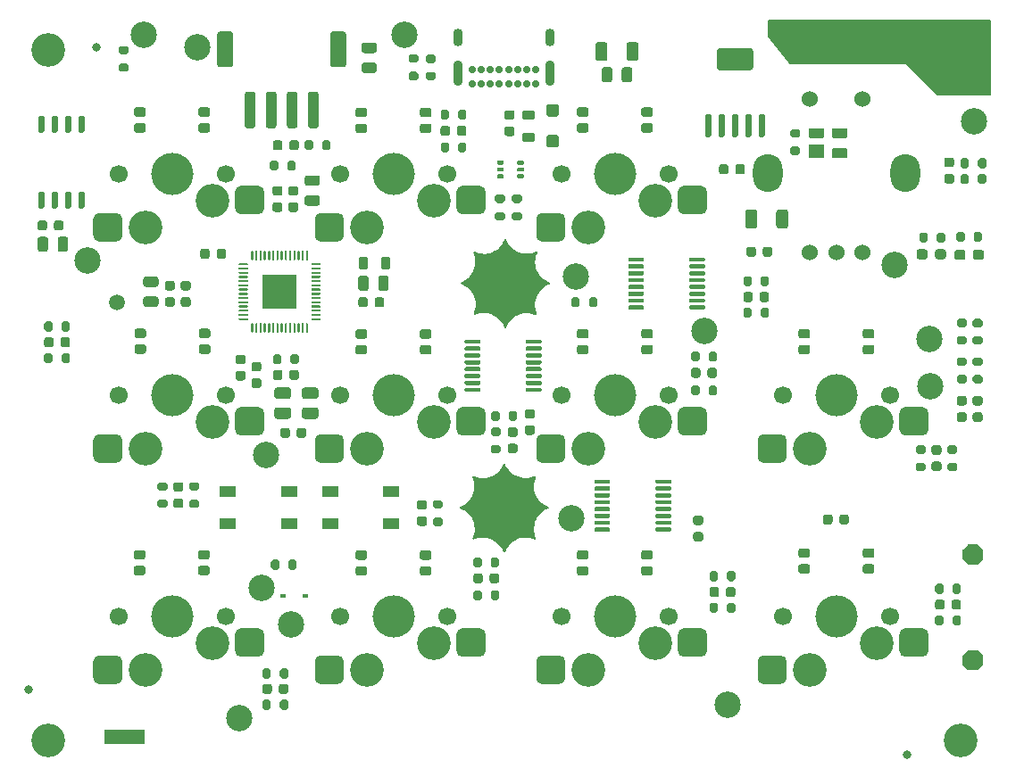
<source format=gbs>
G04 #@! TF.GenerationSoftware,KiCad,Pcbnew,8.0.7*
G04 #@! TF.CreationDate,2025-01-08T02:37:30+02:00*
G04 #@! TF.ProjectId,000018 PGKB,30303030-3138-4205-9047-4b422e6b6963,3.0*
G04 #@! TF.SameCoordinates,Original*
G04 #@! TF.FileFunction,Soldermask,Bot*
G04 #@! TF.FilePolarity,Negative*
%FSLAX46Y46*%
G04 Gerber Fmt 4.6, Leading zero omitted, Abs format (unit mm)*
G04 Created by KiCad (PCBNEW 8.0.7) date 2025-01-08 02:37:30*
%MOMM*%
%LPD*%
G01*
G04 APERTURE LIST*
%ADD10C,0.200000*%
%ADD11C,1.000000*%
%ADD12C,1.700000*%
%ADD13C,4.000000*%
%ADD14C,3.200000*%
%ADD15O,2.800000X3.600000*%
%ADD16C,1.524000*%
%ADD17C,2.500000*%
%ADD18C,0.800000*%
%ADD19C,0.700000*%
%ADD20O,0.900000X1.700000*%
%ADD21O,0.900000X2.400000*%
%ADD22R,0.600000X0.450000*%
%ADD23C,1.500000*%
%ADD24R,1.550000X1.000000*%
%ADD25R,3.200000X3.200000*%
G04 APERTURE END LIST*
D10*
X135500000Y-111000000D02*
X130500000Y-111000000D01*
X127500000Y-108000000D01*
X116500000Y-108000000D01*
X114500000Y-105500000D01*
X114500000Y-104000000D01*
X135500000Y-104000000D01*
X135500000Y-111000000D01*
G36*
X135500000Y-111000000D02*
G01*
X130500000Y-111000000D01*
X127500000Y-108000000D01*
X116500000Y-108000000D01*
X114500000Y-105500000D01*
X114500000Y-104000000D01*
X135500000Y-104000000D01*
X135500000Y-111000000D01*
G37*
G04 #@! TO.C,ART1*
G36*
X51500000Y-171300000D02*
G01*
X55300000Y-171300000D01*
X55300000Y-172600000D01*
X51500000Y-172600000D01*
X51500000Y-171300000D01*
G37*
G04 #@! TD*
D11*
G04 #@! TO.C,H5*
X87100000Y-150200000D03*
X87800000Y-148600000D03*
X87800000Y-151800000D03*
X89400000Y-147900000D03*
G36*
X89423315Y-146005110D02*
G01*
X89434400Y-146006103D01*
X89446809Y-146014832D01*
X89459378Y-146020032D01*
X89465454Y-146027946D01*
X89476740Y-146035883D01*
X89484653Y-146052949D01*
X89490904Y-146061088D01*
X89490905Y-146061087D01*
X89544106Y-146189397D01*
X89583309Y-146257244D01*
X89872711Y-146670676D01*
X90048797Y-146846634D01*
X90269254Y-147015671D01*
X90509889Y-147154487D01*
X90766584Y-147260706D01*
X91034948Y-147332511D01*
X91310388Y-147368672D01*
X91588192Y-147368573D01*
X91863606Y-147332213D01*
X92131918Y-147260216D01*
X92260227Y-147207015D01*
X92260228Y-147207016D01*
X92280241Y-147204374D01*
X92327682Y-147187032D01*
X92378672Y-147195949D01*
X92418372Y-147229167D01*
X92436144Y-147277784D01*
X92427227Y-147328774D01*
X92427227Y-147328775D01*
X92372615Y-147446171D01*
X92294195Y-147692966D01*
X92247734Y-147947719D01*
X92233985Y-148206308D01*
X92253169Y-148464551D01*
X92304976Y-148718270D01*
X92388569Y-148963361D01*
X92502594Y-149195860D01*
X92645208Y-149412005D01*
X92814104Y-149608300D01*
X93006549Y-149781570D01*
X93219431Y-149929011D01*
X93449305Y-150048239D01*
X93570900Y-150092724D01*
X93570900Y-150092725D01*
X93613239Y-150122506D01*
X93635016Y-150169466D01*
X93630394Y-150221023D01*
X93600613Y-150263362D01*
X93553653Y-150285139D01*
X93547175Y-150284558D01*
X93538912Y-150290904D01*
X93538913Y-150290905D01*
X93410603Y-150344106D01*
X93342756Y-150383309D01*
X92929324Y-150672711D01*
X92753366Y-150848797D01*
X92584329Y-151069254D01*
X92445513Y-151309889D01*
X92339294Y-151566584D01*
X92267489Y-151834948D01*
X92231328Y-152110388D01*
X92231427Y-152388192D01*
X92267787Y-152663606D01*
X92339784Y-152931918D01*
X92392985Y-153060227D01*
X92392984Y-153060228D01*
X92395608Y-153080103D01*
X92412986Y-153127643D01*
X92404069Y-153178633D01*
X92370851Y-153218333D01*
X92322234Y-153236105D01*
X92271244Y-153227188D01*
X92271244Y-153227187D01*
X92153846Y-153172575D01*
X91907048Y-153094154D01*
X91652291Y-153047693D01*
X91393699Y-153033945D01*
X91135452Y-153053131D01*
X90881730Y-153104940D01*
X90636636Y-153188536D01*
X90404136Y-153302566D01*
X90187989Y-153445184D01*
X89991694Y-153614085D01*
X89818425Y-153806535D01*
X89670985Y-154019421D01*
X89551759Y-154249301D01*
X89507276Y-154370899D01*
X89507276Y-154370898D01*
X89477496Y-154413238D01*
X89430536Y-154435015D01*
X89378979Y-154430395D01*
X89336639Y-154400615D01*
X89314862Y-154353655D01*
X89315443Y-154347174D01*
X89309097Y-154338911D01*
X89309096Y-154338912D01*
X89255894Y-154210602D01*
X89216696Y-154142763D01*
X88927284Y-153729317D01*
X88751204Y-153553364D01*
X88530746Y-153384327D01*
X88290111Y-153245512D01*
X88033416Y-153139293D01*
X87765052Y-153067488D01*
X87489612Y-153031326D01*
X87211808Y-153031426D01*
X86936394Y-153067786D01*
X86668082Y-153139783D01*
X86539773Y-153192984D01*
X86519737Y-153195629D01*
X86508855Y-153199607D01*
X86500575Y-153198158D01*
X86488454Y-153199759D01*
X86472885Y-153193316D01*
X86457865Y-153190690D01*
X86449381Y-153183590D01*
X86440623Y-153179967D01*
X86432667Y-153169606D01*
X86418165Y-153157472D01*
X86413455Y-153144587D01*
X86409097Y-153138912D01*
X86407807Y-153129134D01*
X86400393Y-153108855D01*
X86403092Y-153093423D01*
X86402322Y-153087593D01*
X86405421Y-153080103D01*
X86409310Y-153057865D01*
X86409311Y-153057865D01*
X86463923Y-152940467D01*
X86542344Y-152693669D01*
X86588805Y-152438912D01*
X86602553Y-152180320D01*
X86583367Y-151922073D01*
X86531558Y-151668351D01*
X86447962Y-151423257D01*
X86333932Y-151190757D01*
X86191314Y-150974610D01*
X86022413Y-150778315D01*
X85829963Y-150605046D01*
X85617077Y-150457606D01*
X85387197Y-150338380D01*
X85265599Y-150293897D01*
X85265600Y-150293897D01*
X85253182Y-150285162D01*
X85239152Y-150279357D01*
X85232370Y-150270524D01*
X85223260Y-150264117D01*
X85216873Y-150250342D01*
X85207626Y-150238301D01*
X85206169Y-150227260D01*
X85201483Y-150217157D01*
X85202839Y-150202034D01*
X85200851Y-150186983D01*
X85205109Y-150176693D01*
X85206103Y-150165600D01*
X85214838Y-150153182D01*
X85220643Y-150139152D01*
X85229476Y-150132370D01*
X85235883Y-150123260D01*
X85249658Y-150116873D01*
X85261699Y-150107626D01*
X85261698Y-150107625D01*
X85390008Y-150054423D01*
X85466392Y-150010287D01*
X85867821Y-149729287D01*
X86047246Y-149549733D01*
X86216283Y-149329275D01*
X86355098Y-149088640D01*
X86461317Y-148831945D01*
X86533122Y-148563581D01*
X86569284Y-148288141D01*
X86569184Y-148010337D01*
X86532824Y-147734923D01*
X86460827Y-147466611D01*
X86407626Y-147338302D01*
X86405630Y-147323181D01*
X86400393Y-147308855D01*
X86402300Y-147297954D01*
X86400851Y-147286983D01*
X86406683Y-147272891D01*
X86409310Y-147257865D01*
X86416412Y-147249378D01*
X86420643Y-147239152D01*
X86432741Y-147229863D01*
X86442528Y-147218165D01*
X86452922Y-147214366D01*
X86461698Y-147207626D01*
X86476820Y-147205630D01*
X86491145Y-147200393D01*
X86502047Y-147202300D01*
X86513017Y-147200851D01*
X86527110Y-147206683D01*
X86542135Y-147209310D01*
X86542135Y-147209311D01*
X86659533Y-147263923D01*
X86906331Y-147342344D01*
X87161088Y-147388805D01*
X87419680Y-147402553D01*
X87677927Y-147383367D01*
X87931649Y-147331558D01*
X88176743Y-147247962D01*
X88409243Y-147133932D01*
X88625390Y-146991314D01*
X88821685Y-146822413D01*
X88994954Y-146629963D01*
X89142394Y-146417077D01*
X89261620Y-146187197D01*
X89306103Y-146065599D01*
X89306103Y-146065600D01*
X89310654Y-146059131D01*
X89319173Y-146038541D01*
X89332137Y-146028587D01*
X89335883Y-146023260D01*
X89343938Y-146019525D01*
X89360229Y-146007015D01*
X89375167Y-146005043D01*
X89382843Y-146001483D01*
X89394333Y-146002513D01*
X89411547Y-146000240D01*
X89423315Y-146005110D01*
G37*
X89400000Y-152500000D03*
X90900000Y-151900000D03*
X91000000Y-148600000D03*
X91700000Y-150200000D03*
G04 #@! TD*
D12*
G04 #@! TO.C,S3*
X104980000Y-160500000D03*
D13*
X99900000Y-160500000D03*
D12*
X94820000Y-160500000D03*
D14*
X103710000Y-163040000D03*
X97360000Y-165580000D03*
G36*
G01*
X95186600Y-164769040D02*
X95186600Y-166390960D01*
G75*
G02*
X94645960Y-166931600I-540640J0D01*
G01*
X92974040Y-166931600D01*
G75*
G02*
X92433400Y-166390960I0J540640D01*
G01*
X92433400Y-164769040D01*
G75*
G02*
X92974040Y-164228400I540640J0D01*
G01*
X94645960Y-164228400D01*
G75*
G02*
X95186600Y-164769040I0J-540640D01*
G01*
G37*
G36*
G01*
X105883400Y-163810960D02*
X105883400Y-162189040D01*
G75*
G02*
X106424040Y-161648400I540640J0D01*
G01*
X108095960Y-161648400D01*
G75*
G02*
X108636600Y-162189040I0J-540640D01*
G01*
X108636600Y-163810960D01*
G75*
G02*
X108095960Y-164351600I-540640J0D01*
G01*
X106424040Y-164351600D01*
G75*
G02*
X105883400Y-163810960I0J540640D01*
G01*
G37*
G04 #@! TD*
D11*
G04 #@! TO.C,H6*
X87200000Y-128900000D03*
X87900000Y-127300000D03*
X87900000Y-130500000D03*
X89500000Y-126600000D03*
G36*
X89523315Y-124705110D02*
G01*
X89534400Y-124706103D01*
X89546809Y-124714832D01*
X89559378Y-124720032D01*
X89565454Y-124727946D01*
X89576740Y-124735883D01*
X89584653Y-124752949D01*
X89590904Y-124761088D01*
X89590905Y-124761087D01*
X89644106Y-124889397D01*
X89683309Y-124957244D01*
X89972711Y-125370676D01*
X90148797Y-125546634D01*
X90369254Y-125715671D01*
X90609889Y-125854487D01*
X90866584Y-125960706D01*
X91134948Y-126032511D01*
X91410388Y-126068672D01*
X91688192Y-126068573D01*
X91963606Y-126032213D01*
X92231918Y-125960216D01*
X92360227Y-125907015D01*
X92360228Y-125907016D01*
X92380241Y-125904374D01*
X92427682Y-125887032D01*
X92478672Y-125895949D01*
X92518372Y-125929167D01*
X92536144Y-125977784D01*
X92527227Y-126028774D01*
X92527227Y-126028775D01*
X92472615Y-126146171D01*
X92394195Y-126392966D01*
X92347734Y-126647719D01*
X92333985Y-126906308D01*
X92353169Y-127164551D01*
X92404976Y-127418270D01*
X92488569Y-127663361D01*
X92602594Y-127895860D01*
X92745208Y-128112005D01*
X92914104Y-128308300D01*
X93106549Y-128481570D01*
X93319431Y-128629011D01*
X93549305Y-128748239D01*
X93670900Y-128792724D01*
X93670900Y-128792725D01*
X93713239Y-128822506D01*
X93735016Y-128869466D01*
X93730394Y-128921023D01*
X93700613Y-128963362D01*
X93653653Y-128985139D01*
X93647175Y-128984558D01*
X93638912Y-128990904D01*
X93638913Y-128990905D01*
X93510603Y-129044106D01*
X93442756Y-129083309D01*
X93029324Y-129372711D01*
X92853366Y-129548797D01*
X92684329Y-129769254D01*
X92545513Y-130009889D01*
X92439294Y-130266584D01*
X92367489Y-130534948D01*
X92331328Y-130810388D01*
X92331427Y-131088192D01*
X92367787Y-131363606D01*
X92439784Y-131631918D01*
X92492985Y-131760227D01*
X92492984Y-131760228D01*
X92495608Y-131780103D01*
X92512986Y-131827643D01*
X92504069Y-131878633D01*
X92470851Y-131918333D01*
X92422234Y-131936105D01*
X92371244Y-131927188D01*
X92371244Y-131927187D01*
X92253846Y-131872575D01*
X92007048Y-131794154D01*
X91752291Y-131747693D01*
X91493699Y-131733945D01*
X91235452Y-131753131D01*
X90981730Y-131804940D01*
X90736636Y-131888536D01*
X90504136Y-132002566D01*
X90287989Y-132145184D01*
X90091694Y-132314085D01*
X89918425Y-132506535D01*
X89770985Y-132719421D01*
X89651759Y-132949301D01*
X89607276Y-133070899D01*
X89607276Y-133070898D01*
X89577496Y-133113238D01*
X89530536Y-133135015D01*
X89478979Y-133130395D01*
X89436639Y-133100615D01*
X89414862Y-133053655D01*
X89415443Y-133047174D01*
X89409097Y-133038911D01*
X89409096Y-133038912D01*
X89355894Y-132910602D01*
X89316696Y-132842763D01*
X89027284Y-132429317D01*
X88851204Y-132253364D01*
X88630746Y-132084327D01*
X88390111Y-131945512D01*
X88133416Y-131839293D01*
X87865052Y-131767488D01*
X87589612Y-131731326D01*
X87311808Y-131731426D01*
X87036394Y-131767786D01*
X86768082Y-131839783D01*
X86639773Y-131892984D01*
X86619737Y-131895629D01*
X86608855Y-131899607D01*
X86600575Y-131898158D01*
X86588454Y-131899759D01*
X86572885Y-131893316D01*
X86557865Y-131890690D01*
X86549381Y-131883590D01*
X86540623Y-131879967D01*
X86532667Y-131869606D01*
X86518165Y-131857472D01*
X86513455Y-131844587D01*
X86509097Y-131838912D01*
X86507807Y-131829134D01*
X86500393Y-131808855D01*
X86503092Y-131793423D01*
X86502322Y-131787593D01*
X86505421Y-131780103D01*
X86509310Y-131757865D01*
X86509311Y-131757865D01*
X86563923Y-131640467D01*
X86642344Y-131393669D01*
X86688805Y-131138912D01*
X86702553Y-130880320D01*
X86683367Y-130622073D01*
X86631558Y-130368351D01*
X86547962Y-130123257D01*
X86433932Y-129890757D01*
X86291314Y-129674610D01*
X86122413Y-129478315D01*
X85929963Y-129305046D01*
X85717077Y-129157606D01*
X85487197Y-129038380D01*
X85365599Y-128993897D01*
X85365600Y-128993897D01*
X85353182Y-128985162D01*
X85339152Y-128979357D01*
X85332370Y-128970524D01*
X85323260Y-128964117D01*
X85316873Y-128950342D01*
X85307626Y-128938301D01*
X85306169Y-128927260D01*
X85301483Y-128917157D01*
X85302839Y-128902034D01*
X85300851Y-128886983D01*
X85305109Y-128876693D01*
X85306103Y-128865600D01*
X85314838Y-128853182D01*
X85320643Y-128839152D01*
X85329476Y-128832370D01*
X85335883Y-128823260D01*
X85349658Y-128816873D01*
X85361699Y-128807626D01*
X85361698Y-128807625D01*
X85490008Y-128754423D01*
X85566392Y-128710287D01*
X85967821Y-128429287D01*
X86147246Y-128249733D01*
X86316283Y-128029275D01*
X86455098Y-127788640D01*
X86561317Y-127531945D01*
X86633122Y-127263581D01*
X86669284Y-126988141D01*
X86669184Y-126710337D01*
X86632824Y-126434923D01*
X86560827Y-126166611D01*
X86507626Y-126038302D01*
X86505630Y-126023181D01*
X86500393Y-126008855D01*
X86502300Y-125997954D01*
X86500851Y-125986983D01*
X86506683Y-125972891D01*
X86509310Y-125957865D01*
X86516412Y-125949378D01*
X86520643Y-125939152D01*
X86532741Y-125929863D01*
X86542528Y-125918165D01*
X86552922Y-125914366D01*
X86561698Y-125907626D01*
X86576820Y-125905630D01*
X86591145Y-125900393D01*
X86602047Y-125902300D01*
X86613017Y-125900851D01*
X86627110Y-125906683D01*
X86642135Y-125909310D01*
X86642135Y-125909311D01*
X86759533Y-125963923D01*
X87006331Y-126042344D01*
X87261088Y-126088805D01*
X87519680Y-126102553D01*
X87777927Y-126083367D01*
X88031649Y-126031558D01*
X88276743Y-125947962D01*
X88509243Y-125833932D01*
X88725390Y-125691314D01*
X88921685Y-125522413D01*
X89094954Y-125329963D01*
X89242394Y-125117077D01*
X89361620Y-124887197D01*
X89406103Y-124765599D01*
X89406103Y-124765600D01*
X89410654Y-124759131D01*
X89419173Y-124738541D01*
X89432137Y-124728587D01*
X89435883Y-124723260D01*
X89443938Y-124719525D01*
X89460229Y-124707015D01*
X89475167Y-124705043D01*
X89482843Y-124701483D01*
X89494333Y-124702513D01*
X89511547Y-124700240D01*
X89523315Y-124705110D01*
G37*
X89500000Y-131200000D03*
X91000000Y-130600000D03*
X91100000Y-127300000D03*
X91800000Y-128900000D03*
G04 #@! TD*
D12*
G04 #@! TO.C,S7*
X104980000Y-139500000D03*
D13*
X99900000Y-139500000D03*
D12*
X94820000Y-139500000D03*
D14*
X103710000Y-142040000D03*
X97360000Y-144580000D03*
G36*
G01*
X95186600Y-143769040D02*
X95186600Y-145390960D01*
G75*
G02*
X94645960Y-145931600I-540640J0D01*
G01*
X92974040Y-145931600D01*
G75*
G02*
X92433400Y-145390960I0J540640D01*
G01*
X92433400Y-143769040D01*
G75*
G02*
X92974040Y-143228400I540640J0D01*
G01*
X94645960Y-143228400D01*
G75*
G02*
X95186600Y-143769040I0J-540640D01*
G01*
G37*
G36*
G01*
X105883400Y-142810960D02*
X105883400Y-141189040D01*
G75*
G02*
X106424040Y-140648400I540640J0D01*
G01*
X108095960Y-140648400D01*
G75*
G02*
X108636600Y-141189040I0J-540640D01*
G01*
X108636600Y-142810960D01*
G75*
G02*
X108095960Y-143351600I-540640J0D01*
G01*
X106424040Y-143351600D01*
G75*
G02*
X105883400Y-142810960I0J540640D01*
G01*
G37*
G04 #@! TD*
D12*
G04 #@! TO.C,S5*
X62980000Y-139500000D03*
D13*
X57900000Y-139500000D03*
D12*
X52820000Y-139500000D03*
D14*
X61710000Y-142040000D03*
X55360000Y-144580000D03*
G36*
G01*
X53186600Y-143769040D02*
X53186600Y-145390960D01*
G75*
G02*
X52645960Y-145931600I-540640J0D01*
G01*
X50974040Y-145931600D01*
G75*
G02*
X50433400Y-145390960I0J540640D01*
G01*
X50433400Y-143769040D01*
G75*
G02*
X50974040Y-143228400I540640J0D01*
G01*
X52645960Y-143228400D01*
G75*
G02*
X53186600Y-143769040I0J-540640D01*
G01*
G37*
G36*
G01*
X63883400Y-142810960D02*
X63883400Y-141189040D01*
G75*
G02*
X64424040Y-140648400I540640J0D01*
G01*
X66095960Y-140648400D01*
G75*
G02*
X66636600Y-141189040I0J-540640D01*
G01*
X66636600Y-142810960D01*
G75*
G02*
X66095960Y-143351600I-540640J0D01*
G01*
X64424040Y-143351600D01*
G75*
G02*
X63883400Y-142810960I0J540640D01*
G01*
G37*
G04 #@! TD*
D12*
G04 #@! TO.C,S1*
X62980000Y-160500000D03*
D13*
X57900000Y-160500000D03*
D12*
X52820000Y-160500000D03*
D14*
X61710000Y-163040000D03*
X55360000Y-165580000D03*
G36*
G01*
X53186600Y-164769040D02*
X53186600Y-166390960D01*
G75*
G02*
X52645960Y-166931600I-540640J0D01*
G01*
X50974040Y-166931600D01*
G75*
G02*
X50433400Y-166390960I0J540640D01*
G01*
X50433400Y-164769040D01*
G75*
G02*
X50974040Y-164228400I540640J0D01*
G01*
X52645960Y-164228400D01*
G75*
G02*
X53186600Y-164769040I0J-540640D01*
G01*
G37*
G36*
G01*
X63883400Y-163810960D02*
X63883400Y-162189040D01*
G75*
G02*
X64424040Y-161648400I540640J0D01*
G01*
X66095960Y-161648400D01*
G75*
G02*
X66636600Y-162189040I0J-540640D01*
G01*
X66636600Y-163810960D01*
G75*
G02*
X66095960Y-164351600I-540640J0D01*
G01*
X64424040Y-164351600D01*
G75*
G02*
X63883400Y-163810960I0J540640D01*
G01*
G37*
G04 #@! TD*
D12*
G04 #@! TO.C,S10*
X83980000Y-118500000D03*
D13*
X78900000Y-118500000D03*
D12*
X73820000Y-118500000D03*
D14*
X82710000Y-121040000D03*
X76360000Y-123580000D03*
G36*
G01*
X74186600Y-122769040D02*
X74186600Y-124390960D01*
G75*
G02*
X73645960Y-124931600I-540640J0D01*
G01*
X71974040Y-124931600D01*
G75*
G02*
X71433400Y-124390960I0J540640D01*
G01*
X71433400Y-122769040D01*
G75*
G02*
X71974040Y-122228400I540640J0D01*
G01*
X73645960Y-122228400D01*
G75*
G02*
X74186600Y-122769040I0J-540640D01*
G01*
G37*
G36*
G01*
X84883400Y-121810960D02*
X84883400Y-120189040D01*
G75*
G02*
X85424040Y-119648400I540640J0D01*
G01*
X87095960Y-119648400D01*
G75*
G02*
X87636600Y-120189040I0J-540640D01*
G01*
X87636600Y-121810960D01*
G75*
G02*
X87095960Y-122351600I-540640J0D01*
G01*
X85424040Y-122351600D01*
G75*
G02*
X84883400Y-121810960I0J540640D01*
G01*
G37*
G04 #@! TD*
G04 #@! TO.C,H1*
X46150000Y-106750000D03*
G04 #@! TD*
D12*
G04 #@! TO.C,S4*
X125980000Y-160500000D03*
D13*
X120900000Y-160500000D03*
D12*
X115820000Y-160500000D03*
D14*
X124710000Y-163040000D03*
X118360000Y-165580000D03*
G36*
G01*
X116186600Y-164769040D02*
X116186600Y-166390960D01*
G75*
G02*
X115645960Y-166931600I-540640J0D01*
G01*
X113974040Y-166931600D01*
G75*
G02*
X113433400Y-166390960I0J540640D01*
G01*
X113433400Y-164769040D01*
G75*
G02*
X113974040Y-164228400I540640J0D01*
G01*
X115645960Y-164228400D01*
G75*
G02*
X116186600Y-164769040I0J-540640D01*
G01*
G37*
G36*
G01*
X126883400Y-163810960D02*
X126883400Y-162189040D01*
G75*
G02*
X127424040Y-161648400I540640J0D01*
G01*
X129095960Y-161648400D01*
G75*
G02*
X129636600Y-162189040I0J-540640D01*
G01*
X129636600Y-163810960D01*
G75*
G02*
X129095960Y-164351600I-540640J0D01*
G01*
X127424040Y-164351600D01*
G75*
G02*
X126883400Y-163810960I0J540640D01*
G01*
G37*
G04 #@! TD*
D12*
G04 #@! TO.C,S11*
X104980000Y-118500000D03*
D13*
X99900000Y-118500000D03*
D12*
X94820000Y-118500000D03*
D14*
X103710000Y-121040000D03*
X97360000Y-123580000D03*
G36*
G01*
X95186600Y-122769040D02*
X95186600Y-124390960D01*
G75*
G02*
X94645960Y-124931600I-540640J0D01*
G01*
X92974040Y-124931600D01*
G75*
G02*
X92433400Y-124390960I0J540640D01*
G01*
X92433400Y-122769040D01*
G75*
G02*
X92974040Y-122228400I540640J0D01*
G01*
X94645960Y-122228400D01*
G75*
G02*
X95186600Y-122769040I0J-540640D01*
G01*
G37*
G36*
G01*
X105883400Y-121810960D02*
X105883400Y-120189040D01*
G75*
G02*
X106424040Y-119648400I540640J0D01*
G01*
X108095960Y-119648400D01*
G75*
G02*
X108636600Y-120189040I0J-540640D01*
G01*
X108636600Y-121810960D01*
G75*
G02*
X108095960Y-122351600I-540640J0D01*
G01*
X106424040Y-122351600D01*
G75*
G02*
X105883400Y-121810960I0J540640D01*
G01*
G37*
G04 #@! TD*
D12*
G04 #@! TO.C,S6*
X83980000Y-139500000D03*
D13*
X78900000Y-139500000D03*
D12*
X73820000Y-139500000D03*
D14*
X82710000Y-142040000D03*
X76360000Y-144580000D03*
G36*
G01*
X74186600Y-143769040D02*
X74186600Y-145390960D01*
G75*
G02*
X73645960Y-145931600I-540640J0D01*
G01*
X71974040Y-145931600D01*
G75*
G02*
X71433400Y-145390960I0J540640D01*
G01*
X71433400Y-143769040D01*
G75*
G02*
X71974040Y-143228400I540640J0D01*
G01*
X73645960Y-143228400D01*
G75*
G02*
X74186600Y-143769040I0J-540640D01*
G01*
G37*
G36*
G01*
X84883400Y-142810960D02*
X84883400Y-141189040D01*
G75*
G02*
X85424040Y-140648400I540640J0D01*
G01*
X87095960Y-140648400D01*
G75*
G02*
X87636600Y-141189040I0J-540640D01*
G01*
X87636600Y-142810960D01*
G75*
G02*
X87095960Y-143351600I-540640J0D01*
G01*
X85424040Y-143351600D01*
G75*
G02*
X84883400Y-142810960I0J540640D01*
G01*
G37*
G04 #@! TD*
D12*
G04 #@! TO.C,S8*
X125980000Y-139500000D03*
D13*
X120900000Y-139500000D03*
D12*
X115820000Y-139500000D03*
D14*
X124710000Y-142040000D03*
X118360000Y-144580000D03*
G36*
G01*
X116186600Y-143769040D02*
X116186600Y-145390960D01*
G75*
G02*
X115645960Y-145931600I-540640J0D01*
G01*
X113974040Y-145931600D01*
G75*
G02*
X113433400Y-145390960I0J540640D01*
G01*
X113433400Y-143769040D01*
G75*
G02*
X113974040Y-143228400I540640J0D01*
G01*
X115645960Y-143228400D01*
G75*
G02*
X116186600Y-143769040I0J-540640D01*
G01*
G37*
G36*
G01*
X126883400Y-142810960D02*
X126883400Y-141189040D01*
G75*
G02*
X127424040Y-140648400I540640J0D01*
G01*
X129095960Y-140648400D01*
G75*
G02*
X129636600Y-141189040I0J-540640D01*
G01*
X129636600Y-142810960D01*
G75*
G02*
X129095960Y-143351600I-540640J0D01*
G01*
X127424040Y-143351600D01*
G75*
G02*
X126883400Y-142810960I0J540640D01*
G01*
G37*
G04 #@! TD*
G04 #@! TO.C,H4*
X46150000Y-172250000D03*
G04 #@! TD*
G04 #@! TO.C,J3*
G36*
X132914079Y-164164079D02*
G01*
X133364079Y-163714079D01*
X133400000Y-163699200D01*
X134300000Y-163699200D01*
X134335921Y-163714079D01*
X134785921Y-164164079D01*
X134800800Y-164200000D01*
X134800800Y-165100000D01*
X134785921Y-165135921D01*
X134335921Y-165585921D01*
X134300000Y-165600800D01*
X133400000Y-165600800D01*
X133364079Y-165585921D01*
X132914079Y-165135921D01*
X132899200Y-165100000D01*
X132899200Y-164200000D01*
X132914079Y-164164079D01*
G37*
G36*
X132914079Y-154164079D02*
G01*
X133364079Y-153714079D01*
X133400000Y-153699200D01*
X134300000Y-153699200D01*
X134335921Y-153714079D01*
X134785921Y-154164079D01*
X134800800Y-154200000D01*
X134800800Y-155100000D01*
X134785921Y-155135921D01*
X134335921Y-155585921D01*
X134300000Y-155600800D01*
X133400000Y-155600800D01*
X133364079Y-155585921D01*
X132914079Y-155135921D01*
X132899200Y-155100000D01*
X132899200Y-154200000D01*
X132914079Y-154164079D01*
G37*
G04 #@! TD*
G04 #@! TO.C,H3*
X132650000Y-106750000D03*
G04 #@! TD*
D12*
G04 #@! TO.C,S2*
X83980000Y-160500000D03*
D13*
X78900000Y-160500000D03*
D12*
X73820000Y-160500000D03*
D14*
X82710000Y-163040000D03*
X76360000Y-165580000D03*
G36*
G01*
X74186600Y-164769040D02*
X74186600Y-166390960D01*
G75*
G02*
X73645960Y-166931600I-540640J0D01*
G01*
X71974040Y-166931600D01*
G75*
G02*
X71433400Y-166390960I0J540640D01*
G01*
X71433400Y-164769040D01*
G75*
G02*
X71974040Y-164228400I540640J0D01*
G01*
X73645960Y-164228400D01*
G75*
G02*
X74186600Y-164769040I0J-540640D01*
G01*
G37*
G36*
G01*
X84883400Y-163810960D02*
X84883400Y-162189040D01*
G75*
G02*
X85424040Y-161648400I540640J0D01*
G01*
X87095960Y-161648400D01*
G75*
G02*
X87636600Y-162189040I0J-540640D01*
G01*
X87636600Y-163810960D01*
G75*
G02*
X87095960Y-164351600I-540640J0D01*
G01*
X85424040Y-164351600D01*
G75*
G02*
X84883400Y-163810960I0J540640D01*
G01*
G37*
G04 #@! TD*
G04 #@! TO.C,H2*
X132650000Y-172250000D03*
G04 #@! TD*
D12*
G04 #@! TO.C,S9*
X62980000Y-118500000D03*
D13*
X57900000Y-118500000D03*
D12*
X52820000Y-118500000D03*
D14*
X61710000Y-121040000D03*
X55360000Y-123580000D03*
G36*
G01*
X53186600Y-122769040D02*
X53186600Y-124390960D01*
G75*
G02*
X52645960Y-124931600I-540640J0D01*
G01*
X50974040Y-124931600D01*
G75*
G02*
X50433400Y-124390960I0J540640D01*
G01*
X50433400Y-122769040D01*
G75*
G02*
X50974040Y-122228400I540640J0D01*
G01*
X52645960Y-122228400D01*
G75*
G02*
X53186600Y-122769040I0J-540640D01*
G01*
G37*
G36*
G01*
X63883400Y-121810960D02*
X63883400Y-120189040D01*
G75*
G02*
X64424040Y-119648400I540640J0D01*
G01*
X66095960Y-119648400D01*
G75*
G02*
X66636600Y-120189040I0J-540640D01*
G01*
X66636600Y-121810960D01*
G75*
G02*
X66095960Y-122351600I-540640J0D01*
G01*
X64424040Y-122351600D01*
G75*
G02*
X63883400Y-121810960I0J540640D01*
G01*
G37*
G04 #@! TD*
D15*
G04 #@! TO.C,S20*
X114400000Y-118450000D03*
X127400000Y-118450000D03*
D16*
X118400000Y-125950000D03*
X123400000Y-125950000D03*
X120900000Y-125950000D03*
X118400000Y-111450000D03*
X123400000Y-111450000D03*
G04 #@! TD*
G04 #@! TO.C,C38*
G36*
G01*
X112375000Y-126150000D02*
X112375000Y-125650000D01*
G75*
G02*
X112600000Y-125425000I225000J0D01*
G01*
X113050000Y-125425000D01*
G75*
G02*
X113275000Y-125650000I0J-225000D01*
G01*
X113275000Y-126150000D01*
G75*
G02*
X113050000Y-126375000I-225000J0D01*
G01*
X112600000Y-126375000D01*
G75*
G02*
X112375000Y-126150000I0J225000D01*
G01*
G37*
G36*
G01*
X113925000Y-126150000D02*
X113925000Y-125650000D01*
G75*
G02*
X114150000Y-125425000I225000J0D01*
G01*
X114600000Y-125425000D01*
G75*
G02*
X114825000Y-125650000I0J-225000D01*
G01*
X114825000Y-126150000D01*
G75*
G02*
X114600000Y-126375000I-225000J0D01*
G01*
X114150000Y-126375000D01*
G75*
G02*
X113925000Y-126150000I0J225000D01*
G01*
G37*
G04 #@! TD*
D17*
G04 #@! TO.C,TP1*
X64300000Y-170200000D03*
G04 #@! TD*
G04 #@! TO.C,TP11*
X60300000Y-106500000D03*
G04 #@! TD*
G04 #@! TO.C,C31*
G36*
G01*
X75575000Y-130950000D02*
X75575000Y-130450000D01*
G75*
G02*
X75800000Y-130225000I225000J0D01*
G01*
X76250000Y-130225000D01*
G75*
G02*
X76475000Y-130450000I0J-225000D01*
G01*
X76475000Y-130950000D01*
G75*
G02*
X76250000Y-131175000I-225000J0D01*
G01*
X75800000Y-131175000D01*
G75*
G02*
X75575000Y-130950000I0J225000D01*
G01*
G37*
G36*
G01*
X77125000Y-130950000D02*
X77125000Y-130450000D01*
G75*
G02*
X77350000Y-130225000I225000J0D01*
G01*
X77800000Y-130225000D01*
G75*
G02*
X78025000Y-130450000I0J-225000D01*
G01*
X78025000Y-130950000D01*
G75*
G02*
X77800000Y-131175000I-225000J0D01*
G01*
X77350000Y-131175000D01*
G75*
G02*
X77125000Y-130950000I0J225000D01*
G01*
G37*
G04 #@! TD*
G04 #@! TO.C,U2*
G36*
G01*
X98050000Y-152075000D02*
X99350000Y-152075000D01*
G75*
G02*
X99450000Y-152175000I0J-100000D01*
G01*
X99450000Y-152375000D01*
G75*
G02*
X99350000Y-152475000I-100000J0D01*
G01*
X98050000Y-152475000D01*
G75*
G02*
X97950000Y-152375000I0J100000D01*
G01*
X97950000Y-152175000D01*
G75*
G02*
X98050000Y-152075000I100000J0D01*
G01*
G37*
G36*
G01*
X98050000Y-151425000D02*
X99350000Y-151425000D01*
G75*
G02*
X99450000Y-151525000I0J-100000D01*
G01*
X99450000Y-151725000D01*
G75*
G02*
X99350000Y-151825000I-100000J0D01*
G01*
X98050000Y-151825000D01*
G75*
G02*
X97950000Y-151725000I0J100000D01*
G01*
X97950000Y-151525000D01*
G75*
G02*
X98050000Y-151425000I100000J0D01*
G01*
G37*
G36*
G01*
X98050000Y-150775000D02*
X99350000Y-150775000D01*
G75*
G02*
X99450000Y-150875000I0J-100000D01*
G01*
X99450000Y-151075000D01*
G75*
G02*
X99350000Y-151175000I-100000J0D01*
G01*
X98050000Y-151175000D01*
G75*
G02*
X97950000Y-151075000I0J100000D01*
G01*
X97950000Y-150875000D01*
G75*
G02*
X98050000Y-150775000I100000J0D01*
G01*
G37*
G36*
G01*
X98050000Y-150125000D02*
X99350000Y-150125000D01*
G75*
G02*
X99450000Y-150225000I0J-100000D01*
G01*
X99450000Y-150425000D01*
G75*
G02*
X99350000Y-150525000I-100000J0D01*
G01*
X98050000Y-150525000D01*
G75*
G02*
X97950000Y-150425000I0J100000D01*
G01*
X97950000Y-150225000D01*
G75*
G02*
X98050000Y-150125000I100000J0D01*
G01*
G37*
G36*
G01*
X98050000Y-149475000D02*
X99350000Y-149475000D01*
G75*
G02*
X99450000Y-149575000I0J-100000D01*
G01*
X99450000Y-149775000D01*
G75*
G02*
X99350000Y-149875000I-100000J0D01*
G01*
X98050000Y-149875000D01*
G75*
G02*
X97950000Y-149775000I0J100000D01*
G01*
X97950000Y-149575000D01*
G75*
G02*
X98050000Y-149475000I100000J0D01*
G01*
G37*
G36*
G01*
X98050000Y-148825000D02*
X99350000Y-148825000D01*
G75*
G02*
X99450000Y-148925000I0J-100000D01*
G01*
X99450000Y-149125000D01*
G75*
G02*
X99350000Y-149225000I-100000J0D01*
G01*
X98050000Y-149225000D01*
G75*
G02*
X97950000Y-149125000I0J100000D01*
G01*
X97950000Y-148925000D01*
G75*
G02*
X98050000Y-148825000I100000J0D01*
G01*
G37*
G36*
G01*
X98050000Y-148175000D02*
X99350000Y-148175000D01*
G75*
G02*
X99450000Y-148275000I0J-100000D01*
G01*
X99450000Y-148475000D01*
G75*
G02*
X99350000Y-148575000I-100000J0D01*
G01*
X98050000Y-148575000D01*
G75*
G02*
X97950000Y-148475000I0J100000D01*
G01*
X97950000Y-148275000D01*
G75*
G02*
X98050000Y-148175000I100000J0D01*
G01*
G37*
G36*
G01*
X98050000Y-147525000D02*
X99350000Y-147525000D01*
G75*
G02*
X99450000Y-147625000I0J-100000D01*
G01*
X99450000Y-147825000D01*
G75*
G02*
X99350000Y-147925000I-100000J0D01*
G01*
X98050000Y-147925000D01*
G75*
G02*
X97950000Y-147825000I0J100000D01*
G01*
X97950000Y-147625000D01*
G75*
G02*
X98050000Y-147525000I100000J0D01*
G01*
G37*
G36*
G01*
X103850000Y-147525000D02*
X105150000Y-147525000D01*
G75*
G02*
X105250000Y-147625000I0J-100000D01*
G01*
X105250000Y-147825000D01*
G75*
G02*
X105150000Y-147925000I-100000J0D01*
G01*
X103850000Y-147925000D01*
G75*
G02*
X103750000Y-147825000I0J100000D01*
G01*
X103750000Y-147625000D01*
G75*
G02*
X103850000Y-147525000I100000J0D01*
G01*
G37*
G36*
G01*
X103850000Y-148175000D02*
X105150000Y-148175000D01*
G75*
G02*
X105250000Y-148275000I0J-100000D01*
G01*
X105250000Y-148475000D01*
G75*
G02*
X105150000Y-148575000I-100000J0D01*
G01*
X103850000Y-148575000D01*
G75*
G02*
X103750000Y-148475000I0J100000D01*
G01*
X103750000Y-148275000D01*
G75*
G02*
X103850000Y-148175000I100000J0D01*
G01*
G37*
G36*
G01*
X103850000Y-148825000D02*
X105150000Y-148825000D01*
G75*
G02*
X105250000Y-148925000I0J-100000D01*
G01*
X105250000Y-149125000D01*
G75*
G02*
X105150000Y-149225000I-100000J0D01*
G01*
X103850000Y-149225000D01*
G75*
G02*
X103750000Y-149125000I0J100000D01*
G01*
X103750000Y-148925000D01*
G75*
G02*
X103850000Y-148825000I100000J0D01*
G01*
G37*
G36*
G01*
X103850000Y-149475000D02*
X105150000Y-149475000D01*
G75*
G02*
X105250000Y-149575000I0J-100000D01*
G01*
X105250000Y-149775000D01*
G75*
G02*
X105150000Y-149875000I-100000J0D01*
G01*
X103850000Y-149875000D01*
G75*
G02*
X103750000Y-149775000I0J100000D01*
G01*
X103750000Y-149575000D01*
G75*
G02*
X103850000Y-149475000I100000J0D01*
G01*
G37*
G36*
G01*
X103850000Y-150125000D02*
X105150000Y-150125000D01*
G75*
G02*
X105250000Y-150225000I0J-100000D01*
G01*
X105250000Y-150425000D01*
G75*
G02*
X105150000Y-150525000I-100000J0D01*
G01*
X103850000Y-150525000D01*
G75*
G02*
X103750000Y-150425000I0J100000D01*
G01*
X103750000Y-150225000D01*
G75*
G02*
X103850000Y-150125000I100000J0D01*
G01*
G37*
G36*
G01*
X103850000Y-150775000D02*
X105150000Y-150775000D01*
G75*
G02*
X105250000Y-150875000I0J-100000D01*
G01*
X105250000Y-151075000D01*
G75*
G02*
X105150000Y-151175000I-100000J0D01*
G01*
X103850000Y-151175000D01*
G75*
G02*
X103750000Y-151075000I0J100000D01*
G01*
X103750000Y-150875000D01*
G75*
G02*
X103850000Y-150775000I100000J0D01*
G01*
G37*
G36*
G01*
X103850000Y-151425000D02*
X105150000Y-151425000D01*
G75*
G02*
X105250000Y-151525000I0J-100000D01*
G01*
X105250000Y-151725000D01*
G75*
G02*
X105150000Y-151825000I-100000J0D01*
G01*
X103850000Y-151825000D01*
G75*
G02*
X103750000Y-151725000I0J100000D01*
G01*
X103750000Y-151525000D01*
G75*
G02*
X103850000Y-151425000I100000J0D01*
G01*
G37*
G36*
G01*
X103850000Y-152075000D02*
X105150000Y-152075000D01*
G75*
G02*
X105250000Y-152175000I0J-100000D01*
G01*
X105250000Y-152375000D01*
G75*
G02*
X105150000Y-152475000I-100000J0D01*
G01*
X103850000Y-152475000D01*
G75*
G02*
X103750000Y-152375000I0J100000D01*
G01*
X103750000Y-152175000D01*
G75*
G02*
X103850000Y-152075000I100000J0D01*
G01*
G37*
G04 #@! TD*
G04 #@! TO.C,U6*
G36*
G01*
X113990000Y-115037500D02*
X113690000Y-115037500D01*
G75*
G02*
X113540000Y-114887500I0J150000D01*
G01*
X113540000Y-112987500D01*
G75*
G02*
X113690000Y-112837500I150000J0D01*
G01*
X113990000Y-112837500D01*
G75*
G02*
X114140000Y-112987500I0J-150000D01*
G01*
X114140000Y-114887500D01*
G75*
G02*
X113990000Y-115037500I-150000J0D01*
G01*
G37*
G36*
G01*
X112720000Y-115037500D02*
X112420000Y-115037500D01*
G75*
G02*
X112270000Y-114887500I0J150000D01*
G01*
X112270000Y-112987500D01*
G75*
G02*
X112420000Y-112837500I150000J0D01*
G01*
X112720000Y-112837500D01*
G75*
G02*
X112870000Y-112987500I0J-150000D01*
G01*
X112870000Y-114887500D01*
G75*
G02*
X112720000Y-115037500I-150000J0D01*
G01*
G37*
G36*
G01*
X111450000Y-115037500D02*
X111150000Y-115037500D01*
G75*
G02*
X111000000Y-114887500I0J150000D01*
G01*
X111000000Y-112987500D01*
G75*
G02*
X111150000Y-112837500I150000J0D01*
G01*
X111450000Y-112837500D01*
G75*
G02*
X111600000Y-112987500I0J-150000D01*
G01*
X111600000Y-114887500D01*
G75*
G02*
X111450000Y-115037500I-150000J0D01*
G01*
G37*
G36*
G01*
X110180000Y-115037500D02*
X109880000Y-115037500D01*
G75*
G02*
X109730000Y-114887500I0J150000D01*
G01*
X109730000Y-112987500D01*
G75*
G02*
X109880000Y-112837500I150000J0D01*
G01*
X110180000Y-112837500D01*
G75*
G02*
X110330000Y-112987500I0J-150000D01*
G01*
X110330000Y-114887500D01*
G75*
G02*
X110180000Y-115037500I-150000J0D01*
G01*
G37*
G36*
G01*
X108910000Y-115037500D02*
X108610000Y-115037500D01*
G75*
G02*
X108460000Y-114887500I0J150000D01*
G01*
X108460000Y-112987500D01*
G75*
G02*
X108610000Y-112837500I150000J0D01*
G01*
X108910000Y-112837500D01*
G75*
G02*
X109060000Y-112987500I0J-150000D01*
G01*
X109060000Y-114887500D01*
G75*
G02*
X108910000Y-115037500I-150000J0D01*
G01*
G37*
G36*
G01*
X112702500Y-108712500D02*
X109897500Y-108712500D01*
G75*
G02*
X109575000Y-108390000I0J322500D01*
G01*
X109575000Y-106885000D01*
G75*
G02*
X109897500Y-106562500I322500J0D01*
G01*
X112702500Y-106562500D01*
G75*
G02*
X113025000Y-106885000I0J-322500D01*
G01*
X113025000Y-108390000D01*
G75*
G02*
X112702500Y-108712500I-322500J0D01*
G01*
G37*
G04 #@! TD*
G04 #@! TO.C,R3*
G36*
G01*
X90325000Y-120475000D02*
X90875000Y-120475000D01*
G75*
G02*
X91075000Y-120675000I0J-200000D01*
G01*
X91075000Y-121075000D01*
G75*
G02*
X90875000Y-121275000I-200000J0D01*
G01*
X90325000Y-121275000D01*
G75*
G02*
X90125000Y-121075000I0J200000D01*
G01*
X90125000Y-120675000D01*
G75*
G02*
X90325000Y-120475000I200000J0D01*
G01*
G37*
G36*
G01*
X90325000Y-122125000D02*
X90875000Y-122125000D01*
G75*
G02*
X91075000Y-122325000I0J-200000D01*
G01*
X91075000Y-122725000D01*
G75*
G02*
X90875000Y-122925000I-200000J0D01*
G01*
X90325000Y-122925000D01*
G75*
G02*
X90125000Y-122725000I0J200000D01*
G01*
X90125000Y-122325000D01*
G75*
G02*
X90325000Y-122125000I200000J0D01*
G01*
G37*
G04 #@! TD*
G04 #@! TO.C,R11*
G36*
G01*
X107133281Y-139345860D02*
X107133281Y-138795860D01*
G75*
G02*
X107333281Y-138595860I200000J0D01*
G01*
X107733281Y-138595860D01*
G75*
G02*
X107933281Y-138795860I0J-200000D01*
G01*
X107933281Y-139345860D01*
G75*
G02*
X107733281Y-139545860I-200000J0D01*
G01*
X107333281Y-139545860D01*
G75*
G02*
X107133281Y-139345860I0J200000D01*
G01*
G37*
G36*
G01*
X108783281Y-139345860D02*
X108783281Y-138795860D01*
G75*
G02*
X108983281Y-138595860I200000J0D01*
G01*
X109383281Y-138595860D01*
G75*
G02*
X109583281Y-138795860I0J-200000D01*
G01*
X109583281Y-139345860D01*
G75*
G02*
X109383281Y-139545860I-200000J0D01*
G01*
X108983281Y-139545860D01*
G75*
G02*
X108783281Y-139345860I0J200000D01*
G01*
G37*
G04 #@! TD*
G04 #@! TO.C,TP12*
X79900000Y-105350000D03*
G04 #@! TD*
G04 #@! TO.C,TP6*
X49900000Y-126700000D03*
G04 #@! TD*
G04 #@! TO.C,R12*
G36*
G01*
X128625000Y-144275000D02*
X129175000Y-144275000D01*
G75*
G02*
X129375000Y-144475000I0J-200000D01*
G01*
X129375000Y-144875000D01*
G75*
G02*
X129175000Y-145075000I-200000J0D01*
G01*
X128625000Y-145075000D01*
G75*
G02*
X128425000Y-144875000I0J200000D01*
G01*
X128425000Y-144475000D01*
G75*
G02*
X128625000Y-144275000I200000J0D01*
G01*
G37*
G36*
G01*
X128625000Y-145925000D02*
X129175000Y-145925000D01*
G75*
G02*
X129375000Y-146125000I0J-200000D01*
G01*
X129375000Y-146525000D01*
G75*
G02*
X129175000Y-146725000I-200000J0D01*
G01*
X128625000Y-146725000D01*
G75*
G02*
X128425000Y-146525000I0J200000D01*
G01*
X128425000Y-146125000D01*
G75*
G02*
X128625000Y-145925000I200000J0D01*
G01*
G37*
G04 #@! TD*
G04 #@! TO.C,D7*
G36*
G01*
X102400000Y-135417500D02*
X102400000Y-134967500D01*
G75*
G02*
X102625000Y-134742500I225000J0D01*
G01*
X103275000Y-134742500D01*
G75*
G02*
X103500000Y-134967500I0J-225000D01*
G01*
X103500000Y-135417500D01*
G75*
G02*
X103275000Y-135642500I-225000J0D01*
G01*
X102625000Y-135642500D01*
G75*
G02*
X102400000Y-135417500I0J225000D01*
G01*
G37*
G36*
G01*
X102400000Y-133917500D02*
X102400000Y-133467500D01*
G75*
G02*
X102625000Y-133242500I225000J0D01*
G01*
X103275000Y-133242500D01*
G75*
G02*
X103500000Y-133467500I0J-225000D01*
G01*
X103500000Y-133917500D01*
G75*
G02*
X103275000Y-134142500I-225000J0D01*
G01*
X102625000Y-134142500D01*
G75*
G02*
X102400000Y-133917500I0J225000D01*
G01*
G37*
G36*
G01*
X96300000Y-133917500D02*
X96300000Y-133467500D01*
G75*
G02*
X96525000Y-133242500I225000J0D01*
G01*
X97175000Y-133242500D01*
G75*
G02*
X97400000Y-133467500I0J-225000D01*
G01*
X97400000Y-133917500D01*
G75*
G02*
X97175000Y-134142500I-225000J0D01*
G01*
X96525000Y-134142500D01*
G75*
G02*
X96300000Y-133917500I0J225000D01*
G01*
G37*
G36*
G01*
X96300000Y-135417500D02*
X96300000Y-134967500D01*
G75*
G02*
X96525000Y-134742500I225000J0D01*
G01*
X97175000Y-134742500D01*
G75*
G02*
X97400000Y-134967500I0J-225000D01*
G01*
X97400000Y-135417500D01*
G75*
G02*
X97175000Y-135642500I-225000J0D01*
G01*
X96525000Y-135642500D01*
G75*
G02*
X96300000Y-135417500I0J225000D01*
G01*
G37*
G04 #@! TD*
G04 #@! TO.C,D15*
G36*
G01*
X132100000Y-126437500D02*
X132100000Y-125962500D01*
G75*
G02*
X132337500Y-125725000I237500J0D01*
G01*
X132912500Y-125725000D01*
G75*
G02*
X133150000Y-125962500I0J-237500D01*
G01*
X133150000Y-126437500D01*
G75*
G02*
X132912500Y-126675000I-237500J0D01*
G01*
X132337500Y-126675000D01*
G75*
G02*
X132100000Y-126437500I0J237500D01*
G01*
G37*
G36*
G01*
X133850000Y-126437500D02*
X133850000Y-125962500D01*
G75*
G02*
X134087500Y-125725000I237500J0D01*
G01*
X134662500Y-125725000D01*
G75*
G02*
X134900000Y-125962500I0J-237500D01*
G01*
X134900000Y-126437500D01*
G75*
G02*
X134662500Y-126675000I-237500J0D01*
G01*
X134087500Y-126675000D01*
G75*
G02*
X133850000Y-126437500I0J237500D01*
G01*
G37*
G04 #@! TD*
G04 #@! TO.C,R14*
G36*
G01*
X85825000Y-115725000D02*
X85825000Y-116275000D01*
G75*
G02*
X85625000Y-116475000I-200000J0D01*
G01*
X85225000Y-116475000D01*
G75*
G02*
X85025000Y-116275000I0J200000D01*
G01*
X85025000Y-115725000D01*
G75*
G02*
X85225000Y-115525000I200000J0D01*
G01*
X85625000Y-115525000D01*
G75*
G02*
X85825000Y-115725000I0J-200000D01*
G01*
G37*
G36*
G01*
X84175000Y-115725000D02*
X84175000Y-116275000D01*
G75*
G02*
X83975000Y-116475000I-200000J0D01*
G01*
X83575000Y-116475000D01*
G75*
G02*
X83375000Y-116275000I0J200000D01*
G01*
X83375000Y-115725000D01*
G75*
G02*
X83575000Y-115525000I200000J0D01*
G01*
X83975000Y-115525000D01*
G75*
G02*
X84175000Y-115725000I0J-200000D01*
G01*
G37*
G04 #@! TD*
G04 #@! TO.C,C40*
G36*
G01*
X122092283Y-151070715D02*
X122092283Y-151570715D01*
G75*
G02*
X121867283Y-151795715I-225000J0D01*
G01*
X121417283Y-151795715D01*
G75*
G02*
X121192283Y-151570715I0J225000D01*
G01*
X121192283Y-151070715D01*
G75*
G02*
X121417283Y-150845715I225000J0D01*
G01*
X121867283Y-150845715D01*
G75*
G02*
X122092283Y-151070715I0J-225000D01*
G01*
G37*
G36*
G01*
X120542283Y-151070715D02*
X120542283Y-151570715D01*
G75*
G02*
X120317283Y-151795715I-225000J0D01*
G01*
X119867283Y-151795715D01*
G75*
G02*
X119642283Y-151570715I0J225000D01*
G01*
X119642283Y-151070715D01*
G75*
G02*
X119867283Y-150845715I225000J0D01*
G01*
X120317283Y-150845715D01*
G75*
G02*
X120542283Y-151070715I0J-225000D01*
G01*
G37*
G04 #@! TD*
G04 #@! TO.C,R2*
G36*
G01*
X81075000Y-109625000D02*
X80525000Y-109625000D01*
G75*
G02*
X80325000Y-109425000I0J200000D01*
G01*
X80325000Y-109025000D01*
G75*
G02*
X80525000Y-108825000I200000J0D01*
G01*
X81075000Y-108825000D01*
G75*
G02*
X81275000Y-109025000I0J-200000D01*
G01*
X81275000Y-109425000D01*
G75*
G02*
X81075000Y-109625000I-200000J0D01*
G01*
G37*
G36*
G01*
X81075000Y-107975000D02*
X80525000Y-107975000D01*
G75*
G02*
X80325000Y-107775000I0J200000D01*
G01*
X80325000Y-107375000D01*
G75*
G02*
X80525000Y-107175000I200000J0D01*
G01*
X81075000Y-107175000D01*
G75*
G02*
X81275000Y-107375000I0J-200000D01*
G01*
X81275000Y-107775000D01*
G75*
G02*
X81075000Y-107975000I-200000J0D01*
G01*
G37*
G04 #@! TD*
G04 #@! TO.C,TP15*
X66400000Y-157800000D03*
G04 #@! TD*
G04 #@! TO.C,C33*
G36*
G01*
X63025000Y-125850000D02*
X63025000Y-126350000D01*
G75*
G02*
X62800000Y-126575000I-225000J0D01*
G01*
X62350000Y-126575000D01*
G75*
G02*
X62125000Y-126350000I0J225000D01*
G01*
X62125000Y-125850000D01*
G75*
G02*
X62350000Y-125625000I225000J0D01*
G01*
X62800000Y-125625000D01*
G75*
G02*
X63025000Y-125850000I0J-225000D01*
G01*
G37*
G36*
G01*
X61475000Y-125850000D02*
X61475000Y-126350000D01*
G75*
G02*
X61250000Y-126575000I-225000J0D01*
G01*
X60800000Y-126575000D01*
G75*
G02*
X60575000Y-126350000I0J225000D01*
G01*
X60575000Y-125850000D01*
G75*
G02*
X60800000Y-125625000I225000J0D01*
G01*
X61250000Y-125625000D01*
G75*
G02*
X61475000Y-125850000I0J-225000D01*
G01*
G37*
G04 #@! TD*
G04 #@! TO.C,C35*
G36*
G01*
X59450000Y-131125000D02*
X58950000Y-131125000D01*
G75*
G02*
X58725000Y-130900000I0J225000D01*
G01*
X58725000Y-130450000D01*
G75*
G02*
X58950000Y-130225000I225000J0D01*
G01*
X59450000Y-130225000D01*
G75*
G02*
X59675000Y-130450000I0J-225000D01*
G01*
X59675000Y-130900000D01*
G75*
G02*
X59450000Y-131125000I-225000J0D01*
G01*
G37*
G36*
G01*
X59450000Y-129575000D02*
X58950000Y-129575000D01*
G75*
G02*
X58725000Y-129350000I0J225000D01*
G01*
X58725000Y-128900000D01*
G75*
G02*
X58950000Y-128675000I225000J0D01*
G01*
X59450000Y-128675000D01*
G75*
G02*
X59675000Y-128900000I0J-225000D01*
G01*
X59675000Y-129350000D01*
G75*
G02*
X59450000Y-129575000I-225000J0D01*
G01*
G37*
G04 #@! TD*
G04 #@! TO.C,D16*
G36*
G01*
X128505714Y-126387356D02*
X128505714Y-125912356D01*
G75*
G02*
X128743214Y-125674856I237500J0D01*
G01*
X129318214Y-125674856D01*
G75*
G02*
X129555714Y-125912356I0J-237500D01*
G01*
X129555714Y-126387356D01*
G75*
G02*
X129318214Y-126624856I-237500J0D01*
G01*
X128743214Y-126624856D01*
G75*
G02*
X128505714Y-126387356I0J237500D01*
G01*
G37*
G36*
G01*
X130255714Y-126387356D02*
X130255714Y-125912356D01*
G75*
G02*
X130493214Y-125674856I237500J0D01*
G01*
X131068214Y-125674856D01*
G75*
G02*
X131305714Y-125912356I0J-237500D01*
G01*
X131305714Y-126387356D01*
G75*
G02*
X131068214Y-126624856I-237500J0D01*
G01*
X130493214Y-126624856D01*
G75*
G02*
X130255714Y-126387356I0J237500D01*
G01*
G37*
G04 #@! TD*
G04 #@! TO.C,C9*
G36*
G01*
X89950000Y-142575000D02*
X90450000Y-142575000D01*
G75*
G02*
X90675000Y-142800000I0J-225000D01*
G01*
X90675000Y-143250000D01*
G75*
G02*
X90450000Y-143475000I-225000J0D01*
G01*
X89950000Y-143475000D01*
G75*
G02*
X89725000Y-143250000I0J225000D01*
G01*
X89725000Y-142800000D01*
G75*
G02*
X89950000Y-142575000I225000J0D01*
G01*
G37*
G36*
G01*
X89950000Y-144125000D02*
X90450000Y-144125000D01*
G75*
G02*
X90675000Y-144350000I0J-225000D01*
G01*
X90675000Y-144800000D01*
G75*
G02*
X90450000Y-145025000I-225000J0D01*
G01*
X89950000Y-145025000D01*
G75*
G02*
X89725000Y-144800000I0J225000D01*
G01*
X89725000Y-144350000D01*
G75*
G02*
X89950000Y-144125000I225000J0D01*
G01*
G37*
G04 #@! TD*
G04 #@! TO.C,R39*
G36*
G01*
X132175000Y-146725000D02*
X131625000Y-146725000D01*
G75*
G02*
X131425000Y-146525000I0J200000D01*
G01*
X131425000Y-146125000D01*
G75*
G02*
X131625000Y-145925000I200000J0D01*
G01*
X132175000Y-145925000D01*
G75*
G02*
X132375000Y-146125000I0J-200000D01*
G01*
X132375000Y-146525000D01*
G75*
G02*
X132175000Y-146725000I-200000J0D01*
G01*
G37*
G36*
G01*
X132175000Y-145075000D02*
X131625000Y-145075000D01*
G75*
G02*
X131425000Y-144875000I0J200000D01*
G01*
X131425000Y-144475000D01*
G75*
G02*
X131625000Y-144275000I200000J0D01*
G01*
X132175000Y-144275000D01*
G75*
G02*
X132375000Y-144475000I0J-200000D01*
G01*
X132375000Y-144875000D01*
G75*
G02*
X132175000Y-145075000I-200000J0D01*
G01*
G37*
G04 #@! TD*
G04 #@! TO.C,R5*
G36*
G01*
X68925000Y-165660141D02*
X68925000Y-166210141D01*
G75*
G02*
X68725000Y-166410141I-200000J0D01*
G01*
X68325000Y-166410141D01*
G75*
G02*
X68125000Y-166210141I0J200000D01*
G01*
X68125000Y-165660141D01*
G75*
G02*
X68325000Y-165460141I200000J0D01*
G01*
X68725000Y-165460141D01*
G75*
G02*
X68925000Y-165660141I0J-200000D01*
G01*
G37*
G36*
G01*
X67275000Y-165660141D02*
X67275000Y-166210141D01*
G75*
G02*
X67075000Y-166410141I-200000J0D01*
G01*
X66675000Y-166410141D01*
G75*
G02*
X66475000Y-166210141I0J200000D01*
G01*
X66475000Y-165660141D01*
G75*
G02*
X66675000Y-165460141I200000J0D01*
G01*
X67075000Y-165460141D01*
G75*
G02*
X67275000Y-165660141I0J-200000D01*
G01*
G37*
G04 #@! TD*
G04 #@! TO.C,D1*
G36*
G01*
X60373849Y-156389764D02*
X60373849Y-155939764D01*
G75*
G02*
X60598849Y-155714764I225000J0D01*
G01*
X61248849Y-155714764D01*
G75*
G02*
X61473849Y-155939764I0J-225000D01*
G01*
X61473849Y-156389764D01*
G75*
G02*
X61248849Y-156614764I-225000J0D01*
G01*
X60598849Y-156614764D01*
G75*
G02*
X60373849Y-156389764I0J225000D01*
G01*
G37*
G36*
G01*
X60373849Y-154889764D02*
X60373849Y-154439764D01*
G75*
G02*
X60598849Y-154214764I225000J0D01*
G01*
X61248849Y-154214764D01*
G75*
G02*
X61473849Y-154439764I0J-225000D01*
G01*
X61473849Y-154889764D01*
G75*
G02*
X61248849Y-155114764I-225000J0D01*
G01*
X60598849Y-155114764D01*
G75*
G02*
X60373849Y-154889764I0J225000D01*
G01*
G37*
G36*
G01*
X54273849Y-154889764D02*
X54273849Y-154439764D01*
G75*
G02*
X54498849Y-154214764I225000J0D01*
G01*
X55148849Y-154214764D01*
G75*
G02*
X55373849Y-154439764I0J-225000D01*
G01*
X55373849Y-154889764D01*
G75*
G02*
X55148849Y-155114764I-225000J0D01*
G01*
X54498849Y-155114764D01*
G75*
G02*
X54273849Y-154889764I0J225000D01*
G01*
G37*
G36*
G01*
X54273849Y-156389764D02*
X54273849Y-155939764D01*
G75*
G02*
X54498849Y-155714764I225000J0D01*
G01*
X55148849Y-155714764D01*
G75*
G02*
X55373849Y-155939764I0J-225000D01*
G01*
X55373849Y-156389764D01*
G75*
G02*
X55148849Y-156614764I-225000J0D01*
G01*
X54498849Y-156614764D01*
G75*
G02*
X54273849Y-156389764I0J225000D01*
G01*
G37*
G04 #@! TD*
G04 #@! TO.C,R22*
G36*
G01*
X53575000Y-108825000D02*
X53025000Y-108825000D01*
G75*
G02*
X52825000Y-108625000I0J200000D01*
G01*
X52825000Y-108225000D01*
G75*
G02*
X53025000Y-108025000I200000J0D01*
G01*
X53575000Y-108025000D01*
G75*
G02*
X53775000Y-108225000I0J-200000D01*
G01*
X53775000Y-108625000D01*
G75*
G02*
X53575000Y-108825000I-200000J0D01*
G01*
G37*
G36*
G01*
X53575000Y-107175000D02*
X53025000Y-107175000D01*
G75*
G02*
X52825000Y-106975000I0J200000D01*
G01*
X52825000Y-106575000D01*
G75*
G02*
X53025000Y-106375000I200000J0D01*
G01*
X53575000Y-106375000D01*
G75*
G02*
X53775000Y-106575000I0J-200000D01*
G01*
X53775000Y-106975000D01*
G75*
G02*
X53575000Y-107175000I-200000J0D01*
G01*
G37*
G04 #@! TD*
G04 #@! TO.C,R35*
G36*
G01*
X130275000Y-158175000D02*
X130275000Y-157625000D01*
G75*
G02*
X130475000Y-157425000I200000J0D01*
G01*
X130875000Y-157425000D01*
G75*
G02*
X131075000Y-157625000I0J-200000D01*
G01*
X131075000Y-158175000D01*
G75*
G02*
X130875000Y-158375000I-200000J0D01*
G01*
X130475000Y-158375000D01*
G75*
G02*
X130275000Y-158175000I0J200000D01*
G01*
G37*
G36*
G01*
X131925000Y-158175000D02*
X131925000Y-157625000D01*
G75*
G02*
X132125000Y-157425000I200000J0D01*
G01*
X132525000Y-157425000D01*
G75*
G02*
X132725000Y-157625000I0J-200000D01*
G01*
X132725000Y-158175000D01*
G75*
G02*
X132525000Y-158375000I-200000J0D01*
G01*
X132125000Y-158375000D01*
G75*
G02*
X131925000Y-158175000I0J200000D01*
G01*
G37*
G04 #@! TD*
G04 #@! TO.C,C27*
G36*
G01*
X70625000Y-142850000D02*
X70625000Y-143350000D01*
G75*
G02*
X70400000Y-143575000I-225000J0D01*
G01*
X69950000Y-143575000D01*
G75*
G02*
X69725000Y-143350000I0J225000D01*
G01*
X69725000Y-142850000D01*
G75*
G02*
X69950000Y-142625000I225000J0D01*
G01*
X70400000Y-142625000D01*
G75*
G02*
X70625000Y-142850000I0J-225000D01*
G01*
G37*
G36*
G01*
X69075000Y-142850000D02*
X69075000Y-143350000D01*
G75*
G02*
X68850000Y-143575000I-225000J0D01*
G01*
X68400000Y-143575000D01*
G75*
G02*
X68175000Y-143350000I0J225000D01*
G01*
X68175000Y-142850000D01*
G75*
G02*
X68400000Y-142625000I225000J0D01*
G01*
X68850000Y-142625000D01*
G75*
G02*
X69075000Y-142850000I0J-225000D01*
G01*
G37*
G04 #@! TD*
G04 #@! TO.C,TP4*
X129700000Y-134200000D03*
G04 #@! TD*
G04 #@! TO.C,J2*
G36*
G01*
X64800000Y-113950000D02*
X64800000Y-110950000D01*
G75*
G02*
X65050000Y-110700000I250000J0D01*
G01*
X65550000Y-110700000D01*
G75*
G02*
X65800000Y-110950000I0J-250000D01*
G01*
X65800000Y-113950000D01*
G75*
G02*
X65550000Y-114200000I-250000J0D01*
G01*
X65050000Y-114200000D01*
G75*
G02*
X64800000Y-113950000I0J250000D01*
G01*
G37*
G36*
G01*
X66800000Y-113950000D02*
X66800000Y-110950000D01*
G75*
G02*
X67050000Y-110700000I250000J0D01*
G01*
X67550000Y-110700000D01*
G75*
G02*
X67800000Y-110950000I0J-250000D01*
G01*
X67800000Y-113950000D01*
G75*
G02*
X67550000Y-114200000I-250000J0D01*
G01*
X67050000Y-114200000D01*
G75*
G02*
X66800000Y-113950000I0J250000D01*
G01*
G37*
G36*
G01*
X68800000Y-113950000D02*
X68800000Y-110950000D01*
G75*
G02*
X69050000Y-110700000I250000J0D01*
G01*
X69550000Y-110700000D01*
G75*
G02*
X69800000Y-110950000I0J-250000D01*
G01*
X69800000Y-113950000D01*
G75*
G02*
X69550000Y-114200000I-250000J0D01*
G01*
X69050000Y-114200000D01*
G75*
G02*
X68800000Y-113950000I0J250000D01*
G01*
G37*
G36*
G01*
X70800000Y-113950000D02*
X70800000Y-110950000D01*
G75*
G02*
X71050000Y-110700000I250000J0D01*
G01*
X71550000Y-110700000D01*
G75*
G02*
X71800000Y-110950000I0J-250000D01*
G01*
X71800000Y-113950000D01*
G75*
G02*
X71550000Y-114200000I-250000J0D01*
G01*
X71050000Y-114200000D01*
G75*
G02*
X70800000Y-113950000I0J250000D01*
G01*
G37*
G36*
G01*
X62200000Y-108149999D02*
X62200000Y-105250001D01*
G75*
G02*
X62450001Y-105000000I250001J0D01*
G01*
X63449999Y-105000000D01*
G75*
G02*
X63700000Y-105250001I0J-250001D01*
G01*
X63700000Y-108149999D01*
G75*
G02*
X63449999Y-108400000I-250001J0D01*
G01*
X62450001Y-108400000D01*
G75*
G02*
X62200000Y-108149999I0J250001D01*
G01*
G37*
G36*
G01*
X72900000Y-108149999D02*
X72900000Y-105250001D01*
G75*
G02*
X73150001Y-105000000I250001J0D01*
G01*
X74149999Y-105000000D01*
G75*
G02*
X74400000Y-105250001I0J-250001D01*
G01*
X74400000Y-108149999D01*
G75*
G02*
X74149999Y-108400000I-250001J0D01*
G01*
X73150001Y-108400000D01*
G75*
G02*
X72900000Y-108149999I0J250001D01*
G01*
G37*
G04 #@! TD*
G04 #@! TO.C,R36*
G36*
G01*
X56725000Y-147775000D02*
X57275000Y-147775000D01*
G75*
G02*
X57475000Y-147975000I0J-200000D01*
G01*
X57475000Y-148375000D01*
G75*
G02*
X57275000Y-148575000I-200000J0D01*
G01*
X56725000Y-148575000D01*
G75*
G02*
X56525000Y-148375000I0J200000D01*
G01*
X56525000Y-147975000D01*
G75*
G02*
X56725000Y-147775000I200000J0D01*
G01*
G37*
G36*
G01*
X56725000Y-149425000D02*
X57275000Y-149425000D01*
G75*
G02*
X57475000Y-149625000I0J-200000D01*
G01*
X57475000Y-150025000D01*
G75*
G02*
X57275000Y-150225000I-200000J0D01*
G01*
X56725000Y-150225000D01*
G75*
G02*
X56525000Y-150025000I0J200000D01*
G01*
X56525000Y-149625000D01*
G75*
G02*
X56725000Y-149425000I200000J0D01*
G01*
G37*
G04 #@! TD*
G04 #@! TO.C,C11*
G36*
G01*
X130650000Y-146725000D02*
X130150000Y-146725000D01*
G75*
G02*
X129925000Y-146500000I0J225000D01*
G01*
X129925000Y-146050000D01*
G75*
G02*
X130150000Y-145825000I225000J0D01*
G01*
X130650000Y-145825000D01*
G75*
G02*
X130875000Y-146050000I0J-225000D01*
G01*
X130875000Y-146500000D01*
G75*
G02*
X130650000Y-146725000I-225000J0D01*
G01*
G37*
G36*
G01*
X130650000Y-145175000D02*
X130150000Y-145175000D01*
G75*
G02*
X129925000Y-144950000I0J225000D01*
G01*
X129925000Y-144500000D01*
G75*
G02*
X130150000Y-144275000I225000J0D01*
G01*
X130650000Y-144275000D01*
G75*
G02*
X130875000Y-144500000I0J-225000D01*
G01*
X130875000Y-144950000D01*
G75*
G02*
X130650000Y-145175000I-225000J0D01*
G01*
G37*
G04 #@! TD*
G04 #@! TO.C,U1*
G36*
G01*
X85750000Y-138800000D02*
X87050000Y-138800000D01*
G75*
G02*
X87150000Y-138900000I0J-100000D01*
G01*
X87150000Y-139100000D01*
G75*
G02*
X87050000Y-139200000I-100000J0D01*
G01*
X85750000Y-139200000D01*
G75*
G02*
X85650000Y-139100000I0J100000D01*
G01*
X85650000Y-138900000D01*
G75*
G02*
X85750000Y-138800000I100000J0D01*
G01*
G37*
G36*
G01*
X85750000Y-138150000D02*
X87050000Y-138150000D01*
G75*
G02*
X87150000Y-138250000I0J-100000D01*
G01*
X87150000Y-138450000D01*
G75*
G02*
X87050000Y-138550000I-100000J0D01*
G01*
X85750000Y-138550000D01*
G75*
G02*
X85650000Y-138450000I0J100000D01*
G01*
X85650000Y-138250000D01*
G75*
G02*
X85750000Y-138150000I100000J0D01*
G01*
G37*
G36*
G01*
X85750000Y-137500000D02*
X87050000Y-137500000D01*
G75*
G02*
X87150000Y-137600000I0J-100000D01*
G01*
X87150000Y-137800000D01*
G75*
G02*
X87050000Y-137900000I-100000J0D01*
G01*
X85750000Y-137900000D01*
G75*
G02*
X85650000Y-137800000I0J100000D01*
G01*
X85650000Y-137600000D01*
G75*
G02*
X85750000Y-137500000I100000J0D01*
G01*
G37*
G36*
G01*
X85750000Y-136850000D02*
X87050000Y-136850000D01*
G75*
G02*
X87150000Y-136950000I0J-100000D01*
G01*
X87150000Y-137150000D01*
G75*
G02*
X87050000Y-137250000I-100000J0D01*
G01*
X85750000Y-137250000D01*
G75*
G02*
X85650000Y-137150000I0J100000D01*
G01*
X85650000Y-136950000D01*
G75*
G02*
X85750000Y-136850000I100000J0D01*
G01*
G37*
G36*
G01*
X85750000Y-136200000D02*
X87050000Y-136200000D01*
G75*
G02*
X87150000Y-136300000I0J-100000D01*
G01*
X87150000Y-136500000D01*
G75*
G02*
X87050000Y-136600000I-100000J0D01*
G01*
X85750000Y-136600000D01*
G75*
G02*
X85650000Y-136500000I0J100000D01*
G01*
X85650000Y-136300000D01*
G75*
G02*
X85750000Y-136200000I100000J0D01*
G01*
G37*
G36*
G01*
X85750000Y-135550000D02*
X87050000Y-135550000D01*
G75*
G02*
X87150000Y-135650000I0J-100000D01*
G01*
X87150000Y-135850000D01*
G75*
G02*
X87050000Y-135950000I-100000J0D01*
G01*
X85750000Y-135950000D01*
G75*
G02*
X85650000Y-135850000I0J100000D01*
G01*
X85650000Y-135650000D01*
G75*
G02*
X85750000Y-135550000I100000J0D01*
G01*
G37*
G36*
G01*
X85750000Y-134900000D02*
X87050000Y-134900000D01*
G75*
G02*
X87150000Y-135000000I0J-100000D01*
G01*
X87150000Y-135200000D01*
G75*
G02*
X87050000Y-135300000I-100000J0D01*
G01*
X85750000Y-135300000D01*
G75*
G02*
X85650000Y-135200000I0J100000D01*
G01*
X85650000Y-135000000D01*
G75*
G02*
X85750000Y-134900000I100000J0D01*
G01*
G37*
G36*
G01*
X85750000Y-134250000D02*
X87050000Y-134250000D01*
G75*
G02*
X87150000Y-134350000I0J-100000D01*
G01*
X87150000Y-134550000D01*
G75*
G02*
X87050000Y-134650000I-100000J0D01*
G01*
X85750000Y-134650000D01*
G75*
G02*
X85650000Y-134550000I0J100000D01*
G01*
X85650000Y-134350000D01*
G75*
G02*
X85750000Y-134250000I100000J0D01*
G01*
G37*
G36*
G01*
X91550000Y-134250000D02*
X92850000Y-134250000D01*
G75*
G02*
X92950000Y-134350000I0J-100000D01*
G01*
X92950000Y-134550000D01*
G75*
G02*
X92850000Y-134650000I-100000J0D01*
G01*
X91550000Y-134650000D01*
G75*
G02*
X91450000Y-134550000I0J100000D01*
G01*
X91450000Y-134350000D01*
G75*
G02*
X91550000Y-134250000I100000J0D01*
G01*
G37*
G36*
G01*
X91550000Y-134900000D02*
X92850000Y-134900000D01*
G75*
G02*
X92950000Y-135000000I0J-100000D01*
G01*
X92950000Y-135200000D01*
G75*
G02*
X92850000Y-135300000I-100000J0D01*
G01*
X91550000Y-135300000D01*
G75*
G02*
X91450000Y-135200000I0J100000D01*
G01*
X91450000Y-135000000D01*
G75*
G02*
X91550000Y-134900000I100000J0D01*
G01*
G37*
G36*
G01*
X91550000Y-135550000D02*
X92850000Y-135550000D01*
G75*
G02*
X92950000Y-135650000I0J-100000D01*
G01*
X92950000Y-135850000D01*
G75*
G02*
X92850000Y-135950000I-100000J0D01*
G01*
X91550000Y-135950000D01*
G75*
G02*
X91450000Y-135850000I0J100000D01*
G01*
X91450000Y-135650000D01*
G75*
G02*
X91550000Y-135550000I100000J0D01*
G01*
G37*
G36*
G01*
X91550000Y-136200000D02*
X92850000Y-136200000D01*
G75*
G02*
X92950000Y-136300000I0J-100000D01*
G01*
X92950000Y-136500000D01*
G75*
G02*
X92850000Y-136600000I-100000J0D01*
G01*
X91550000Y-136600000D01*
G75*
G02*
X91450000Y-136500000I0J100000D01*
G01*
X91450000Y-136300000D01*
G75*
G02*
X91550000Y-136200000I100000J0D01*
G01*
G37*
G36*
G01*
X91550000Y-136850000D02*
X92850000Y-136850000D01*
G75*
G02*
X92950000Y-136950000I0J-100000D01*
G01*
X92950000Y-137150000D01*
G75*
G02*
X92850000Y-137250000I-100000J0D01*
G01*
X91550000Y-137250000D01*
G75*
G02*
X91450000Y-137150000I0J100000D01*
G01*
X91450000Y-136950000D01*
G75*
G02*
X91550000Y-136850000I100000J0D01*
G01*
G37*
G36*
G01*
X91550000Y-137500000D02*
X92850000Y-137500000D01*
G75*
G02*
X92950000Y-137600000I0J-100000D01*
G01*
X92950000Y-137800000D01*
G75*
G02*
X92850000Y-137900000I-100000J0D01*
G01*
X91550000Y-137900000D01*
G75*
G02*
X91450000Y-137800000I0J100000D01*
G01*
X91450000Y-137600000D01*
G75*
G02*
X91550000Y-137500000I100000J0D01*
G01*
G37*
G36*
G01*
X91550000Y-138150000D02*
X92850000Y-138150000D01*
G75*
G02*
X92950000Y-138250000I0J-100000D01*
G01*
X92950000Y-138450000D01*
G75*
G02*
X92850000Y-138550000I-100000J0D01*
G01*
X91550000Y-138550000D01*
G75*
G02*
X91450000Y-138450000I0J100000D01*
G01*
X91450000Y-138250000D01*
G75*
G02*
X91550000Y-138150000I100000J0D01*
G01*
G37*
G36*
G01*
X91550000Y-138800000D02*
X92850000Y-138800000D01*
G75*
G02*
X92950000Y-138900000I0J-100000D01*
G01*
X92950000Y-139100000D01*
G75*
G02*
X92850000Y-139200000I-100000J0D01*
G01*
X91550000Y-139200000D01*
G75*
G02*
X91450000Y-139100000I0J100000D01*
G01*
X91450000Y-138900000D01*
G75*
G02*
X91550000Y-138800000I100000J0D01*
G01*
G37*
G04 #@! TD*
G04 #@! TO.C,R31*
G36*
G01*
X88925000Y-155125000D02*
X88925000Y-155675000D01*
G75*
G02*
X88725000Y-155875000I-200000J0D01*
G01*
X88325000Y-155875000D01*
G75*
G02*
X88125000Y-155675000I0J200000D01*
G01*
X88125000Y-155125000D01*
G75*
G02*
X88325000Y-154925000I200000J0D01*
G01*
X88725000Y-154925000D01*
G75*
G02*
X88925000Y-155125000I0J-200000D01*
G01*
G37*
G36*
G01*
X87275000Y-155125000D02*
X87275000Y-155675000D01*
G75*
G02*
X87075000Y-155875000I-200000J0D01*
G01*
X86675000Y-155875000D01*
G75*
G02*
X86475000Y-155675000I0J200000D01*
G01*
X86475000Y-155125000D01*
G75*
G02*
X86675000Y-154925000I200000J0D01*
G01*
X87075000Y-154925000D01*
G75*
G02*
X87275000Y-155125000I0J-200000D01*
G01*
G37*
G04 #@! TD*
G04 #@! TO.C,Y1*
G36*
G01*
X71800000Y-140950315D02*
X71800000Y-141500315D01*
G75*
G02*
X71525000Y-141775315I-275000J0D01*
G01*
X70475000Y-141775315D01*
G75*
G02*
X70200000Y-141500315I0J275000D01*
G01*
X70200000Y-140950315D01*
G75*
G02*
X70475000Y-140675315I275000J0D01*
G01*
X71525000Y-140675315D01*
G75*
G02*
X71800000Y-140950315I0J-275000D01*
G01*
G37*
G36*
G01*
X69200000Y-140950315D02*
X69200000Y-141500315D01*
G75*
G02*
X68925000Y-141775315I-275000J0D01*
G01*
X67875000Y-141775315D01*
G75*
G02*
X67600000Y-141500315I0J275000D01*
G01*
X67600000Y-140950315D01*
G75*
G02*
X67875000Y-140675315I275000J0D01*
G01*
X68925000Y-140675315D01*
G75*
G02*
X69200000Y-140950315I0J-275000D01*
G01*
G37*
G36*
G01*
X69200000Y-139050315D02*
X69200000Y-139600315D01*
G75*
G02*
X68925000Y-139875315I-275000J0D01*
G01*
X67875000Y-139875315D01*
G75*
G02*
X67600000Y-139600315I0J275000D01*
G01*
X67600000Y-139050315D01*
G75*
G02*
X67875000Y-138775315I275000J0D01*
G01*
X68925000Y-138775315D01*
G75*
G02*
X69200000Y-139050315I0J-275000D01*
G01*
G37*
G36*
G01*
X71800000Y-139050315D02*
X71800000Y-139600315D01*
G75*
G02*
X71525000Y-139875315I-275000J0D01*
G01*
X70475000Y-139875315D01*
G75*
G02*
X70200000Y-139600315I0J275000D01*
G01*
X70200000Y-139050315D01*
G75*
G02*
X70475000Y-138775315I275000J0D01*
G01*
X71525000Y-138775315D01*
G75*
G02*
X71800000Y-139050315I0J-275000D01*
G01*
G37*
G04 #@! TD*
G04 #@! TO.C,C17*
G36*
G01*
X133050000Y-142050000D02*
X132550000Y-142050000D01*
G75*
G02*
X132325000Y-141825000I0J225000D01*
G01*
X132325000Y-141375000D01*
G75*
G02*
X132550000Y-141150000I225000J0D01*
G01*
X133050000Y-141150000D01*
G75*
G02*
X133275000Y-141375000I0J-225000D01*
G01*
X133275000Y-141825000D01*
G75*
G02*
X133050000Y-142050000I-225000J0D01*
G01*
G37*
G36*
G01*
X133050000Y-140500000D02*
X132550000Y-140500000D01*
G75*
G02*
X132325000Y-140275000I0J225000D01*
G01*
X132325000Y-139825000D01*
G75*
G02*
X132550000Y-139600000I225000J0D01*
G01*
X133050000Y-139600000D01*
G75*
G02*
X133275000Y-139825000I0J-225000D01*
G01*
X133275000Y-140275000D01*
G75*
G02*
X133050000Y-140500000I-225000J0D01*
G01*
G37*
G04 #@! TD*
G04 #@! TO.C,TP7*
X69149789Y-161299326D03*
G04 #@! TD*
G04 #@! TO.C,D3*
G36*
G01*
X102390556Y-156412768D02*
X102390556Y-155962768D01*
G75*
G02*
X102615556Y-155737768I225000J0D01*
G01*
X103265556Y-155737768D01*
G75*
G02*
X103490556Y-155962768I0J-225000D01*
G01*
X103490556Y-156412768D01*
G75*
G02*
X103265556Y-156637768I-225000J0D01*
G01*
X102615556Y-156637768D01*
G75*
G02*
X102390556Y-156412768I0J225000D01*
G01*
G37*
G36*
G01*
X102390556Y-154912768D02*
X102390556Y-154462768D01*
G75*
G02*
X102615556Y-154237768I225000J0D01*
G01*
X103265556Y-154237768D01*
G75*
G02*
X103490556Y-154462768I0J-225000D01*
G01*
X103490556Y-154912768D01*
G75*
G02*
X103265556Y-155137768I-225000J0D01*
G01*
X102615556Y-155137768D01*
G75*
G02*
X102390556Y-154912768I0J225000D01*
G01*
G37*
G36*
G01*
X96290556Y-154912768D02*
X96290556Y-154462768D01*
G75*
G02*
X96515556Y-154237768I225000J0D01*
G01*
X97165556Y-154237768D01*
G75*
G02*
X97390556Y-154462768I0J-225000D01*
G01*
X97390556Y-154912768D01*
G75*
G02*
X97165556Y-155137768I-225000J0D01*
G01*
X96515556Y-155137768D01*
G75*
G02*
X96290556Y-154912768I0J225000D01*
G01*
G37*
G36*
G01*
X96290556Y-156412768D02*
X96290556Y-155962768D01*
G75*
G02*
X96515556Y-155737768I225000J0D01*
G01*
X97165556Y-155737768D01*
G75*
G02*
X97390556Y-155962768I0J-225000D01*
G01*
X97390556Y-156412768D01*
G75*
G02*
X97165556Y-156637768I-225000J0D01*
G01*
X96515556Y-156637768D01*
G75*
G02*
X96290556Y-156412768I0J225000D01*
G01*
G37*
G04 #@! TD*
D18*
G04 #@! TO.C,FD2*
X50700000Y-106500000D03*
G04 #@! TD*
G04 #@! TO.C,R6*
G36*
G01*
X88925000Y-158225000D02*
X88925000Y-158775000D01*
G75*
G02*
X88725000Y-158975000I-200000J0D01*
G01*
X88325000Y-158975000D01*
G75*
G02*
X88125000Y-158775000I0J200000D01*
G01*
X88125000Y-158225000D01*
G75*
G02*
X88325000Y-158025000I200000J0D01*
G01*
X88725000Y-158025000D01*
G75*
G02*
X88925000Y-158225000I0J-200000D01*
G01*
G37*
G36*
G01*
X87275000Y-158225000D02*
X87275000Y-158775000D01*
G75*
G02*
X87075000Y-158975000I-200000J0D01*
G01*
X86675000Y-158975000D01*
G75*
G02*
X86475000Y-158775000I0J200000D01*
G01*
X86475000Y-158225000D01*
G75*
G02*
X86675000Y-158025000I200000J0D01*
G01*
X87075000Y-158025000D01*
G75*
G02*
X87275000Y-158225000I0J-200000D01*
G01*
G37*
G04 #@! TD*
G04 #@! TO.C,R28*
G36*
G01*
X112075000Y-128975000D02*
X112075000Y-128425000D01*
G75*
G02*
X112275000Y-128225000I200000J0D01*
G01*
X112675000Y-128225000D01*
G75*
G02*
X112875000Y-128425000I0J-200000D01*
G01*
X112875000Y-128975000D01*
G75*
G02*
X112675000Y-129175000I-200000J0D01*
G01*
X112275000Y-129175000D01*
G75*
G02*
X112075000Y-128975000I0J200000D01*
G01*
G37*
G36*
G01*
X113725000Y-128975000D02*
X113725000Y-128425000D01*
G75*
G02*
X113925000Y-128225000I200000J0D01*
G01*
X114325000Y-128225000D01*
G75*
G02*
X114525000Y-128425000I0J-200000D01*
G01*
X114525000Y-128975000D01*
G75*
G02*
X114325000Y-129175000I-200000J0D01*
G01*
X113925000Y-129175000D01*
G75*
G02*
X113725000Y-128975000I0J200000D01*
G01*
G37*
G04 #@! TD*
D19*
G04 #@! TO.C,J1*
X86405000Y-109960000D03*
X87255000Y-109960000D03*
X88105000Y-109960000D03*
X88955000Y-109960000D03*
X89805000Y-109960000D03*
X90655000Y-109960000D03*
X91505000Y-109960000D03*
X92355000Y-109960000D03*
X92355000Y-108610000D03*
X91505000Y-108610000D03*
X90655000Y-108610000D03*
X89805000Y-108610000D03*
X88955000Y-108610000D03*
X88105000Y-108610000D03*
X87255000Y-108610000D03*
X86405000Y-108610000D03*
D20*
X85055000Y-105600000D03*
D21*
X85055000Y-108980000D03*
D20*
X93705000Y-105600000D03*
D21*
X93705000Y-108980000D03*
G04 #@! TD*
G04 #@! TO.C,FB1*
G36*
G01*
X92081250Y-115500000D02*
X91318750Y-115500000D01*
G75*
G02*
X91100000Y-115281250I0J218750D01*
G01*
X91100000Y-114843750D01*
G75*
G02*
X91318750Y-114625000I218750J0D01*
G01*
X92081250Y-114625000D01*
G75*
G02*
X92300000Y-114843750I0J-218750D01*
G01*
X92300000Y-115281250D01*
G75*
G02*
X92081250Y-115500000I-218750J0D01*
G01*
G37*
G36*
G01*
X92081250Y-113375000D02*
X91318750Y-113375000D01*
G75*
G02*
X91100000Y-113156250I0J218750D01*
G01*
X91100000Y-112718750D01*
G75*
G02*
X91318750Y-112500000I218750J0D01*
G01*
X92081250Y-112500000D01*
G75*
G02*
X92300000Y-112718750I0J-218750D01*
G01*
X92300000Y-113156250D01*
G75*
G02*
X92081250Y-113375000I-218750J0D01*
G01*
G37*
G04 #@! TD*
G04 #@! TO.C,C13*
G36*
G01*
X83366060Y-114682430D02*
X83366060Y-114182430D01*
G75*
G02*
X83591060Y-113957430I225000J0D01*
G01*
X84041060Y-113957430D01*
G75*
G02*
X84266060Y-114182430I0J-225000D01*
G01*
X84266060Y-114682430D01*
G75*
G02*
X84041060Y-114907430I-225000J0D01*
G01*
X83591060Y-114907430D01*
G75*
G02*
X83366060Y-114682430I0J225000D01*
G01*
G37*
G36*
G01*
X84916060Y-114682430D02*
X84916060Y-114182430D01*
G75*
G02*
X85141060Y-113957430I225000J0D01*
G01*
X85591060Y-113957430D01*
G75*
G02*
X85816060Y-114182430I0J-225000D01*
G01*
X85816060Y-114682430D01*
G75*
G02*
X85591060Y-114907430I-225000J0D01*
G01*
X85141060Y-114907430D01*
G75*
G02*
X84916060Y-114682430I0J225000D01*
G01*
G37*
G04 #@! TD*
D18*
G04 #@! TO.C,FD4*
X127600000Y-173600000D03*
G04 #@! TD*
G04 #@! TO.C,D12*
G36*
G01*
X94420560Y-116000800D02*
X93579440Y-116000800D01*
G75*
G02*
X93399200Y-115820560I0J180240D01*
G01*
X93399200Y-114979440D01*
G75*
G02*
X93579440Y-114799200I180240J0D01*
G01*
X94420560Y-114799200D01*
G75*
G02*
X94600800Y-114979440I0J-180240D01*
G01*
X94600800Y-115820560D01*
G75*
G02*
X94420560Y-116000800I-180240J0D01*
G01*
G37*
G36*
G01*
X94420560Y-113100800D02*
X93579440Y-113100800D01*
G75*
G02*
X93399200Y-112920560I0J180240D01*
G01*
X93399200Y-112079440D01*
G75*
G02*
X93579440Y-111899200I180240J0D01*
G01*
X94420560Y-111899200D01*
G75*
G02*
X94600800Y-112079440I0J-180240D01*
G01*
X94600800Y-112920560D01*
G75*
G02*
X94420560Y-113100800I-180240J0D01*
G01*
G37*
G04 #@! TD*
G04 #@! TO.C,R24*
G36*
G01*
X82825000Y-149475000D02*
X83375000Y-149475000D01*
G75*
G02*
X83575000Y-149675000I0J-200000D01*
G01*
X83575000Y-150075000D01*
G75*
G02*
X83375000Y-150275000I-200000J0D01*
G01*
X82825000Y-150275000D01*
G75*
G02*
X82625000Y-150075000I0J200000D01*
G01*
X82625000Y-149675000D01*
G75*
G02*
X82825000Y-149475000I200000J0D01*
G01*
G37*
G36*
G01*
X82825000Y-151125000D02*
X83375000Y-151125000D01*
G75*
G02*
X83575000Y-151325000I0J-200000D01*
G01*
X83575000Y-151725000D01*
G75*
G02*
X83375000Y-151925000I-200000J0D01*
G01*
X82825000Y-151925000D01*
G75*
G02*
X82625000Y-151725000I0J200000D01*
G01*
X82625000Y-151325000D01*
G75*
G02*
X82825000Y-151125000I200000J0D01*
G01*
G37*
G04 #@! TD*
G04 #@! TO.C,R17*
G36*
G01*
X132525000Y-132275000D02*
X133075000Y-132275000D01*
G75*
G02*
X133275000Y-132475000I0J-200000D01*
G01*
X133275000Y-132875000D01*
G75*
G02*
X133075000Y-133075000I-200000J0D01*
G01*
X132525000Y-133075000D01*
G75*
G02*
X132325000Y-132875000I0J200000D01*
G01*
X132325000Y-132475000D01*
G75*
G02*
X132525000Y-132275000I200000J0D01*
G01*
G37*
G36*
G01*
X132525000Y-133925000D02*
X133075000Y-133925000D01*
G75*
G02*
X133275000Y-134125000I0J-200000D01*
G01*
X133275000Y-134525000D01*
G75*
G02*
X133075000Y-134725000I-200000J0D01*
G01*
X132525000Y-134725000D01*
G75*
G02*
X132325000Y-134525000I0J200000D01*
G01*
X132325000Y-134125000D01*
G75*
G02*
X132525000Y-133925000I200000J0D01*
G01*
G37*
G04 #@! TD*
G04 #@! TO.C,R27*
G36*
G01*
X70475000Y-116075000D02*
X70475000Y-115525000D01*
G75*
G02*
X70675000Y-115325000I200000J0D01*
G01*
X71075000Y-115325000D01*
G75*
G02*
X71275000Y-115525000I0J-200000D01*
G01*
X71275000Y-116075000D01*
G75*
G02*
X71075000Y-116275000I-200000J0D01*
G01*
X70675000Y-116275000D01*
G75*
G02*
X70475000Y-116075000I0J200000D01*
G01*
G37*
G36*
G01*
X72125000Y-116075000D02*
X72125000Y-115525000D01*
G75*
G02*
X72325000Y-115325000I200000J0D01*
G01*
X72725000Y-115325000D01*
G75*
G02*
X72925000Y-115525000I0J-200000D01*
G01*
X72925000Y-116075000D01*
G75*
G02*
X72725000Y-116275000I-200000J0D01*
G01*
X72325000Y-116275000D01*
G75*
G02*
X72125000Y-116075000I0J200000D01*
G01*
G37*
G04 #@! TD*
G04 #@! TO.C,C18*
G36*
G01*
X134550000Y-142050000D02*
X134050000Y-142050000D01*
G75*
G02*
X133825000Y-141825000I0J225000D01*
G01*
X133825000Y-141375000D01*
G75*
G02*
X134050000Y-141150000I225000J0D01*
G01*
X134550000Y-141150000D01*
G75*
G02*
X134775000Y-141375000I0J-225000D01*
G01*
X134775000Y-141825000D01*
G75*
G02*
X134550000Y-142050000I-225000J0D01*
G01*
G37*
G36*
G01*
X134550000Y-140500000D02*
X134050000Y-140500000D01*
G75*
G02*
X133825000Y-140275000I0J225000D01*
G01*
X133825000Y-139825000D01*
G75*
G02*
X134050000Y-139600000I225000J0D01*
G01*
X134550000Y-139600000D01*
G75*
G02*
X134775000Y-139825000I0J-225000D01*
G01*
X134775000Y-140275000D01*
G75*
G02*
X134550000Y-140500000I-225000J0D01*
G01*
G37*
G04 #@! TD*
D17*
G04 #@! TO.C,TP13*
X110597137Y-168902694D03*
G04 #@! TD*
G04 #@! TO.C,C3*
G36*
G01*
X81850000Y-151925000D02*
X81350000Y-151925000D01*
G75*
G02*
X81125000Y-151700000I0J225000D01*
G01*
X81125000Y-151250000D01*
G75*
G02*
X81350000Y-151025000I225000J0D01*
G01*
X81850000Y-151025000D01*
G75*
G02*
X82075000Y-151250000I0J-225000D01*
G01*
X82075000Y-151700000D01*
G75*
G02*
X81850000Y-151925000I-225000J0D01*
G01*
G37*
G36*
G01*
X81850000Y-150375000D02*
X81350000Y-150375000D01*
G75*
G02*
X81125000Y-150150000I0J225000D01*
G01*
X81125000Y-149700000D01*
G75*
G02*
X81350000Y-149475000I225000J0D01*
G01*
X81850000Y-149475000D01*
G75*
G02*
X82075000Y-149700000I0J-225000D01*
G01*
X82075000Y-150150000D01*
G75*
G02*
X81850000Y-150375000I-225000J0D01*
G01*
G37*
G04 #@! TD*
G04 #@! TO.C,D10*
G36*
G01*
X81400000Y-114417500D02*
X81400000Y-113967500D01*
G75*
G02*
X81625000Y-113742500I225000J0D01*
G01*
X82275000Y-113742500D01*
G75*
G02*
X82500000Y-113967500I0J-225000D01*
G01*
X82500000Y-114417500D01*
G75*
G02*
X82275000Y-114642500I-225000J0D01*
G01*
X81625000Y-114642500D01*
G75*
G02*
X81400000Y-114417500I0J225000D01*
G01*
G37*
G36*
G01*
X81400000Y-112917500D02*
X81400000Y-112467500D01*
G75*
G02*
X81625000Y-112242500I225000J0D01*
G01*
X82275000Y-112242500D01*
G75*
G02*
X82500000Y-112467500I0J-225000D01*
G01*
X82500000Y-112917500D01*
G75*
G02*
X82275000Y-113142500I-225000J0D01*
G01*
X81625000Y-113142500D01*
G75*
G02*
X81400000Y-112917500I0J225000D01*
G01*
G37*
G36*
G01*
X75300000Y-112917500D02*
X75300000Y-112467500D01*
G75*
G02*
X75525000Y-112242500I225000J0D01*
G01*
X76175000Y-112242500D01*
G75*
G02*
X76400000Y-112467500I0J-225000D01*
G01*
X76400000Y-112917500D01*
G75*
G02*
X76175000Y-113142500I-225000J0D01*
G01*
X75525000Y-113142500D01*
G75*
G02*
X75300000Y-112917500I0J225000D01*
G01*
G37*
G36*
G01*
X75300000Y-114417500D02*
X75300000Y-113967500D01*
G75*
G02*
X75525000Y-113742500I225000J0D01*
G01*
X76175000Y-113742500D01*
G75*
G02*
X76400000Y-113967500I0J-225000D01*
G01*
X76400000Y-114417500D01*
G75*
G02*
X76175000Y-114642500I-225000J0D01*
G01*
X75525000Y-114642500D01*
G75*
G02*
X75300000Y-114417500I0J225000D01*
G01*
G37*
G04 #@! TD*
G04 #@! TO.C,C12*
G36*
G01*
X45775000Y-134750000D02*
X45775000Y-134250000D01*
G75*
G02*
X46000000Y-134025000I225000J0D01*
G01*
X46450000Y-134025000D01*
G75*
G02*
X46675000Y-134250000I0J-225000D01*
G01*
X46675000Y-134750000D01*
G75*
G02*
X46450000Y-134975000I-225000J0D01*
G01*
X46000000Y-134975000D01*
G75*
G02*
X45775000Y-134750000I0J225000D01*
G01*
G37*
G36*
G01*
X47325000Y-134750000D02*
X47325000Y-134250000D01*
G75*
G02*
X47550000Y-134025000I225000J0D01*
G01*
X48000000Y-134025000D01*
G75*
G02*
X48225000Y-134250000I0J-225000D01*
G01*
X48225000Y-134750000D01*
G75*
G02*
X48000000Y-134975000I-225000J0D01*
G01*
X47550000Y-134975000D01*
G75*
G02*
X47325000Y-134750000I0J225000D01*
G01*
G37*
G04 #@! TD*
G04 #@! TO.C,R33*
G36*
G01*
X131223643Y-124278051D02*
X131223643Y-124828051D01*
G75*
G02*
X131023643Y-125028051I-200000J0D01*
G01*
X130623643Y-125028051D01*
G75*
G02*
X130423643Y-124828051I0J200000D01*
G01*
X130423643Y-124278051D01*
G75*
G02*
X130623643Y-124078051I200000J0D01*
G01*
X131023643Y-124078051D01*
G75*
G02*
X131223643Y-124278051I0J-200000D01*
G01*
G37*
G36*
G01*
X129573643Y-124278051D02*
X129573643Y-124828051D01*
G75*
G02*
X129373643Y-125028051I-200000J0D01*
G01*
X128973643Y-125028051D01*
G75*
G02*
X128773643Y-124828051I0J200000D01*
G01*
X128773643Y-124278051D01*
G75*
G02*
X128973643Y-124078051I200000J0D01*
G01*
X129373643Y-124078051D01*
G75*
G02*
X129573643Y-124278051I0J-200000D01*
G01*
G37*
G04 #@! TD*
G04 #@! TO.C,D11*
G36*
G01*
X88725000Y-118850000D02*
X88725000Y-118650000D01*
G75*
G02*
X88825000Y-118550000I100000J0D01*
G01*
X89275000Y-118550000D01*
G75*
G02*
X89375000Y-118650000I0J-100000D01*
G01*
X89375000Y-118850000D01*
G75*
G02*
X89275000Y-118950000I-100000J0D01*
G01*
X88825000Y-118950000D01*
G75*
G02*
X88725000Y-118850000I0J100000D01*
G01*
G37*
G36*
G01*
X88725000Y-118200000D02*
X88725000Y-118000000D01*
G75*
G02*
X88825000Y-117900000I100000J0D01*
G01*
X89275000Y-117900000D01*
G75*
G02*
X89375000Y-118000000I0J-100000D01*
G01*
X89375000Y-118200000D01*
G75*
G02*
X89275000Y-118300000I-100000J0D01*
G01*
X88825000Y-118300000D01*
G75*
G02*
X88725000Y-118200000I0J100000D01*
G01*
G37*
G36*
G01*
X88725000Y-117550000D02*
X88725000Y-117350000D01*
G75*
G02*
X88825000Y-117250000I100000J0D01*
G01*
X89275000Y-117250000D01*
G75*
G02*
X89375000Y-117350000I0J-100000D01*
G01*
X89375000Y-117550000D01*
G75*
G02*
X89275000Y-117650000I-100000J0D01*
G01*
X88825000Y-117650000D01*
G75*
G02*
X88725000Y-117550000I0J100000D01*
G01*
G37*
G36*
G01*
X90625000Y-117550000D02*
X90625000Y-117350000D01*
G75*
G02*
X90725000Y-117250000I100000J0D01*
G01*
X91175000Y-117250000D01*
G75*
G02*
X91275000Y-117350000I0J-100000D01*
G01*
X91275000Y-117550000D01*
G75*
G02*
X91175000Y-117650000I-100000J0D01*
G01*
X90725000Y-117650000D01*
G75*
G02*
X90625000Y-117550000I0J100000D01*
G01*
G37*
G36*
G01*
X90625000Y-118200000D02*
X90625000Y-118000000D01*
G75*
G02*
X90725000Y-117900000I100000J0D01*
G01*
X91175000Y-117900000D01*
G75*
G02*
X91275000Y-118000000I0J-100000D01*
G01*
X91275000Y-118200000D01*
G75*
G02*
X91175000Y-118300000I-100000J0D01*
G01*
X90725000Y-118300000D01*
G75*
G02*
X90625000Y-118200000I0J100000D01*
G01*
G37*
G36*
G01*
X90625000Y-118850000D02*
X90625000Y-118650000D01*
G75*
G02*
X90725000Y-118550000I100000J0D01*
G01*
X91175000Y-118550000D01*
G75*
G02*
X91275000Y-118650000I0J-100000D01*
G01*
X91275000Y-118850000D01*
G75*
G02*
X91175000Y-118950000I-100000J0D01*
G01*
X90725000Y-118950000D01*
G75*
G02*
X90625000Y-118850000I0J100000D01*
G01*
G37*
G04 #@! TD*
G04 #@! TO.C,TP8*
X66800000Y-145200000D03*
G04 #@! TD*
D22*
G04 #@! TO.C,D13*
X70550000Y-158600000D03*
X68450000Y-158600000D03*
G04 #@! TD*
G04 #@! TO.C,R30*
G36*
G01*
X66475000Y-169175000D02*
X66475000Y-168625000D01*
G75*
G02*
X66675000Y-168425000I200000J0D01*
G01*
X67075000Y-168425000D01*
G75*
G02*
X67275000Y-168625000I0J-200000D01*
G01*
X67275000Y-169175000D01*
G75*
G02*
X67075000Y-169375000I-200000J0D01*
G01*
X66675000Y-169375000D01*
G75*
G02*
X66475000Y-169175000I0J200000D01*
G01*
G37*
G36*
G01*
X68125000Y-169175000D02*
X68125000Y-168625000D01*
G75*
G02*
X68325000Y-168425000I200000J0D01*
G01*
X68725000Y-168425000D01*
G75*
G02*
X68925000Y-168625000I0J-200000D01*
G01*
X68925000Y-169175000D01*
G75*
G02*
X68725000Y-169375000I-200000J0D01*
G01*
X68325000Y-169375000D01*
G75*
G02*
X68125000Y-169175000I0J200000D01*
G01*
G37*
G04 #@! TD*
G04 #@! TO.C,R20*
G36*
G01*
X132525000Y-135950000D02*
X133075000Y-135950000D01*
G75*
G02*
X133275000Y-136150000I0J-200000D01*
G01*
X133275000Y-136550000D01*
G75*
G02*
X133075000Y-136750000I-200000J0D01*
G01*
X132525000Y-136750000D01*
G75*
G02*
X132325000Y-136550000I0J200000D01*
G01*
X132325000Y-136150000D01*
G75*
G02*
X132525000Y-135950000I200000J0D01*
G01*
G37*
G36*
G01*
X132525000Y-137600000D02*
X133075000Y-137600000D01*
G75*
G02*
X133275000Y-137800000I0J-200000D01*
G01*
X133275000Y-138200000D01*
G75*
G02*
X133075000Y-138400000I-200000J0D01*
G01*
X132525000Y-138400000D01*
G75*
G02*
X132325000Y-138200000I0J200000D01*
G01*
X132325000Y-137800000D01*
G75*
G02*
X132525000Y-137600000I200000J0D01*
G01*
G37*
G04 #@! TD*
G04 #@! TO.C,C20*
G36*
G01*
X45150000Y-125675000D02*
X45150000Y-124725000D01*
G75*
G02*
X45400000Y-124475000I250000J0D01*
G01*
X45900000Y-124475000D01*
G75*
G02*
X46150000Y-124725000I0J-250000D01*
G01*
X46150000Y-125675000D01*
G75*
G02*
X45900000Y-125925000I-250000J0D01*
G01*
X45400000Y-125925000D01*
G75*
G02*
X45150000Y-125675000I0J250000D01*
G01*
G37*
G36*
G01*
X47050000Y-125675000D02*
X47050000Y-124725000D01*
G75*
G02*
X47300000Y-124475000I250000J0D01*
G01*
X47800000Y-124475000D01*
G75*
G02*
X48050000Y-124725000I0J-250000D01*
G01*
X48050000Y-125675000D01*
G75*
G02*
X47800000Y-125925000I-250000J0D01*
G01*
X47300000Y-125925000D01*
G75*
G02*
X47050000Y-125675000I0J250000D01*
G01*
G37*
G04 #@! TD*
G04 #@! TO.C,R13*
G36*
G01*
X48225000Y-132725000D02*
X48225000Y-133275000D01*
G75*
G02*
X48025000Y-133475000I-200000J0D01*
G01*
X47625000Y-133475000D01*
G75*
G02*
X47425000Y-133275000I0J200000D01*
G01*
X47425000Y-132725000D01*
G75*
G02*
X47625000Y-132525000I200000J0D01*
G01*
X48025000Y-132525000D01*
G75*
G02*
X48225000Y-132725000I0J-200000D01*
G01*
G37*
G36*
G01*
X46575000Y-132725000D02*
X46575000Y-133275000D01*
G75*
G02*
X46375000Y-133475000I-200000J0D01*
G01*
X45975000Y-133475000D01*
G75*
G02*
X45775000Y-133275000I0J200000D01*
G01*
X45775000Y-132725000D01*
G75*
G02*
X45975000Y-132525000I200000J0D01*
G01*
X46375000Y-132525000D01*
G75*
G02*
X46575000Y-132725000I0J-200000D01*
G01*
G37*
G04 #@! TD*
G04 #@! TO.C,U7*
G36*
G01*
X119650000Y-117000800D02*
X118350000Y-117000800D01*
G75*
G02*
X118299200Y-116950000I0J50800D01*
G01*
X118299200Y-115750000D01*
G75*
G02*
X118350000Y-115699200I50800J0D01*
G01*
X119650000Y-115699200D01*
G75*
G02*
X119700800Y-115750000I0J-50800D01*
G01*
X119700800Y-116950000D01*
G75*
G02*
X119650000Y-117000800I-50800J0D01*
G01*
G37*
G36*
G01*
X119650000Y-115100800D02*
X118350000Y-115100800D01*
G75*
G02*
X118299200Y-115050000I0J50800D01*
G01*
X118299200Y-114250000D01*
G75*
G02*
X118350000Y-114199200I50800J0D01*
G01*
X119650000Y-114199200D01*
G75*
G02*
X119700800Y-114250000I0J-50800D01*
G01*
X119700800Y-115050000D01*
G75*
G02*
X119650000Y-115100800I-50800J0D01*
G01*
G37*
G36*
G01*
X121850000Y-115100800D02*
X120550000Y-115100800D01*
G75*
G02*
X120499200Y-115050000I0J50800D01*
G01*
X120499200Y-114250000D01*
G75*
G02*
X120550000Y-114199200I50800J0D01*
G01*
X121850000Y-114199200D01*
G75*
G02*
X121900800Y-114250000I0J-50800D01*
G01*
X121900800Y-115050000D01*
G75*
G02*
X121850000Y-115100800I-50800J0D01*
G01*
G37*
G36*
G01*
X121850000Y-117000800D02*
X120550000Y-117000800D01*
G75*
G02*
X120499200Y-116950000I0J50800D01*
G01*
X120499200Y-116150000D01*
G75*
G02*
X120550000Y-116099200I50800J0D01*
G01*
X121850000Y-116099200D01*
G75*
G02*
X121900800Y-116150000I0J-50800D01*
G01*
X121900800Y-116950000D01*
G75*
G02*
X121850000Y-117000800I-50800J0D01*
G01*
G37*
G04 #@! TD*
G04 #@! TO.C,C21*
G36*
G01*
X77075000Y-108950000D02*
X76125000Y-108950000D01*
G75*
G02*
X75875000Y-108700000I0J250000D01*
G01*
X75875000Y-108200000D01*
G75*
G02*
X76125000Y-107950000I250000J0D01*
G01*
X77075000Y-107950000D01*
G75*
G02*
X77325000Y-108200000I0J-250000D01*
G01*
X77325000Y-108700000D01*
G75*
G02*
X77075000Y-108950000I-250000J0D01*
G01*
G37*
G36*
G01*
X77075000Y-107050000D02*
X76125000Y-107050000D01*
G75*
G02*
X75875000Y-106800000I0J250000D01*
G01*
X75875000Y-106300000D01*
G75*
G02*
X76125000Y-106050000I250000J0D01*
G01*
X77075000Y-106050000D01*
G75*
G02*
X77325000Y-106300000I0J-250000D01*
G01*
X77325000Y-106800000D01*
G75*
G02*
X77075000Y-107050000I-250000J0D01*
G01*
G37*
G04 #@! TD*
G04 #@! TO.C,C19*
G36*
G01*
X45154573Y-123654434D02*
X45154573Y-123154434D01*
G75*
G02*
X45379573Y-122929434I225000J0D01*
G01*
X45829573Y-122929434D01*
G75*
G02*
X46054573Y-123154434I0J-225000D01*
G01*
X46054573Y-123654434D01*
G75*
G02*
X45829573Y-123879434I-225000J0D01*
G01*
X45379573Y-123879434D01*
G75*
G02*
X45154573Y-123654434I0J225000D01*
G01*
G37*
G36*
G01*
X46704573Y-123654434D02*
X46704573Y-123154434D01*
G75*
G02*
X46929573Y-122929434I225000J0D01*
G01*
X47379573Y-122929434D01*
G75*
G02*
X47604573Y-123154434I0J-225000D01*
G01*
X47604573Y-123654434D01*
G75*
G02*
X47379573Y-123879434I-225000J0D01*
G01*
X46929573Y-123879434D01*
G75*
G02*
X46704573Y-123654434I0J225000D01*
G01*
G37*
G04 #@! TD*
G04 #@! TO.C,C2*
G36*
G01*
X89650000Y-112475000D02*
X90150000Y-112475000D01*
G75*
G02*
X90375000Y-112700000I0J-225000D01*
G01*
X90375000Y-113150000D01*
G75*
G02*
X90150000Y-113375000I-225000J0D01*
G01*
X89650000Y-113375000D01*
G75*
G02*
X89425000Y-113150000I0J225000D01*
G01*
X89425000Y-112700000D01*
G75*
G02*
X89650000Y-112475000I225000J0D01*
G01*
G37*
G36*
G01*
X89650000Y-114025000D02*
X90150000Y-114025000D01*
G75*
G02*
X90375000Y-114250000I0J-225000D01*
G01*
X90375000Y-114700000D01*
G75*
G02*
X90150000Y-114925000I-225000J0D01*
G01*
X89650000Y-114925000D01*
G75*
G02*
X89425000Y-114700000I0J225000D01*
G01*
X89425000Y-114250000D01*
G75*
G02*
X89650000Y-114025000I225000J0D01*
G01*
G37*
G04 #@! TD*
G04 #@! TO.C,C32*
G36*
G01*
X57950000Y-131125000D02*
X57450000Y-131125000D01*
G75*
G02*
X57225000Y-130900000I0J225000D01*
G01*
X57225000Y-130450000D01*
G75*
G02*
X57450000Y-130225000I225000J0D01*
G01*
X57950000Y-130225000D01*
G75*
G02*
X58175000Y-130450000I0J-225000D01*
G01*
X58175000Y-130900000D01*
G75*
G02*
X57950000Y-131125000I-225000J0D01*
G01*
G37*
G36*
G01*
X57950000Y-129575000D02*
X57450000Y-129575000D01*
G75*
G02*
X57225000Y-129350000I0J225000D01*
G01*
X57225000Y-128900000D01*
G75*
G02*
X57450000Y-128675000I225000J0D01*
G01*
X57950000Y-128675000D01*
G75*
G02*
X58175000Y-128900000I0J-225000D01*
G01*
X58175000Y-129350000D01*
G75*
G02*
X57950000Y-129575000I-225000J0D01*
G01*
G37*
G04 #@! TD*
G04 #@! TO.C,R37*
G36*
G01*
X90625000Y-141225000D02*
X90625000Y-141775000D01*
G75*
G02*
X90425000Y-141975000I-200000J0D01*
G01*
X90025000Y-141975000D01*
G75*
G02*
X89825000Y-141775000I0J200000D01*
G01*
X89825000Y-141225000D01*
G75*
G02*
X90025000Y-141025000I200000J0D01*
G01*
X90425000Y-141025000D01*
G75*
G02*
X90625000Y-141225000I0J-200000D01*
G01*
G37*
G36*
G01*
X88975000Y-141225000D02*
X88975000Y-141775000D01*
G75*
G02*
X88775000Y-141975000I-200000J0D01*
G01*
X88375000Y-141975000D01*
G75*
G02*
X88175000Y-141775000I0J200000D01*
G01*
X88175000Y-141225000D01*
G75*
G02*
X88375000Y-141025000I200000J0D01*
G01*
X88775000Y-141025000D01*
G75*
G02*
X88975000Y-141225000I0J-200000D01*
G01*
G37*
G04 #@! TD*
G04 #@! TO.C,C30*
G36*
G01*
X67475000Y-137850000D02*
X67475000Y-137350000D01*
G75*
G02*
X67700000Y-137125000I225000J0D01*
G01*
X68150000Y-137125000D01*
G75*
G02*
X68375000Y-137350000I0J-225000D01*
G01*
X68375000Y-137850000D01*
G75*
G02*
X68150000Y-138075000I-225000J0D01*
G01*
X67700000Y-138075000D01*
G75*
G02*
X67475000Y-137850000I0J225000D01*
G01*
G37*
G36*
G01*
X69025000Y-137850000D02*
X69025000Y-137350000D01*
G75*
G02*
X69250000Y-137125000I225000J0D01*
G01*
X69700000Y-137125000D01*
G75*
G02*
X69925000Y-137350000I0J-225000D01*
G01*
X69925000Y-137850000D01*
G75*
G02*
X69700000Y-138075000I-225000J0D01*
G01*
X69250000Y-138075000D01*
G75*
G02*
X69025000Y-137850000I0J225000D01*
G01*
G37*
G04 #@! TD*
G04 #@! TO.C,R42*
G36*
G01*
X114525000Y-131425000D02*
X114525000Y-131975000D01*
G75*
G02*
X114325000Y-132175000I-200000J0D01*
G01*
X113925000Y-132175000D01*
G75*
G02*
X113725000Y-131975000I0J200000D01*
G01*
X113725000Y-131425000D01*
G75*
G02*
X113925000Y-131225000I200000J0D01*
G01*
X114325000Y-131225000D01*
G75*
G02*
X114525000Y-131425000I0J-200000D01*
G01*
G37*
G36*
G01*
X112875000Y-131425000D02*
X112875000Y-131975000D01*
G75*
G02*
X112675000Y-132175000I-200000J0D01*
G01*
X112275000Y-132175000D01*
G75*
G02*
X112075000Y-131975000I0J200000D01*
G01*
X112075000Y-131425000D01*
G75*
G02*
X112275000Y-131225000I200000J0D01*
G01*
X112675000Y-131225000D01*
G75*
G02*
X112875000Y-131425000I0J-200000D01*
G01*
G37*
G04 #@! TD*
G04 #@! TO.C,C36*
G36*
G01*
X112226274Y-117828133D02*
X112226274Y-118328133D01*
G75*
G02*
X112001274Y-118553133I-225000J0D01*
G01*
X111551274Y-118553133D01*
G75*
G02*
X111326274Y-118328133I0J225000D01*
G01*
X111326274Y-117828133D01*
G75*
G02*
X111551274Y-117603133I225000J0D01*
G01*
X112001274Y-117603133D01*
G75*
G02*
X112226274Y-117828133I0J-225000D01*
G01*
G37*
G36*
G01*
X110676274Y-117828133D02*
X110676274Y-118328133D01*
G75*
G02*
X110451274Y-118553133I-225000J0D01*
G01*
X110001274Y-118553133D01*
G75*
G02*
X109776274Y-118328133I0J225000D01*
G01*
X109776274Y-117828133D01*
G75*
G02*
X110001274Y-117603133I225000J0D01*
G01*
X110451274Y-117603133D01*
G75*
G02*
X110676274Y-117828133I0J-225000D01*
G01*
G37*
G04 #@! TD*
G04 #@! TO.C,D9*
G36*
G01*
X60400000Y-114375000D02*
X60400000Y-113925000D01*
G75*
G02*
X60625000Y-113700000I225000J0D01*
G01*
X61275000Y-113700000D01*
G75*
G02*
X61500000Y-113925000I0J-225000D01*
G01*
X61500000Y-114375000D01*
G75*
G02*
X61275000Y-114600000I-225000J0D01*
G01*
X60625000Y-114600000D01*
G75*
G02*
X60400000Y-114375000I0J225000D01*
G01*
G37*
G36*
G01*
X60400000Y-112875000D02*
X60400000Y-112425000D01*
G75*
G02*
X60625000Y-112200000I225000J0D01*
G01*
X61275000Y-112200000D01*
G75*
G02*
X61500000Y-112425000I0J-225000D01*
G01*
X61500000Y-112875000D01*
G75*
G02*
X61275000Y-113100000I-225000J0D01*
G01*
X60625000Y-113100000D01*
G75*
G02*
X60400000Y-112875000I0J225000D01*
G01*
G37*
G36*
G01*
X54300000Y-112875000D02*
X54300000Y-112425000D01*
G75*
G02*
X54525000Y-112200000I225000J0D01*
G01*
X55175000Y-112200000D01*
G75*
G02*
X55400000Y-112425000I0J-225000D01*
G01*
X55400000Y-112875000D01*
G75*
G02*
X55175000Y-113100000I-225000J0D01*
G01*
X54525000Y-113100000D01*
G75*
G02*
X54300000Y-112875000I0J225000D01*
G01*
G37*
G36*
G01*
X54300000Y-114375000D02*
X54300000Y-113925000D01*
G75*
G02*
X54525000Y-113700000I225000J0D01*
G01*
X55175000Y-113700000D01*
G75*
G02*
X55400000Y-113925000I0J-225000D01*
G01*
X55400000Y-114375000D01*
G75*
G02*
X55175000Y-114600000I-225000J0D01*
G01*
X54525000Y-114600000D01*
G75*
G02*
X54300000Y-114375000I0J225000D01*
G01*
G37*
G04 #@! TD*
D17*
G04 #@! TO.C,TP14*
X126400000Y-127200000D03*
G04 #@! TD*
G04 #@! TO.C,D4*
G36*
G01*
X123400000Y-156232500D02*
X123400000Y-155782500D01*
G75*
G02*
X123625000Y-155557500I225000J0D01*
G01*
X124275000Y-155557500D01*
G75*
G02*
X124500000Y-155782500I0J-225000D01*
G01*
X124500000Y-156232500D01*
G75*
G02*
X124275000Y-156457500I-225000J0D01*
G01*
X123625000Y-156457500D01*
G75*
G02*
X123400000Y-156232500I0J225000D01*
G01*
G37*
G36*
G01*
X123400000Y-154732500D02*
X123400000Y-154282500D01*
G75*
G02*
X123625000Y-154057500I225000J0D01*
G01*
X124275000Y-154057500D01*
G75*
G02*
X124500000Y-154282500I0J-225000D01*
G01*
X124500000Y-154732500D01*
G75*
G02*
X124275000Y-154957500I-225000J0D01*
G01*
X123625000Y-154957500D01*
G75*
G02*
X123400000Y-154732500I0J225000D01*
G01*
G37*
G36*
G01*
X117300000Y-154732500D02*
X117300000Y-154282500D01*
G75*
G02*
X117525000Y-154057500I225000J0D01*
G01*
X118175000Y-154057500D01*
G75*
G02*
X118400000Y-154282500I0J-225000D01*
G01*
X118400000Y-154732500D01*
G75*
G02*
X118175000Y-154957500I-225000J0D01*
G01*
X117525000Y-154957500D01*
G75*
G02*
X117300000Y-154732500I0J225000D01*
G01*
G37*
G36*
G01*
X117300000Y-156232500D02*
X117300000Y-155782500D01*
G75*
G02*
X117525000Y-155557500I225000J0D01*
G01*
X118175000Y-155557500D01*
G75*
G02*
X118400000Y-155782500I0J-225000D01*
G01*
X118400000Y-156232500D01*
G75*
G02*
X118175000Y-156457500I-225000J0D01*
G01*
X117525000Y-156457500D01*
G75*
G02*
X117300000Y-156232500I0J225000D01*
G01*
G37*
G04 #@! TD*
G04 #@! TO.C,TP10*
X108400000Y-133400000D03*
G04 #@! TD*
G04 #@! TO.C,C23*
G36*
G01*
X71675000Y-121550000D02*
X70725000Y-121550000D01*
G75*
G02*
X70475000Y-121300000I0J250000D01*
G01*
X70475000Y-120800000D01*
G75*
G02*
X70725000Y-120550000I250000J0D01*
G01*
X71675000Y-120550000D01*
G75*
G02*
X71925000Y-120800000I0J-250000D01*
G01*
X71925000Y-121300000D01*
G75*
G02*
X71675000Y-121550000I-250000J0D01*
G01*
G37*
G36*
G01*
X71675000Y-119650000D02*
X70725000Y-119650000D01*
G75*
G02*
X70475000Y-119400000I0J250000D01*
G01*
X70475000Y-118900000D01*
G75*
G02*
X70725000Y-118650000I250000J0D01*
G01*
X71675000Y-118650000D01*
G75*
G02*
X71925000Y-118900000I0J-250000D01*
G01*
X71925000Y-119400000D01*
G75*
G02*
X71675000Y-119650000I-250000J0D01*
G01*
G37*
G04 #@! TD*
D23*
G04 #@! TO.C,TP9*
X52700000Y-130700000D03*
G04 #@! TD*
G04 #@! TO.C,C29*
G36*
G01*
X65650000Y-136375000D02*
X66150000Y-136375000D01*
G75*
G02*
X66375000Y-136600000I0J-225000D01*
G01*
X66375000Y-137050000D01*
G75*
G02*
X66150000Y-137275000I-225000J0D01*
G01*
X65650000Y-137275000D01*
G75*
G02*
X65425000Y-137050000I0J225000D01*
G01*
X65425000Y-136600000D01*
G75*
G02*
X65650000Y-136375000I225000J0D01*
G01*
G37*
G36*
G01*
X65650000Y-137925000D02*
X66150000Y-137925000D01*
G75*
G02*
X66375000Y-138150000I0J-225000D01*
G01*
X66375000Y-138600000D01*
G75*
G02*
X66150000Y-138825000I-225000J0D01*
G01*
X65650000Y-138825000D01*
G75*
G02*
X65425000Y-138600000I0J225000D01*
G01*
X65425000Y-138150000D01*
G75*
G02*
X65650000Y-137925000I225000J0D01*
G01*
G37*
G04 #@! TD*
G04 #@! TO.C,C39*
G36*
G01*
X101550000Y-108625000D02*
X101550000Y-109575000D01*
G75*
G02*
X101300000Y-109825000I-250000J0D01*
G01*
X100800000Y-109825000D01*
G75*
G02*
X100550000Y-109575000I0J250000D01*
G01*
X100550000Y-108625000D01*
G75*
G02*
X100800000Y-108375000I250000J0D01*
G01*
X101300000Y-108375000D01*
G75*
G02*
X101550000Y-108625000I0J-250000D01*
G01*
G37*
G36*
G01*
X99650000Y-108625000D02*
X99650000Y-109575000D01*
G75*
G02*
X99400000Y-109825000I-250000J0D01*
G01*
X98900000Y-109825000D01*
G75*
G02*
X98650000Y-109575000I0J250000D01*
G01*
X98650000Y-108625000D01*
G75*
G02*
X98900000Y-108375000I250000J0D01*
G01*
X99400000Y-108375000D01*
G75*
G02*
X99650000Y-108625000I0J-250000D01*
G01*
G37*
G04 #@! TD*
D17*
G04 #@! TO.C,TP2*
X95800000Y-151200000D03*
G04 #@! TD*
G04 #@! TO.C,R38*
G36*
G01*
X109582445Y-135577780D02*
X109582445Y-136127780D01*
G75*
G02*
X109382445Y-136327780I-200000J0D01*
G01*
X108982445Y-136327780D01*
G75*
G02*
X108782445Y-136127780I0J200000D01*
G01*
X108782445Y-135577780D01*
G75*
G02*
X108982445Y-135377780I200000J0D01*
G01*
X109382445Y-135377780D01*
G75*
G02*
X109582445Y-135577780I0J-200000D01*
G01*
G37*
G36*
G01*
X107932445Y-135577780D02*
X107932445Y-136127780D01*
G75*
G02*
X107732445Y-136327780I-200000J0D01*
G01*
X107332445Y-136327780D01*
G75*
G02*
X107132445Y-136127780I0J200000D01*
G01*
X107132445Y-135577780D01*
G75*
G02*
X107332445Y-135377780I200000J0D01*
G01*
X107732445Y-135377780D01*
G75*
G02*
X107932445Y-135577780I0J-200000D01*
G01*
G37*
G04 #@! TD*
G04 #@! TO.C,TP16*
X55200000Y-105350000D03*
G04 #@! TD*
G04 #@! TO.C,C1*
G36*
G01*
X102150000Y-106250000D02*
X102150000Y-107550000D01*
G75*
G02*
X101900000Y-107800000I-250000J0D01*
G01*
X101250000Y-107800000D01*
G75*
G02*
X101000000Y-107550000I0J250000D01*
G01*
X101000000Y-106250000D01*
G75*
G02*
X101250000Y-106000000I250000J0D01*
G01*
X101900000Y-106000000D01*
G75*
G02*
X102150000Y-106250000I0J-250000D01*
G01*
G37*
G36*
G01*
X99200000Y-106250000D02*
X99200000Y-107550000D01*
G75*
G02*
X98950000Y-107800000I-250000J0D01*
G01*
X98300000Y-107800000D01*
G75*
G02*
X98050000Y-107550000I0J250000D01*
G01*
X98050000Y-106250000D01*
G75*
G02*
X98300000Y-106000000I250000J0D01*
G01*
X98950000Y-106000000D01*
G75*
G02*
X99200000Y-106250000I0J-250000D01*
G01*
G37*
G04 #@! TD*
G04 #@! TO.C,D8*
G36*
G01*
X123400000Y-135417500D02*
X123400000Y-134967500D01*
G75*
G02*
X123625000Y-134742500I225000J0D01*
G01*
X124275000Y-134742500D01*
G75*
G02*
X124500000Y-134967500I0J-225000D01*
G01*
X124500000Y-135417500D01*
G75*
G02*
X124275000Y-135642500I-225000J0D01*
G01*
X123625000Y-135642500D01*
G75*
G02*
X123400000Y-135417500I0J225000D01*
G01*
G37*
G36*
G01*
X123400000Y-133917500D02*
X123400000Y-133467500D01*
G75*
G02*
X123625000Y-133242500I225000J0D01*
G01*
X124275000Y-133242500D01*
G75*
G02*
X124500000Y-133467500I0J-225000D01*
G01*
X124500000Y-133917500D01*
G75*
G02*
X124275000Y-134142500I-225000J0D01*
G01*
X123625000Y-134142500D01*
G75*
G02*
X123400000Y-133917500I0J225000D01*
G01*
G37*
G36*
G01*
X117300000Y-133917500D02*
X117300000Y-133467500D01*
G75*
G02*
X117525000Y-133242500I225000J0D01*
G01*
X118175000Y-133242500D01*
G75*
G02*
X118400000Y-133467500I0J-225000D01*
G01*
X118400000Y-133917500D01*
G75*
G02*
X118175000Y-134142500I-225000J0D01*
G01*
X117525000Y-134142500D01*
G75*
G02*
X117300000Y-133917500I0J225000D01*
G01*
G37*
G36*
G01*
X117300000Y-135417500D02*
X117300000Y-134967500D01*
G75*
G02*
X117525000Y-134742500I225000J0D01*
G01*
X118175000Y-134742500D01*
G75*
G02*
X118400000Y-134967500I0J-225000D01*
G01*
X118400000Y-135417500D01*
G75*
G02*
X118175000Y-135642500I-225000J0D01*
G01*
X117525000Y-135642500D01*
G75*
G02*
X117300000Y-135417500I0J225000D01*
G01*
G37*
G04 #@! TD*
G04 #@! TO.C,C5*
G36*
G01*
X86475000Y-157150000D02*
X86475000Y-156650000D01*
G75*
G02*
X86700000Y-156425000I225000J0D01*
G01*
X87150000Y-156425000D01*
G75*
G02*
X87375000Y-156650000I0J-225000D01*
G01*
X87375000Y-157150000D01*
G75*
G02*
X87150000Y-157375000I-225000J0D01*
G01*
X86700000Y-157375000D01*
G75*
G02*
X86475000Y-157150000I0J225000D01*
G01*
G37*
G36*
G01*
X88025000Y-157150000D02*
X88025000Y-156650000D01*
G75*
G02*
X88250000Y-156425000I225000J0D01*
G01*
X88700000Y-156425000D01*
G75*
G02*
X88925000Y-156650000I0J-225000D01*
G01*
X88925000Y-157150000D01*
G75*
G02*
X88700000Y-157375000I-225000J0D01*
G01*
X88250000Y-157375000D01*
G75*
G02*
X88025000Y-157150000I0J225000D01*
G01*
G37*
G04 #@! TD*
G04 #@! TO.C,D2*
G36*
G01*
X81400000Y-156417500D02*
X81400000Y-155967500D01*
G75*
G02*
X81625000Y-155742500I225000J0D01*
G01*
X82275000Y-155742500D01*
G75*
G02*
X82500000Y-155967500I0J-225000D01*
G01*
X82500000Y-156417500D01*
G75*
G02*
X82275000Y-156642500I-225000J0D01*
G01*
X81625000Y-156642500D01*
G75*
G02*
X81400000Y-156417500I0J225000D01*
G01*
G37*
G36*
G01*
X81400000Y-154917500D02*
X81400000Y-154467500D01*
G75*
G02*
X81625000Y-154242500I225000J0D01*
G01*
X82275000Y-154242500D01*
G75*
G02*
X82500000Y-154467500I0J-225000D01*
G01*
X82500000Y-154917500D01*
G75*
G02*
X82275000Y-155142500I-225000J0D01*
G01*
X81625000Y-155142500D01*
G75*
G02*
X81400000Y-154917500I0J225000D01*
G01*
G37*
G36*
G01*
X75300000Y-154917500D02*
X75300000Y-154467500D01*
G75*
G02*
X75525000Y-154242500I225000J0D01*
G01*
X76175000Y-154242500D01*
G75*
G02*
X76400000Y-154467500I0J-225000D01*
G01*
X76400000Y-154917500D01*
G75*
G02*
X76175000Y-155142500I-225000J0D01*
G01*
X75525000Y-155142500D01*
G75*
G02*
X75300000Y-154917500I0J225000D01*
G01*
G37*
G36*
G01*
X75300000Y-156417500D02*
X75300000Y-155967500D01*
G75*
G02*
X75525000Y-155742500I225000J0D01*
G01*
X76175000Y-155742500D01*
G75*
G02*
X76400000Y-155967500I0J-225000D01*
G01*
X76400000Y-156417500D01*
G75*
G02*
X76175000Y-156642500I-225000J0D01*
G01*
X75525000Y-156642500D01*
G75*
G02*
X75300000Y-156417500I0J225000D01*
G01*
G37*
G04 #@! TD*
G04 #@! TO.C,R29*
G36*
G01*
X116725000Y-114275000D02*
X117275000Y-114275000D01*
G75*
G02*
X117475000Y-114475000I0J-200000D01*
G01*
X117475000Y-114875000D01*
G75*
G02*
X117275000Y-115075000I-200000J0D01*
G01*
X116725000Y-115075000D01*
G75*
G02*
X116525000Y-114875000I0J200000D01*
G01*
X116525000Y-114475000D01*
G75*
G02*
X116725000Y-114275000I200000J0D01*
G01*
G37*
G36*
G01*
X116725000Y-115925000D02*
X117275000Y-115925000D01*
G75*
G02*
X117475000Y-116125000I0J-200000D01*
G01*
X117475000Y-116525000D01*
G75*
G02*
X117275000Y-116725000I-200000J0D01*
G01*
X116725000Y-116725000D01*
G75*
G02*
X116525000Y-116525000I0J200000D01*
G01*
X116525000Y-116125000D01*
G75*
G02*
X116725000Y-115925000I200000J0D01*
G01*
G37*
G04 #@! TD*
G04 #@! TO.C,R34*
G36*
G01*
X108875000Y-156975000D02*
X108875000Y-156425000D01*
G75*
G02*
X109075000Y-156225000I200000J0D01*
G01*
X109475000Y-156225000D01*
G75*
G02*
X109675000Y-156425000I0J-200000D01*
G01*
X109675000Y-156975000D01*
G75*
G02*
X109475000Y-157175000I-200000J0D01*
G01*
X109075000Y-157175000D01*
G75*
G02*
X108875000Y-156975000I0J200000D01*
G01*
G37*
G36*
G01*
X110525000Y-156975000D02*
X110525000Y-156425000D01*
G75*
G02*
X110725000Y-156225000I200000J0D01*
G01*
X111125000Y-156225000D01*
G75*
G02*
X111325000Y-156425000I0J-200000D01*
G01*
X111325000Y-156975000D01*
G75*
G02*
X111125000Y-157175000I-200000J0D01*
G01*
X110725000Y-157175000D01*
G75*
G02*
X110525000Y-156975000I0J200000D01*
G01*
G37*
G04 #@! TD*
G04 #@! TO.C,R18*
G36*
G01*
X134025000Y-135950000D02*
X134575000Y-135950000D01*
G75*
G02*
X134775000Y-136150000I0J-200000D01*
G01*
X134775000Y-136550000D01*
G75*
G02*
X134575000Y-136750000I-200000J0D01*
G01*
X134025000Y-136750000D01*
G75*
G02*
X133825000Y-136550000I0J200000D01*
G01*
X133825000Y-136150000D01*
G75*
G02*
X134025000Y-135950000I200000J0D01*
G01*
G37*
G36*
G01*
X134025000Y-137600000D02*
X134575000Y-137600000D01*
G75*
G02*
X134775000Y-137800000I0J-200000D01*
G01*
X134775000Y-138200000D01*
G75*
G02*
X134575000Y-138400000I-200000J0D01*
G01*
X134025000Y-138400000D01*
G75*
G02*
X133825000Y-138200000I0J200000D01*
G01*
X133825000Y-137800000D01*
G75*
G02*
X134025000Y-137600000I200000J0D01*
G01*
G37*
G04 #@! TD*
G04 #@! TO.C,D5*
G36*
G01*
X60442132Y-135375000D02*
X60442132Y-134925000D01*
G75*
G02*
X60667132Y-134700000I225000J0D01*
G01*
X61317132Y-134700000D01*
G75*
G02*
X61542132Y-134925000I0J-225000D01*
G01*
X61542132Y-135375000D01*
G75*
G02*
X61317132Y-135600000I-225000J0D01*
G01*
X60667132Y-135600000D01*
G75*
G02*
X60442132Y-135375000I0J225000D01*
G01*
G37*
G36*
G01*
X60442132Y-133875000D02*
X60442132Y-133425000D01*
G75*
G02*
X60667132Y-133200000I225000J0D01*
G01*
X61317132Y-133200000D01*
G75*
G02*
X61542132Y-133425000I0J-225000D01*
G01*
X61542132Y-133875000D01*
G75*
G02*
X61317132Y-134100000I-225000J0D01*
G01*
X60667132Y-134100000D01*
G75*
G02*
X60442132Y-133875000I0J225000D01*
G01*
G37*
G36*
G01*
X54342132Y-133875000D02*
X54342132Y-133425000D01*
G75*
G02*
X54567132Y-133200000I225000J0D01*
G01*
X55217132Y-133200000D01*
G75*
G02*
X55442132Y-133425000I0J-225000D01*
G01*
X55442132Y-133875000D01*
G75*
G02*
X55217132Y-134100000I-225000J0D01*
G01*
X54567132Y-134100000D01*
G75*
G02*
X54342132Y-133875000I0J225000D01*
G01*
G37*
G36*
G01*
X54342132Y-135375000D02*
X54342132Y-134925000D01*
G75*
G02*
X54567132Y-134700000I225000J0D01*
G01*
X55217132Y-134700000D01*
G75*
G02*
X55442132Y-134925000I0J-225000D01*
G01*
X55442132Y-135375000D01*
G75*
G02*
X55217132Y-135600000I-225000J0D01*
G01*
X54567132Y-135600000D01*
G75*
G02*
X54342132Y-135375000I0J225000D01*
G01*
G37*
G04 #@! TD*
G04 #@! TO.C,R41*
G36*
G01*
X83375000Y-113175000D02*
X83375000Y-112625000D01*
G75*
G02*
X83575000Y-112425000I200000J0D01*
G01*
X83975000Y-112425000D01*
G75*
G02*
X84175000Y-112625000I0J-200000D01*
G01*
X84175000Y-113175000D01*
G75*
G02*
X83975000Y-113375000I-200000J0D01*
G01*
X83575000Y-113375000D01*
G75*
G02*
X83375000Y-113175000I0J200000D01*
G01*
G37*
G36*
G01*
X85025000Y-113175000D02*
X85025000Y-112625000D01*
G75*
G02*
X85225000Y-112425000I200000J0D01*
G01*
X85625000Y-112425000D01*
G75*
G02*
X85825000Y-112625000I0J-200000D01*
G01*
X85825000Y-113175000D01*
G75*
G02*
X85625000Y-113375000I-200000J0D01*
G01*
X85225000Y-113375000D01*
G75*
G02*
X85025000Y-113175000I0J200000D01*
G01*
G37*
G04 #@! TD*
G04 #@! TO.C,C22*
G36*
G01*
X69925000Y-115550000D02*
X69925000Y-116050000D01*
G75*
G02*
X69700000Y-116275000I-225000J0D01*
G01*
X69250000Y-116275000D01*
G75*
G02*
X69025000Y-116050000I0J225000D01*
G01*
X69025000Y-115550000D01*
G75*
G02*
X69250000Y-115325000I225000J0D01*
G01*
X69700000Y-115325000D01*
G75*
G02*
X69925000Y-115550000I0J-225000D01*
G01*
G37*
G36*
G01*
X68375000Y-115550000D02*
X68375000Y-116050000D01*
G75*
G02*
X68150000Y-116275000I-225000J0D01*
G01*
X67700000Y-116275000D01*
G75*
G02*
X67475000Y-116050000I0J225000D01*
G01*
X67475000Y-115550000D01*
G75*
G02*
X67700000Y-115325000I225000J0D01*
G01*
X68150000Y-115325000D01*
G75*
G02*
X68375000Y-115550000I0J-225000D01*
G01*
G37*
G04 #@! TD*
G04 #@! TO.C,R25*
G36*
G01*
X67475000Y-136375000D02*
X67475000Y-135825000D01*
G75*
G02*
X67675000Y-135625000I200000J0D01*
G01*
X68075000Y-135625000D01*
G75*
G02*
X68275000Y-135825000I0J-200000D01*
G01*
X68275000Y-136375000D01*
G75*
G02*
X68075000Y-136575000I-200000J0D01*
G01*
X67675000Y-136575000D01*
G75*
G02*
X67475000Y-136375000I0J200000D01*
G01*
G37*
G36*
G01*
X69125000Y-136375000D02*
X69125000Y-135825000D01*
G75*
G02*
X69325000Y-135625000I200000J0D01*
G01*
X69725000Y-135625000D01*
G75*
G02*
X69925000Y-135825000I0J-200000D01*
G01*
X69925000Y-136375000D01*
G75*
G02*
X69725000Y-136575000I-200000J0D01*
G01*
X69325000Y-136575000D01*
G75*
G02*
X69125000Y-136375000I0J200000D01*
G01*
G37*
G04 #@! TD*
G04 #@! TO.C,C26*
G36*
G01*
X69650000Y-122125000D02*
X69150000Y-122125000D01*
G75*
G02*
X68925000Y-121900000I0J225000D01*
G01*
X68925000Y-121450000D01*
G75*
G02*
X69150000Y-121225000I225000J0D01*
G01*
X69650000Y-121225000D01*
G75*
G02*
X69875000Y-121450000I0J-225000D01*
G01*
X69875000Y-121900000D01*
G75*
G02*
X69650000Y-122125000I-225000J0D01*
G01*
G37*
G36*
G01*
X69650000Y-120575000D02*
X69150000Y-120575000D01*
G75*
G02*
X68925000Y-120350000I0J225000D01*
G01*
X68925000Y-119900000D01*
G75*
G02*
X69150000Y-119675000I225000J0D01*
G01*
X69650000Y-119675000D01*
G75*
G02*
X69875000Y-119900000I0J-225000D01*
G01*
X69875000Y-120350000D01*
G75*
G02*
X69650000Y-120575000I-225000J0D01*
G01*
G37*
G04 #@! TD*
G04 #@! TO.C,R26*
G36*
G01*
X67175000Y-118025000D02*
X67175000Y-117475000D01*
G75*
G02*
X67375000Y-117275000I200000J0D01*
G01*
X67775000Y-117275000D01*
G75*
G02*
X67975000Y-117475000I0J-200000D01*
G01*
X67975000Y-118025000D01*
G75*
G02*
X67775000Y-118225000I-200000J0D01*
G01*
X67375000Y-118225000D01*
G75*
G02*
X67175000Y-118025000I0J200000D01*
G01*
G37*
G36*
G01*
X68825000Y-118025000D02*
X68825000Y-117475000D01*
G75*
G02*
X69025000Y-117275000I200000J0D01*
G01*
X69425000Y-117275000D01*
G75*
G02*
X69625000Y-117475000I0J-200000D01*
G01*
X69625000Y-118025000D01*
G75*
G02*
X69425000Y-118225000I-200000J0D01*
G01*
X69025000Y-118225000D01*
G75*
G02*
X68825000Y-118025000I0J200000D01*
G01*
G37*
G04 #@! TD*
G04 #@! TO.C,FB2*
G36*
G01*
X78600000Y-126618750D02*
X78600000Y-127381250D01*
G75*
G02*
X78381250Y-127600000I-218750J0D01*
G01*
X77943750Y-127600000D01*
G75*
G02*
X77725000Y-127381250I0J218750D01*
G01*
X77725000Y-126618750D01*
G75*
G02*
X77943750Y-126400000I218750J0D01*
G01*
X78381250Y-126400000D01*
G75*
G02*
X78600000Y-126618750I0J-218750D01*
G01*
G37*
G36*
G01*
X76475000Y-126618750D02*
X76475000Y-127381250D01*
G75*
G02*
X76256250Y-127600000I-218750J0D01*
G01*
X75818750Y-127600000D01*
G75*
G02*
X75600000Y-127381250I0J218750D01*
G01*
X75600000Y-126618750D01*
G75*
G02*
X75818750Y-126400000I218750J0D01*
G01*
X76256250Y-126400000D01*
G75*
G02*
X76475000Y-126618750I0J-218750D01*
G01*
G37*
G04 #@! TD*
G04 #@! TO.C,C25*
G36*
G01*
X75550000Y-129375000D02*
X75550000Y-128425000D01*
G75*
G02*
X75800000Y-128175000I250000J0D01*
G01*
X76300000Y-128175000D01*
G75*
G02*
X76550000Y-128425000I0J-250000D01*
G01*
X76550000Y-129375000D01*
G75*
G02*
X76300000Y-129625000I-250000J0D01*
G01*
X75800000Y-129625000D01*
G75*
G02*
X75550000Y-129375000I0J250000D01*
G01*
G37*
G36*
G01*
X77450000Y-129375000D02*
X77450000Y-128425000D01*
G75*
G02*
X77700000Y-128175000I250000J0D01*
G01*
X78200000Y-128175000D01*
G75*
G02*
X78450000Y-128425000I0J-250000D01*
G01*
X78450000Y-129375000D01*
G75*
G02*
X78200000Y-129625000I-250000J0D01*
G01*
X77700000Y-129625000D01*
G75*
G02*
X77450000Y-129375000I0J250000D01*
G01*
G37*
G04 #@! TD*
G04 #@! TO.C,R9*
G36*
G01*
X60275000Y-150225000D02*
X59725000Y-150225000D01*
G75*
G02*
X59525000Y-150025000I0J200000D01*
G01*
X59525000Y-149625000D01*
G75*
G02*
X59725000Y-149425000I200000J0D01*
G01*
X60275000Y-149425000D01*
G75*
G02*
X60475000Y-149625000I0J-200000D01*
G01*
X60475000Y-150025000D01*
G75*
G02*
X60275000Y-150225000I-200000J0D01*
G01*
G37*
G36*
G01*
X60275000Y-148575000D02*
X59725000Y-148575000D01*
G75*
G02*
X59525000Y-148375000I0J200000D01*
G01*
X59525000Y-147975000D01*
G75*
G02*
X59725000Y-147775000I200000J0D01*
G01*
X60275000Y-147775000D01*
G75*
G02*
X60475000Y-147975000I0J-200000D01*
G01*
X60475000Y-148375000D01*
G75*
G02*
X60275000Y-148575000I-200000J0D01*
G01*
G37*
G04 #@! TD*
G04 #@! TO.C,R10*
G36*
G01*
X88875000Y-145025000D02*
X88325000Y-145025000D01*
G75*
G02*
X88125000Y-144825000I0J200000D01*
G01*
X88125000Y-144425000D01*
G75*
G02*
X88325000Y-144225000I200000J0D01*
G01*
X88875000Y-144225000D01*
G75*
G02*
X89075000Y-144425000I0J-200000D01*
G01*
X89075000Y-144825000D01*
G75*
G02*
X88875000Y-145025000I-200000J0D01*
G01*
G37*
G36*
G01*
X88875000Y-143375000D02*
X88325000Y-143375000D01*
G75*
G02*
X88125000Y-143175000I0J200000D01*
G01*
X88125000Y-142775000D01*
G75*
G02*
X88325000Y-142575000I200000J0D01*
G01*
X88875000Y-142575000D01*
G75*
G02*
X89075000Y-142775000I0J-200000D01*
G01*
X89075000Y-143175000D01*
G75*
G02*
X88875000Y-143375000I-200000J0D01*
G01*
G37*
G04 #@! TD*
G04 #@! TO.C,R19*
G36*
G01*
X135125000Y-118725000D02*
X135125000Y-119275000D01*
G75*
G02*
X134925000Y-119475000I-200000J0D01*
G01*
X134525000Y-119475000D01*
G75*
G02*
X134325000Y-119275000I0J200000D01*
G01*
X134325000Y-118725000D01*
G75*
G02*
X134525000Y-118525000I200000J0D01*
G01*
X134925000Y-118525000D01*
G75*
G02*
X135125000Y-118725000I0J-200000D01*
G01*
G37*
G36*
G01*
X133475000Y-118725000D02*
X133475000Y-119275000D01*
G75*
G02*
X133275000Y-119475000I-200000J0D01*
G01*
X132875000Y-119475000D01*
G75*
G02*
X132675000Y-119275000I0J200000D01*
G01*
X132675000Y-118725000D01*
G75*
G02*
X132875000Y-118525000I200000J0D01*
G01*
X133275000Y-118525000D01*
G75*
G02*
X133475000Y-118725000I0J-200000D01*
G01*
G37*
G04 #@! TD*
G04 #@! TO.C,R23*
G36*
G01*
X69725000Y-155325000D02*
X69725000Y-155875000D01*
G75*
G02*
X69525000Y-156075000I-200000J0D01*
G01*
X69125000Y-156075000D01*
G75*
G02*
X68925000Y-155875000I0J200000D01*
G01*
X68925000Y-155325000D01*
G75*
G02*
X69125000Y-155125000I200000J0D01*
G01*
X69525000Y-155125000D01*
G75*
G02*
X69725000Y-155325000I0J-200000D01*
G01*
G37*
G36*
G01*
X68075000Y-155325000D02*
X68075000Y-155875000D01*
G75*
G02*
X67875000Y-156075000I-200000J0D01*
G01*
X67475000Y-156075000D01*
G75*
G02*
X67275000Y-155875000I0J200000D01*
G01*
X67275000Y-155325000D01*
G75*
G02*
X67475000Y-155125000I200000J0D01*
G01*
X67875000Y-155125000D01*
G75*
G02*
X68075000Y-155325000I0J-200000D01*
G01*
G37*
G04 #@! TD*
G04 #@! TO.C,TP17*
X96200000Y-128300000D03*
G04 #@! TD*
D24*
G04 #@! TO.C,S13*
X72900000Y-151700000D03*
X78700000Y-151700000D03*
X72900000Y-148700000D03*
X78700000Y-148700000D03*
G04 #@! TD*
G04 #@! TO.C,R4*
G36*
G01*
X88725000Y-120475000D02*
X89275000Y-120475000D01*
G75*
G02*
X89475000Y-120675000I0J-200000D01*
G01*
X89475000Y-121075000D01*
G75*
G02*
X89275000Y-121275000I-200000J0D01*
G01*
X88725000Y-121275000D01*
G75*
G02*
X88525000Y-121075000I0J200000D01*
G01*
X88525000Y-120675000D01*
G75*
G02*
X88725000Y-120475000I200000J0D01*
G01*
G37*
G36*
G01*
X88725000Y-122125000D02*
X89275000Y-122125000D01*
G75*
G02*
X89475000Y-122325000I0J-200000D01*
G01*
X89475000Y-122725000D01*
G75*
G02*
X89275000Y-122925000I-200000J0D01*
G01*
X88725000Y-122925000D01*
G75*
G02*
X88525000Y-122725000I0J200000D01*
G01*
X88525000Y-122325000D01*
G75*
G02*
X88725000Y-122125000I200000J0D01*
G01*
G37*
G04 #@! TD*
G04 #@! TO.C,U4*
G36*
G01*
X45345000Y-113000000D02*
X45645000Y-113000000D01*
G75*
G02*
X45795000Y-113150000I0J-150000D01*
G01*
X45795000Y-114450000D01*
G75*
G02*
X45645000Y-114600000I-150000J0D01*
G01*
X45345000Y-114600000D01*
G75*
G02*
X45195000Y-114450000I0J150000D01*
G01*
X45195000Y-113150000D01*
G75*
G02*
X45345000Y-113000000I150000J0D01*
G01*
G37*
G36*
G01*
X46615000Y-113000000D02*
X46915000Y-113000000D01*
G75*
G02*
X47065000Y-113150000I0J-150000D01*
G01*
X47065000Y-114450000D01*
G75*
G02*
X46915000Y-114600000I-150000J0D01*
G01*
X46615000Y-114600000D01*
G75*
G02*
X46465000Y-114450000I0J150000D01*
G01*
X46465000Y-113150000D01*
G75*
G02*
X46615000Y-113000000I150000J0D01*
G01*
G37*
G36*
G01*
X47885000Y-113000000D02*
X48185000Y-113000000D01*
G75*
G02*
X48335000Y-113150000I0J-150000D01*
G01*
X48335000Y-114450000D01*
G75*
G02*
X48185000Y-114600000I-150000J0D01*
G01*
X47885000Y-114600000D01*
G75*
G02*
X47735000Y-114450000I0J150000D01*
G01*
X47735000Y-113150000D01*
G75*
G02*
X47885000Y-113000000I150000J0D01*
G01*
G37*
G36*
G01*
X49155000Y-113000000D02*
X49455000Y-113000000D01*
G75*
G02*
X49605000Y-113150000I0J-150000D01*
G01*
X49605000Y-114450000D01*
G75*
G02*
X49455000Y-114600000I-150000J0D01*
G01*
X49155000Y-114600000D01*
G75*
G02*
X49005000Y-114450000I0J150000D01*
G01*
X49005000Y-113150000D01*
G75*
G02*
X49155000Y-113000000I150000J0D01*
G01*
G37*
G36*
G01*
X49155000Y-120200000D02*
X49455000Y-120200000D01*
G75*
G02*
X49605000Y-120350000I0J-150000D01*
G01*
X49605000Y-121650000D01*
G75*
G02*
X49455000Y-121800000I-150000J0D01*
G01*
X49155000Y-121800000D01*
G75*
G02*
X49005000Y-121650000I0J150000D01*
G01*
X49005000Y-120350000D01*
G75*
G02*
X49155000Y-120200000I150000J0D01*
G01*
G37*
G36*
G01*
X47885000Y-120200000D02*
X48185000Y-120200000D01*
G75*
G02*
X48335000Y-120350000I0J-150000D01*
G01*
X48335000Y-121650000D01*
G75*
G02*
X48185000Y-121800000I-150000J0D01*
G01*
X47885000Y-121800000D01*
G75*
G02*
X47735000Y-121650000I0J150000D01*
G01*
X47735000Y-120350000D01*
G75*
G02*
X47885000Y-120200000I150000J0D01*
G01*
G37*
G36*
G01*
X46615000Y-120200000D02*
X46915000Y-120200000D01*
G75*
G02*
X47065000Y-120350000I0J-150000D01*
G01*
X47065000Y-121650000D01*
G75*
G02*
X46915000Y-121800000I-150000J0D01*
G01*
X46615000Y-121800000D01*
G75*
G02*
X46465000Y-121650000I0J150000D01*
G01*
X46465000Y-120350000D01*
G75*
G02*
X46615000Y-120200000I150000J0D01*
G01*
G37*
G36*
G01*
X45345000Y-120200000D02*
X45645000Y-120200000D01*
G75*
G02*
X45795000Y-120350000I0J-150000D01*
G01*
X45795000Y-121650000D01*
G75*
G02*
X45645000Y-121800000I-150000J0D01*
G01*
X45345000Y-121800000D01*
G75*
G02*
X45195000Y-121650000I0J150000D01*
G01*
X45195000Y-120350000D01*
G75*
G02*
X45345000Y-120200000I150000J0D01*
G01*
G37*
G04 #@! TD*
G04 #@! TO.C,C37*
G36*
G01*
X112250000Y-123450000D02*
X112250000Y-122150000D01*
G75*
G02*
X112500000Y-121900000I250000J0D01*
G01*
X113150000Y-121900000D01*
G75*
G02*
X113400000Y-122150000I0J-250000D01*
G01*
X113400000Y-123450000D01*
G75*
G02*
X113150000Y-123700000I-250000J0D01*
G01*
X112500000Y-123700000D01*
G75*
G02*
X112250000Y-123450000I0J250000D01*
G01*
G37*
G36*
G01*
X115200000Y-123450000D02*
X115200000Y-122150000D01*
G75*
G02*
X115450000Y-121900000I250000J0D01*
G01*
X116100000Y-121900000D01*
G75*
G02*
X116350000Y-122150000I0J-250000D01*
G01*
X116350000Y-123450000D01*
G75*
G02*
X116100000Y-123700000I-250000J0D01*
G01*
X115450000Y-123700000D01*
G75*
G02*
X115200000Y-123450000I0J250000D01*
G01*
G37*
G04 #@! TD*
G04 #@! TO.C,C28*
G36*
G01*
X56375000Y-131150000D02*
X55425000Y-131150000D01*
G75*
G02*
X55175000Y-130900000I0J250000D01*
G01*
X55175000Y-130400000D01*
G75*
G02*
X55425000Y-130150000I250000J0D01*
G01*
X56375000Y-130150000D01*
G75*
G02*
X56625000Y-130400000I0J-250000D01*
G01*
X56625000Y-130900000D01*
G75*
G02*
X56375000Y-131150000I-250000J0D01*
G01*
G37*
G36*
G01*
X56375000Y-129250000D02*
X55425000Y-129250000D01*
G75*
G02*
X55175000Y-129000000I0J250000D01*
G01*
X55175000Y-128500000D01*
G75*
G02*
X55425000Y-128250000I250000J0D01*
G01*
X56375000Y-128250000D01*
G75*
G02*
X56625000Y-128500000I0J-250000D01*
G01*
X56625000Y-129000000D01*
G75*
G02*
X56375000Y-129250000I-250000J0D01*
G01*
G37*
G04 #@! TD*
G04 #@! TO.C,D14*
G36*
G01*
X102400000Y-114375000D02*
X102400000Y-113925000D01*
G75*
G02*
X102625000Y-113700000I225000J0D01*
G01*
X103275000Y-113700000D01*
G75*
G02*
X103500000Y-113925000I0J-225000D01*
G01*
X103500000Y-114375000D01*
G75*
G02*
X103275000Y-114600000I-225000J0D01*
G01*
X102625000Y-114600000D01*
G75*
G02*
X102400000Y-114375000I0J225000D01*
G01*
G37*
G36*
G01*
X102400000Y-112875000D02*
X102400000Y-112425000D01*
G75*
G02*
X102625000Y-112200000I225000J0D01*
G01*
X103275000Y-112200000D01*
G75*
G02*
X103500000Y-112425000I0J-225000D01*
G01*
X103500000Y-112875000D01*
G75*
G02*
X103275000Y-113100000I-225000J0D01*
G01*
X102625000Y-113100000D01*
G75*
G02*
X102400000Y-112875000I0J225000D01*
G01*
G37*
G36*
G01*
X96300000Y-112875000D02*
X96300000Y-112425000D01*
G75*
G02*
X96525000Y-112200000I225000J0D01*
G01*
X97175000Y-112200000D01*
G75*
G02*
X97400000Y-112425000I0J-225000D01*
G01*
X97400000Y-112875000D01*
G75*
G02*
X97175000Y-113100000I-225000J0D01*
G01*
X96525000Y-113100000D01*
G75*
G02*
X96300000Y-112875000I0J225000D01*
G01*
G37*
G36*
G01*
X96300000Y-114375000D02*
X96300000Y-113925000D01*
G75*
G02*
X96525000Y-113700000I225000J0D01*
G01*
X97175000Y-113700000D01*
G75*
G02*
X97400000Y-113925000I0J-225000D01*
G01*
X97400000Y-114375000D01*
G75*
G02*
X97175000Y-114600000I-225000J0D01*
G01*
X96525000Y-114600000D01*
G75*
G02*
X96300000Y-114375000I0J225000D01*
G01*
G37*
G04 #@! TD*
D18*
G04 #@! TO.C,FD6*
X44300000Y-167500000D03*
G04 #@! TD*
G04 #@! TO.C,C15*
G36*
G01*
X108050000Y-153400000D02*
X107550000Y-153400000D01*
G75*
G02*
X107325000Y-153175000I0J225000D01*
G01*
X107325000Y-152725000D01*
G75*
G02*
X107550000Y-152500000I225000J0D01*
G01*
X108050000Y-152500000D01*
G75*
G02*
X108275000Y-152725000I0J-225000D01*
G01*
X108275000Y-153175000D01*
G75*
G02*
X108050000Y-153400000I-225000J0D01*
G01*
G37*
G36*
G01*
X108050000Y-151850000D02*
X107550000Y-151850000D01*
G75*
G02*
X107325000Y-151625000I0J225000D01*
G01*
X107325000Y-151175000D01*
G75*
G02*
X107550000Y-150950000I225000J0D01*
G01*
X108050000Y-150950000D01*
G75*
G02*
X108275000Y-151175000I0J-225000D01*
G01*
X108275000Y-151625000D01*
G75*
G02*
X108050000Y-151850000I-225000J0D01*
G01*
G37*
G04 #@! TD*
G04 #@! TO.C,U3*
G36*
G01*
X101250000Y-131000000D02*
X102550000Y-131000000D01*
G75*
G02*
X102650000Y-131100000I0J-100000D01*
G01*
X102650000Y-131300000D01*
G75*
G02*
X102550000Y-131400000I-100000J0D01*
G01*
X101250000Y-131400000D01*
G75*
G02*
X101150000Y-131300000I0J100000D01*
G01*
X101150000Y-131100000D01*
G75*
G02*
X101250000Y-131000000I100000J0D01*
G01*
G37*
G36*
G01*
X101250000Y-130350000D02*
X102550000Y-130350000D01*
G75*
G02*
X102650000Y-130450000I0J-100000D01*
G01*
X102650000Y-130650000D01*
G75*
G02*
X102550000Y-130750000I-100000J0D01*
G01*
X101250000Y-130750000D01*
G75*
G02*
X101150000Y-130650000I0J100000D01*
G01*
X101150000Y-130450000D01*
G75*
G02*
X101250000Y-130350000I100000J0D01*
G01*
G37*
G36*
G01*
X101250000Y-129700000D02*
X102550000Y-129700000D01*
G75*
G02*
X102650000Y-129800000I0J-100000D01*
G01*
X102650000Y-130000000D01*
G75*
G02*
X102550000Y-130100000I-100000J0D01*
G01*
X101250000Y-130100000D01*
G75*
G02*
X101150000Y-130000000I0J100000D01*
G01*
X101150000Y-129800000D01*
G75*
G02*
X101250000Y-129700000I100000J0D01*
G01*
G37*
G36*
G01*
X101250000Y-129050000D02*
X102550000Y-129050000D01*
G75*
G02*
X102650000Y-129150000I0J-100000D01*
G01*
X102650000Y-129350000D01*
G75*
G02*
X102550000Y-129450000I-100000J0D01*
G01*
X101250000Y-129450000D01*
G75*
G02*
X101150000Y-129350000I0J100000D01*
G01*
X101150000Y-129150000D01*
G75*
G02*
X101250000Y-129050000I100000J0D01*
G01*
G37*
G36*
G01*
X101250000Y-128400000D02*
X102550000Y-128400000D01*
G75*
G02*
X102650000Y-128500000I0J-100000D01*
G01*
X102650000Y-128700000D01*
G75*
G02*
X102550000Y-128800000I-100000J0D01*
G01*
X101250000Y-128800000D01*
G75*
G02*
X101150000Y-128700000I0J100000D01*
G01*
X101150000Y-128500000D01*
G75*
G02*
X101250000Y-128400000I100000J0D01*
G01*
G37*
G36*
G01*
X101250000Y-127750000D02*
X102550000Y-127750000D01*
G75*
G02*
X102650000Y-127850000I0J-100000D01*
G01*
X102650000Y-128050000D01*
G75*
G02*
X102550000Y-128150000I-100000J0D01*
G01*
X101250000Y-128150000D01*
G75*
G02*
X101150000Y-128050000I0J100000D01*
G01*
X101150000Y-127850000D01*
G75*
G02*
X101250000Y-127750000I100000J0D01*
G01*
G37*
G36*
G01*
X101250000Y-127100000D02*
X102550000Y-127100000D01*
G75*
G02*
X102650000Y-127200000I0J-100000D01*
G01*
X102650000Y-127400000D01*
G75*
G02*
X102550000Y-127500000I-100000J0D01*
G01*
X101250000Y-127500000D01*
G75*
G02*
X101150000Y-127400000I0J100000D01*
G01*
X101150000Y-127200000D01*
G75*
G02*
X101250000Y-127100000I100000J0D01*
G01*
G37*
G36*
G01*
X101250000Y-126450000D02*
X102550000Y-126450000D01*
G75*
G02*
X102650000Y-126550000I0J-100000D01*
G01*
X102650000Y-126750000D01*
G75*
G02*
X102550000Y-126850000I-100000J0D01*
G01*
X101250000Y-126850000D01*
G75*
G02*
X101150000Y-126750000I0J100000D01*
G01*
X101150000Y-126550000D01*
G75*
G02*
X101250000Y-126450000I100000J0D01*
G01*
G37*
G36*
G01*
X107050000Y-126450000D02*
X108350000Y-126450000D01*
G75*
G02*
X108450000Y-126550000I0J-100000D01*
G01*
X108450000Y-126750000D01*
G75*
G02*
X108350000Y-126850000I-100000J0D01*
G01*
X107050000Y-126850000D01*
G75*
G02*
X106950000Y-126750000I0J100000D01*
G01*
X106950000Y-126550000D01*
G75*
G02*
X107050000Y-126450000I100000J0D01*
G01*
G37*
G36*
G01*
X107050000Y-127100000D02*
X108350000Y-127100000D01*
G75*
G02*
X108450000Y-127200000I0J-100000D01*
G01*
X108450000Y-127400000D01*
G75*
G02*
X108350000Y-127500000I-100000J0D01*
G01*
X107050000Y-127500000D01*
G75*
G02*
X106950000Y-127400000I0J100000D01*
G01*
X106950000Y-127200000D01*
G75*
G02*
X107050000Y-127100000I100000J0D01*
G01*
G37*
G36*
G01*
X107050000Y-127750000D02*
X108350000Y-127750000D01*
G75*
G02*
X108450000Y-127850000I0J-100000D01*
G01*
X108450000Y-128050000D01*
G75*
G02*
X108350000Y-128150000I-100000J0D01*
G01*
X107050000Y-128150000D01*
G75*
G02*
X106950000Y-128050000I0J100000D01*
G01*
X106950000Y-127850000D01*
G75*
G02*
X107050000Y-127750000I100000J0D01*
G01*
G37*
G36*
G01*
X107050000Y-128400000D02*
X108350000Y-128400000D01*
G75*
G02*
X108450000Y-128500000I0J-100000D01*
G01*
X108450000Y-128700000D01*
G75*
G02*
X108350000Y-128800000I-100000J0D01*
G01*
X107050000Y-128800000D01*
G75*
G02*
X106950000Y-128700000I0J100000D01*
G01*
X106950000Y-128500000D01*
G75*
G02*
X107050000Y-128400000I100000J0D01*
G01*
G37*
G36*
G01*
X107050000Y-129050000D02*
X108350000Y-129050000D01*
G75*
G02*
X108450000Y-129150000I0J-100000D01*
G01*
X108450000Y-129350000D01*
G75*
G02*
X108350000Y-129450000I-100000J0D01*
G01*
X107050000Y-129450000D01*
G75*
G02*
X106950000Y-129350000I0J100000D01*
G01*
X106950000Y-129150000D01*
G75*
G02*
X107050000Y-129050000I100000J0D01*
G01*
G37*
G36*
G01*
X107050000Y-129700000D02*
X108350000Y-129700000D01*
G75*
G02*
X108450000Y-129800000I0J-100000D01*
G01*
X108450000Y-130000000D01*
G75*
G02*
X108350000Y-130100000I-100000J0D01*
G01*
X107050000Y-130100000D01*
G75*
G02*
X106950000Y-130000000I0J100000D01*
G01*
X106950000Y-129800000D01*
G75*
G02*
X107050000Y-129700000I100000J0D01*
G01*
G37*
G36*
G01*
X107050000Y-130350000D02*
X108350000Y-130350000D01*
G75*
G02*
X108450000Y-130450000I0J-100000D01*
G01*
X108450000Y-130650000D01*
G75*
G02*
X108350000Y-130750000I-100000J0D01*
G01*
X107050000Y-130750000D01*
G75*
G02*
X106950000Y-130650000I0J100000D01*
G01*
X106950000Y-130450000D01*
G75*
G02*
X107050000Y-130350000I100000J0D01*
G01*
G37*
G36*
G01*
X107050000Y-131000000D02*
X108350000Y-131000000D01*
G75*
G02*
X108450000Y-131100000I0J-100000D01*
G01*
X108450000Y-131300000D01*
G75*
G02*
X108350000Y-131400000I-100000J0D01*
G01*
X107050000Y-131400000D01*
G75*
G02*
X106950000Y-131300000I0J100000D01*
G01*
X106950000Y-131100000D01*
G75*
G02*
X107050000Y-131000000I100000J0D01*
G01*
G37*
G04 #@! TD*
G04 #@! TO.C,R32*
G36*
G01*
X134725000Y-124225000D02*
X134725000Y-124775000D01*
G75*
G02*
X134525000Y-124975000I-200000J0D01*
G01*
X134125000Y-124975000D01*
G75*
G02*
X133925000Y-124775000I0J200000D01*
G01*
X133925000Y-124225000D01*
G75*
G02*
X134125000Y-124025000I200000J0D01*
G01*
X134525000Y-124025000D01*
G75*
G02*
X134725000Y-124225000I0J-200000D01*
G01*
G37*
G36*
G01*
X133075000Y-124225000D02*
X133075000Y-124775000D01*
G75*
G02*
X132875000Y-124975000I-200000J0D01*
G01*
X132475000Y-124975000D01*
G75*
G02*
X132275000Y-124775000I0J200000D01*
G01*
X132275000Y-124225000D01*
G75*
G02*
X132475000Y-124025000I200000J0D01*
G01*
X132875000Y-124025000D01*
G75*
G02*
X133075000Y-124225000I0J-200000D01*
G01*
G37*
G04 #@! TD*
D24*
G04 #@! TO.C,S12*
X69000000Y-148700000D03*
X63200000Y-148700000D03*
X69000000Y-151700000D03*
X63200000Y-151700000D03*
G04 #@! TD*
G04 #@! TO.C,U5*
G36*
G01*
X71975000Y-127050000D02*
X71975000Y-127150000D01*
G75*
G02*
X71925000Y-127200000I-50000J0D01*
G01*
X71150000Y-127200000D01*
G75*
G02*
X71100000Y-127150000I0J50000D01*
G01*
X71100000Y-127050000D01*
G75*
G02*
X71150000Y-127000000I50000J0D01*
G01*
X71925000Y-127000000D01*
G75*
G02*
X71975000Y-127050000I0J-50000D01*
G01*
G37*
G36*
G01*
X71975000Y-127450000D02*
X71975000Y-127550000D01*
G75*
G02*
X71925000Y-127600000I-50000J0D01*
G01*
X71150000Y-127600000D01*
G75*
G02*
X71100000Y-127550000I0J50000D01*
G01*
X71100000Y-127450000D01*
G75*
G02*
X71150000Y-127400000I50000J0D01*
G01*
X71925000Y-127400000D01*
G75*
G02*
X71975000Y-127450000I0J-50000D01*
G01*
G37*
G36*
G01*
X71975000Y-127850000D02*
X71975000Y-127950000D01*
G75*
G02*
X71925000Y-128000000I-50000J0D01*
G01*
X71150000Y-128000000D01*
G75*
G02*
X71100000Y-127950000I0J50000D01*
G01*
X71100000Y-127850000D01*
G75*
G02*
X71150000Y-127800000I50000J0D01*
G01*
X71925000Y-127800000D01*
G75*
G02*
X71975000Y-127850000I0J-50000D01*
G01*
G37*
G36*
G01*
X71975000Y-128250000D02*
X71975000Y-128350000D01*
G75*
G02*
X71925000Y-128400000I-50000J0D01*
G01*
X71150000Y-128400000D01*
G75*
G02*
X71100000Y-128350000I0J50000D01*
G01*
X71100000Y-128250000D01*
G75*
G02*
X71150000Y-128200000I50000J0D01*
G01*
X71925000Y-128200000D01*
G75*
G02*
X71975000Y-128250000I0J-50000D01*
G01*
G37*
G36*
G01*
X71975000Y-128650000D02*
X71975000Y-128750000D01*
G75*
G02*
X71925000Y-128800000I-50000J0D01*
G01*
X71150000Y-128800000D01*
G75*
G02*
X71100000Y-128750000I0J50000D01*
G01*
X71100000Y-128650000D01*
G75*
G02*
X71150000Y-128600000I50000J0D01*
G01*
X71925000Y-128600000D01*
G75*
G02*
X71975000Y-128650000I0J-50000D01*
G01*
G37*
G36*
G01*
X71975000Y-129050000D02*
X71975000Y-129150000D01*
G75*
G02*
X71925000Y-129200000I-50000J0D01*
G01*
X71150000Y-129200000D01*
G75*
G02*
X71100000Y-129150000I0J50000D01*
G01*
X71100000Y-129050000D01*
G75*
G02*
X71150000Y-129000000I50000J0D01*
G01*
X71925000Y-129000000D01*
G75*
G02*
X71975000Y-129050000I0J-50000D01*
G01*
G37*
G36*
G01*
X71975000Y-129450000D02*
X71975000Y-129550000D01*
G75*
G02*
X71925000Y-129600000I-50000J0D01*
G01*
X71150000Y-129600000D01*
G75*
G02*
X71100000Y-129550000I0J50000D01*
G01*
X71100000Y-129450000D01*
G75*
G02*
X71150000Y-129400000I50000J0D01*
G01*
X71925000Y-129400000D01*
G75*
G02*
X71975000Y-129450000I0J-50000D01*
G01*
G37*
G36*
G01*
X71975000Y-129850000D02*
X71975000Y-129950000D01*
G75*
G02*
X71925000Y-130000000I-50000J0D01*
G01*
X71150000Y-130000000D01*
G75*
G02*
X71100000Y-129950000I0J50000D01*
G01*
X71100000Y-129850000D01*
G75*
G02*
X71150000Y-129800000I50000J0D01*
G01*
X71925000Y-129800000D01*
G75*
G02*
X71975000Y-129850000I0J-50000D01*
G01*
G37*
G36*
G01*
X71975000Y-130250000D02*
X71975000Y-130350000D01*
G75*
G02*
X71925000Y-130400000I-50000J0D01*
G01*
X71150000Y-130400000D01*
G75*
G02*
X71100000Y-130350000I0J50000D01*
G01*
X71100000Y-130250000D01*
G75*
G02*
X71150000Y-130200000I50000J0D01*
G01*
X71925000Y-130200000D01*
G75*
G02*
X71975000Y-130250000I0J-50000D01*
G01*
G37*
G36*
G01*
X71975000Y-130650000D02*
X71975000Y-130750000D01*
G75*
G02*
X71925000Y-130800000I-50000J0D01*
G01*
X71150000Y-130800000D01*
G75*
G02*
X71100000Y-130750000I0J50000D01*
G01*
X71100000Y-130650000D01*
G75*
G02*
X71150000Y-130600000I50000J0D01*
G01*
X71925000Y-130600000D01*
G75*
G02*
X71975000Y-130650000I0J-50000D01*
G01*
G37*
G36*
G01*
X71975000Y-131050000D02*
X71975000Y-131150000D01*
G75*
G02*
X71925000Y-131200000I-50000J0D01*
G01*
X71150000Y-131200000D01*
G75*
G02*
X71100000Y-131150000I0J50000D01*
G01*
X71100000Y-131050000D01*
G75*
G02*
X71150000Y-131000000I50000J0D01*
G01*
X71925000Y-131000000D01*
G75*
G02*
X71975000Y-131050000I0J-50000D01*
G01*
G37*
G36*
G01*
X71975000Y-131450000D02*
X71975000Y-131550000D01*
G75*
G02*
X71925000Y-131600000I-50000J0D01*
G01*
X71150000Y-131600000D01*
G75*
G02*
X71100000Y-131550000I0J50000D01*
G01*
X71100000Y-131450000D01*
G75*
G02*
X71150000Y-131400000I50000J0D01*
G01*
X71925000Y-131400000D01*
G75*
G02*
X71975000Y-131450000I0J-50000D01*
G01*
G37*
G36*
G01*
X71975000Y-131850000D02*
X71975000Y-131950000D01*
G75*
G02*
X71925000Y-132000000I-50000J0D01*
G01*
X71150000Y-132000000D01*
G75*
G02*
X71100000Y-131950000I0J50000D01*
G01*
X71100000Y-131850000D01*
G75*
G02*
X71150000Y-131800000I50000J0D01*
G01*
X71925000Y-131800000D01*
G75*
G02*
X71975000Y-131850000I0J-50000D01*
G01*
G37*
G36*
G01*
X71975000Y-132250000D02*
X71975000Y-132350000D01*
G75*
G02*
X71925000Y-132400000I-50000J0D01*
G01*
X71150000Y-132400000D01*
G75*
G02*
X71100000Y-132350000I0J50000D01*
G01*
X71100000Y-132250000D01*
G75*
G02*
X71150000Y-132200000I50000J0D01*
G01*
X71925000Y-132200000D01*
G75*
G02*
X71975000Y-132250000I0J-50000D01*
G01*
G37*
G36*
G01*
X70800000Y-132750000D02*
X70800000Y-133525000D01*
G75*
G02*
X70750000Y-133575000I-50000J0D01*
G01*
X70650000Y-133575000D01*
G75*
G02*
X70600000Y-133525000I0J50000D01*
G01*
X70600000Y-132750000D01*
G75*
G02*
X70650000Y-132700000I50000J0D01*
G01*
X70750000Y-132700000D01*
G75*
G02*
X70800000Y-132750000I0J-50000D01*
G01*
G37*
G36*
G01*
X70400000Y-132750000D02*
X70400000Y-133525000D01*
G75*
G02*
X70350000Y-133575000I-50000J0D01*
G01*
X70250000Y-133575000D01*
G75*
G02*
X70200000Y-133525000I0J50000D01*
G01*
X70200000Y-132750000D01*
G75*
G02*
X70250000Y-132700000I50000J0D01*
G01*
X70350000Y-132700000D01*
G75*
G02*
X70400000Y-132750000I0J-50000D01*
G01*
G37*
G36*
G01*
X70000000Y-132750000D02*
X70000000Y-133525000D01*
G75*
G02*
X69950000Y-133575000I-50000J0D01*
G01*
X69850000Y-133575000D01*
G75*
G02*
X69800000Y-133525000I0J50000D01*
G01*
X69800000Y-132750000D01*
G75*
G02*
X69850000Y-132700000I50000J0D01*
G01*
X69950000Y-132700000D01*
G75*
G02*
X70000000Y-132750000I0J-50000D01*
G01*
G37*
G36*
G01*
X69600000Y-132750000D02*
X69600000Y-133525000D01*
G75*
G02*
X69550000Y-133575000I-50000J0D01*
G01*
X69450000Y-133575000D01*
G75*
G02*
X69400000Y-133525000I0J50000D01*
G01*
X69400000Y-132750000D01*
G75*
G02*
X69450000Y-132700000I50000J0D01*
G01*
X69550000Y-132700000D01*
G75*
G02*
X69600000Y-132750000I0J-50000D01*
G01*
G37*
G36*
G01*
X69200000Y-132750000D02*
X69200000Y-133525000D01*
G75*
G02*
X69150000Y-133575000I-50000J0D01*
G01*
X69050000Y-133575000D01*
G75*
G02*
X69000000Y-133525000I0J50000D01*
G01*
X69000000Y-132750000D01*
G75*
G02*
X69050000Y-132700000I50000J0D01*
G01*
X69150000Y-132700000D01*
G75*
G02*
X69200000Y-132750000I0J-50000D01*
G01*
G37*
G36*
G01*
X68800000Y-132750000D02*
X68800000Y-133525000D01*
G75*
G02*
X68750000Y-133575000I-50000J0D01*
G01*
X68650000Y-133575000D01*
G75*
G02*
X68600000Y-133525000I0J50000D01*
G01*
X68600000Y-132750000D01*
G75*
G02*
X68650000Y-132700000I50000J0D01*
G01*
X68750000Y-132700000D01*
G75*
G02*
X68800000Y-132750000I0J-50000D01*
G01*
G37*
G36*
G01*
X68400000Y-132750000D02*
X68400000Y-133525000D01*
G75*
G02*
X68350000Y-133575000I-50000J0D01*
G01*
X68250000Y-133575000D01*
G75*
G02*
X68200000Y-133525000I0J50000D01*
G01*
X68200000Y-132750000D01*
G75*
G02*
X68250000Y-132700000I50000J0D01*
G01*
X68350000Y-132700000D01*
G75*
G02*
X68400000Y-132750000I0J-50000D01*
G01*
G37*
G36*
G01*
X68000000Y-132750000D02*
X68000000Y-133525000D01*
G75*
G02*
X67950000Y-133575000I-50000J0D01*
G01*
X67850000Y-133575000D01*
G75*
G02*
X67800000Y-133525000I0J50000D01*
G01*
X67800000Y-132750000D01*
G75*
G02*
X67850000Y-132700000I50000J0D01*
G01*
X67950000Y-132700000D01*
G75*
G02*
X68000000Y-132750000I0J-50000D01*
G01*
G37*
G36*
G01*
X67600000Y-132750000D02*
X67600000Y-133525000D01*
G75*
G02*
X67550000Y-133575000I-50000J0D01*
G01*
X67450000Y-133575000D01*
G75*
G02*
X67400000Y-133525000I0J50000D01*
G01*
X67400000Y-132750000D01*
G75*
G02*
X67450000Y-132700000I50000J0D01*
G01*
X67550000Y-132700000D01*
G75*
G02*
X67600000Y-132750000I0J-50000D01*
G01*
G37*
G36*
G01*
X67200000Y-132750000D02*
X67200000Y-133525000D01*
G75*
G02*
X67150000Y-133575000I-50000J0D01*
G01*
X67050000Y-133575000D01*
G75*
G02*
X67000000Y-133525000I0J50000D01*
G01*
X67000000Y-132750000D01*
G75*
G02*
X67050000Y-132700000I50000J0D01*
G01*
X67150000Y-132700000D01*
G75*
G02*
X67200000Y-132750000I0J-50000D01*
G01*
G37*
G36*
G01*
X66800000Y-132750000D02*
X66800000Y-133525000D01*
G75*
G02*
X66750000Y-133575000I-50000J0D01*
G01*
X66650000Y-133575000D01*
G75*
G02*
X66600000Y-133525000I0J50000D01*
G01*
X66600000Y-132750000D01*
G75*
G02*
X66650000Y-132700000I50000J0D01*
G01*
X66750000Y-132700000D01*
G75*
G02*
X66800000Y-132750000I0J-50000D01*
G01*
G37*
G36*
G01*
X66400000Y-132750000D02*
X66400000Y-133525000D01*
G75*
G02*
X66350000Y-133575000I-50000J0D01*
G01*
X66250000Y-133575000D01*
G75*
G02*
X66200000Y-133525000I0J50000D01*
G01*
X66200000Y-132750000D01*
G75*
G02*
X66250000Y-132700000I50000J0D01*
G01*
X66350000Y-132700000D01*
G75*
G02*
X66400000Y-132750000I0J-50000D01*
G01*
G37*
G36*
G01*
X66000000Y-132750000D02*
X66000000Y-133525000D01*
G75*
G02*
X65950000Y-133575000I-50000J0D01*
G01*
X65850000Y-133575000D01*
G75*
G02*
X65800000Y-133525000I0J50000D01*
G01*
X65800000Y-132750000D01*
G75*
G02*
X65850000Y-132700000I50000J0D01*
G01*
X65950000Y-132700000D01*
G75*
G02*
X66000000Y-132750000I0J-50000D01*
G01*
G37*
G36*
G01*
X65600000Y-132750000D02*
X65600000Y-133525000D01*
G75*
G02*
X65550000Y-133575000I-50000J0D01*
G01*
X65450000Y-133575000D01*
G75*
G02*
X65400000Y-133525000I0J50000D01*
G01*
X65400000Y-132750000D01*
G75*
G02*
X65450000Y-132700000I50000J0D01*
G01*
X65550000Y-132700000D01*
G75*
G02*
X65600000Y-132750000I0J-50000D01*
G01*
G37*
G36*
G01*
X65100000Y-132250000D02*
X65100000Y-132350000D01*
G75*
G02*
X65050000Y-132400000I-50000J0D01*
G01*
X64275000Y-132400000D01*
G75*
G02*
X64225000Y-132350000I0J50000D01*
G01*
X64225000Y-132250000D01*
G75*
G02*
X64275000Y-132200000I50000J0D01*
G01*
X65050000Y-132200000D01*
G75*
G02*
X65100000Y-132250000I0J-50000D01*
G01*
G37*
G36*
G01*
X65100000Y-131850000D02*
X65100000Y-131950000D01*
G75*
G02*
X65050000Y-132000000I-50000J0D01*
G01*
X64275000Y-132000000D01*
G75*
G02*
X64225000Y-131950000I0J50000D01*
G01*
X64225000Y-131850000D01*
G75*
G02*
X64275000Y-131800000I50000J0D01*
G01*
X65050000Y-131800000D01*
G75*
G02*
X65100000Y-131850000I0J-50000D01*
G01*
G37*
G36*
G01*
X65100000Y-131450000D02*
X65100000Y-131550000D01*
G75*
G02*
X65050000Y-131600000I-50000J0D01*
G01*
X64275000Y-131600000D01*
G75*
G02*
X64225000Y-131550000I0J50000D01*
G01*
X64225000Y-131450000D01*
G75*
G02*
X64275000Y-131400000I50000J0D01*
G01*
X65050000Y-131400000D01*
G75*
G02*
X65100000Y-131450000I0J-50000D01*
G01*
G37*
G36*
G01*
X65100000Y-131050000D02*
X65100000Y-131150000D01*
G75*
G02*
X65050000Y-131200000I-50000J0D01*
G01*
X64275000Y-131200000D01*
G75*
G02*
X64225000Y-131150000I0J50000D01*
G01*
X64225000Y-131050000D01*
G75*
G02*
X64275000Y-131000000I50000J0D01*
G01*
X65050000Y-131000000D01*
G75*
G02*
X65100000Y-131050000I0J-50000D01*
G01*
G37*
G36*
G01*
X65100000Y-130650000D02*
X65100000Y-130750000D01*
G75*
G02*
X65050000Y-130800000I-50000J0D01*
G01*
X64275000Y-130800000D01*
G75*
G02*
X64225000Y-130750000I0J50000D01*
G01*
X64225000Y-130650000D01*
G75*
G02*
X64275000Y-130600000I50000J0D01*
G01*
X65050000Y-130600000D01*
G75*
G02*
X65100000Y-130650000I0J-50000D01*
G01*
G37*
G36*
G01*
X65100000Y-130250000D02*
X65100000Y-130350000D01*
G75*
G02*
X65050000Y-130400000I-50000J0D01*
G01*
X64275000Y-130400000D01*
G75*
G02*
X64225000Y-130350000I0J50000D01*
G01*
X64225000Y-130250000D01*
G75*
G02*
X64275000Y-130200000I50000J0D01*
G01*
X65050000Y-130200000D01*
G75*
G02*
X65100000Y-130250000I0J-50000D01*
G01*
G37*
G36*
G01*
X65100000Y-129850000D02*
X65100000Y-129950000D01*
G75*
G02*
X65050000Y-130000000I-50000J0D01*
G01*
X64275000Y-130000000D01*
G75*
G02*
X64225000Y-129950000I0J50000D01*
G01*
X64225000Y-129850000D01*
G75*
G02*
X64275000Y-129800000I50000J0D01*
G01*
X65050000Y-129800000D01*
G75*
G02*
X65100000Y-129850000I0J-50000D01*
G01*
G37*
G36*
G01*
X65100000Y-129450000D02*
X65100000Y-129550000D01*
G75*
G02*
X65050000Y-129600000I-50000J0D01*
G01*
X64275000Y-129600000D01*
G75*
G02*
X64225000Y-129550000I0J50000D01*
G01*
X64225000Y-129450000D01*
G75*
G02*
X64275000Y-129400000I50000J0D01*
G01*
X65050000Y-129400000D01*
G75*
G02*
X65100000Y-129450000I0J-50000D01*
G01*
G37*
G36*
G01*
X65100000Y-129050000D02*
X65100000Y-129150000D01*
G75*
G02*
X65050000Y-129200000I-50000J0D01*
G01*
X64275000Y-129200000D01*
G75*
G02*
X64225000Y-129150000I0J50000D01*
G01*
X64225000Y-129050000D01*
G75*
G02*
X64275000Y-129000000I50000J0D01*
G01*
X65050000Y-129000000D01*
G75*
G02*
X65100000Y-129050000I0J-50000D01*
G01*
G37*
G36*
G01*
X65100000Y-128650000D02*
X65100000Y-128750000D01*
G75*
G02*
X65050000Y-128800000I-50000J0D01*
G01*
X64275000Y-128800000D01*
G75*
G02*
X64225000Y-128750000I0J50000D01*
G01*
X64225000Y-128650000D01*
G75*
G02*
X64275000Y-128600000I50000J0D01*
G01*
X65050000Y-128600000D01*
G75*
G02*
X65100000Y-128650000I0J-50000D01*
G01*
G37*
G36*
G01*
X65100000Y-128250000D02*
X65100000Y-128350000D01*
G75*
G02*
X65050000Y-128400000I-50000J0D01*
G01*
X64275000Y-128400000D01*
G75*
G02*
X64225000Y-128350000I0J50000D01*
G01*
X64225000Y-128250000D01*
G75*
G02*
X64275000Y-128200000I50000J0D01*
G01*
X65050000Y-128200000D01*
G75*
G02*
X65100000Y-128250000I0J-50000D01*
G01*
G37*
G36*
G01*
X65100000Y-127850000D02*
X65100000Y-127950000D01*
G75*
G02*
X65050000Y-128000000I-50000J0D01*
G01*
X64275000Y-128000000D01*
G75*
G02*
X64225000Y-127950000I0J50000D01*
G01*
X64225000Y-127850000D01*
G75*
G02*
X64275000Y-127800000I50000J0D01*
G01*
X65050000Y-127800000D01*
G75*
G02*
X65100000Y-127850000I0J-50000D01*
G01*
G37*
G36*
G01*
X65100000Y-127450000D02*
X65100000Y-127550000D01*
G75*
G02*
X65050000Y-127600000I-50000J0D01*
G01*
X64275000Y-127600000D01*
G75*
G02*
X64225000Y-127550000I0J50000D01*
G01*
X64225000Y-127450000D01*
G75*
G02*
X64275000Y-127400000I50000J0D01*
G01*
X65050000Y-127400000D01*
G75*
G02*
X65100000Y-127450000I0J-50000D01*
G01*
G37*
G36*
G01*
X65100000Y-127050000D02*
X65100000Y-127150000D01*
G75*
G02*
X65050000Y-127200000I-50000J0D01*
G01*
X64275000Y-127200000D01*
G75*
G02*
X64225000Y-127150000I0J50000D01*
G01*
X64225000Y-127050000D01*
G75*
G02*
X64275000Y-127000000I50000J0D01*
G01*
X65050000Y-127000000D01*
G75*
G02*
X65100000Y-127050000I0J-50000D01*
G01*
G37*
G36*
G01*
X65600000Y-125875000D02*
X65600000Y-126650000D01*
G75*
G02*
X65550000Y-126700000I-50000J0D01*
G01*
X65450000Y-126700000D01*
G75*
G02*
X65400000Y-126650000I0J50000D01*
G01*
X65400000Y-125875000D01*
G75*
G02*
X65450000Y-125825000I50000J0D01*
G01*
X65550000Y-125825000D01*
G75*
G02*
X65600000Y-125875000I0J-50000D01*
G01*
G37*
G36*
G01*
X66000000Y-125875000D02*
X66000000Y-126650000D01*
G75*
G02*
X65950000Y-126700000I-50000J0D01*
G01*
X65850000Y-126700000D01*
G75*
G02*
X65800000Y-126650000I0J50000D01*
G01*
X65800000Y-125875000D01*
G75*
G02*
X65850000Y-125825000I50000J0D01*
G01*
X65950000Y-125825000D01*
G75*
G02*
X66000000Y-125875000I0J-50000D01*
G01*
G37*
G36*
G01*
X66400000Y-125875000D02*
X66400000Y-126650000D01*
G75*
G02*
X66350000Y-126700000I-50000J0D01*
G01*
X66250000Y-126700000D01*
G75*
G02*
X66200000Y-126650000I0J50000D01*
G01*
X66200000Y-125875000D01*
G75*
G02*
X66250000Y-125825000I50000J0D01*
G01*
X66350000Y-125825000D01*
G75*
G02*
X66400000Y-125875000I0J-50000D01*
G01*
G37*
G36*
G01*
X66800000Y-125875000D02*
X66800000Y-126650000D01*
G75*
G02*
X66750000Y-126700000I-50000J0D01*
G01*
X66650000Y-126700000D01*
G75*
G02*
X66600000Y-126650000I0J50000D01*
G01*
X66600000Y-125875000D01*
G75*
G02*
X66650000Y-125825000I50000J0D01*
G01*
X66750000Y-125825000D01*
G75*
G02*
X66800000Y-125875000I0J-50000D01*
G01*
G37*
G36*
G01*
X67200000Y-125875000D02*
X67200000Y-126650000D01*
G75*
G02*
X67150000Y-126700000I-50000J0D01*
G01*
X67050000Y-126700000D01*
G75*
G02*
X67000000Y-126650000I0J50000D01*
G01*
X67000000Y-125875000D01*
G75*
G02*
X67050000Y-125825000I50000J0D01*
G01*
X67150000Y-125825000D01*
G75*
G02*
X67200000Y-125875000I0J-50000D01*
G01*
G37*
G36*
G01*
X67600000Y-125875000D02*
X67600000Y-126650000D01*
G75*
G02*
X67550000Y-126700000I-50000J0D01*
G01*
X67450000Y-126700000D01*
G75*
G02*
X67400000Y-126650000I0J50000D01*
G01*
X67400000Y-125875000D01*
G75*
G02*
X67450000Y-125825000I50000J0D01*
G01*
X67550000Y-125825000D01*
G75*
G02*
X67600000Y-125875000I0J-50000D01*
G01*
G37*
G36*
G01*
X68000000Y-125875000D02*
X68000000Y-126650000D01*
G75*
G02*
X67950000Y-126700000I-50000J0D01*
G01*
X67850000Y-126700000D01*
G75*
G02*
X67800000Y-126650000I0J50000D01*
G01*
X67800000Y-125875000D01*
G75*
G02*
X67850000Y-125825000I50000J0D01*
G01*
X67950000Y-125825000D01*
G75*
G02*
X68000000Y-125875000I0J-50000D01*
G01*
G37*
G36*
G01*
X68400000Y-125875000D02*
X68400000Y-126650000D01*
G75*
G02*
X68350000Y-126700000I-50000J0D01*
G01*
X68250000Y-126700000D01*
G75*
G02*
X68200000Y-126650000I0J50000D01*
G01*
X68200000Y-125875000D01*
G75*
G02*
X68250000Y-125825000I50000J0D01*
G01*
X68350000Y-125825000D01*
G75*
G02*
X68400000Y-125875000I0J-50000D01*
G01*
G37*
G36*
G01*
X68800000Y-125875000D02*
X68800000Y-126650000D01*
G75*
G02*
X68750000Y-126700000I-50000J0D01*
G01*
X68650000Y-126700000D01*
G75*
G02*
X68600000Y-126650000I0J50000D01*
G01*
X68600000Y-125875000D01*
G75*
G02*
X68650000Y-125825000I50000J0D01*
G01*
X68750000Y-125825000D01*
G75*
G02*
X68800000Y-125875000I0J-50000D01*
G01*
G37*
G36*
G01*
X69200000Y-125875000D02*
X69200000Y-126650000D01*
G75*
G02*
X69150000Y-126700000I-50000J0D01*
G01*
X69050000Y-126700000D01*
G75*
G02*
X69000000Y-126650000I0J50000D01*
G01*
X69000000Y-125875000D01*
G75*
G02*
X69050000Y-125825000I50000J0D01*
G01*
X69150000Y-125825000D01*
G75*
G02*
X69200000Y-125875000I0J-50000D01*
G01*
G37*
G36*
G01*
X69600000Y-125875000D02*
X69600000Y-126650000D01*
G75*
G02*
X69550000Y-126700000I-50000J0D01*
G01*
X69450000Y-126700000D01*
G75*
G02*
X69400000Y-126650000I0J50000D01*
G01*
X69400000Y-125875000D01*
G75*
G02*
X69450000Y-125825000I50000J0D01*
G01*
X69550000Y-125825000D01*
G75*
G02*
X69600000Y-125875000I0J-50000D01*
G01*
G37*
G36*
G01*
X70000000Y-125875000D02*
X70000000Y-126650000D01*
G75*
G02*
X69950000Y-126700000I-50000J0D01*
G01*
X69850000Y-126700000D01*
G75*
G02*
X69800000Y-126650000I0J50000D01*
G01*
X69800000Y-125875000D01*
G75*
G02*
X69850000Y-125825000I50000J0D01*
G01*
X69950000Y-125825000D01*
G75*
G02*
X70000000Y-125875000I0J-50000D01*
G01*
G37*
G36*
G01*
X70400000Y-125875000D02*
X70400000Y-126650000D01*
G75*
G02*
X70350000Y-126700000I-50000J0D01*
G01*
X70250000Y-126700000D01*
G75*
G02*
X70200000Y-126650000I0J50000D01*
G01*
X70200000Y-125875000D01*
G75*
G02*
X70250000Y-125825000I50000J0D01*
G01*
X70350000Y-125825000D01*
G75*
G02*
X70400000Y-125875000I0J-50000D01*
G01*
G37*
G36*
G01*
X70800000Y-125875000D02*
X70800000Y-126650000D01*
G75*
G02*
X70750000Y-126700000I-50000J0D01*
G01*
X70650000Y-126700000D01*
G75*
G02*
X70600000Y-126650000I0J50000D01*
G01*
X70600000Y-125875000D01*
G75*
G02*
X70650000Y-125825000I50000J0D01*
G01*
X70750000Y-125825000D01*
G75*
G02*
X70800000Y-125875000I0J-50000D01*
G01*
G37*
D25*
X68100000Y-129700000D03*
G04 #@! TD*
G04 #@! TO.C,R15*
G36*
G01*
X134025000Y-132275000D02*
X134575000Y-132275000D01*
G75*
G02*
X134775000Y-132475000I0J-200000D01*
G01*
X134775000Y-132875000D01*
G75*
G02*
X134575000Y-133075000I-200000J0D01*
G01*
X134025000Y-133075000D01*
G75*
G02*
X133825000Y-132875000I0J200000D01*
G01*
X133825000Y-132475000D01*
G75*
G02*
X134025000Y-132275000I200000J0D01*
G01*
G37*
G36*
G01*
X134025000Y-133925000D02*
X134575000Y-133925000D01*
G75*
G02*
X134775000Y-134125000I0J-200000D01*
G01*
X134775000Y-134525000D01*
G75*
G02*
X134575000Y-134725000I-200000J0D01*
G01*
X134025000Y-134725000D01*
G75*
G02*
X133825000Y-134525000I0J200000D01*
G01*
X133825000Y-134125000D01*
G75*
G02*
X134025000Y-133925000I200000J0D01*
G01*
G37*
G04 #@! TD*
G04 #@! TO.C,C34*
G36*
G01*
X68150000Y-122125000D02*
X67650000Y-122125000D01*
G75*
G02*
X67425000Y-121900000I0J225000D01*
G01*
X67425000Y-121450000D01*
G75*
G02*
X67650000Y-121225000I225000J0D01*
G01*
X68150000Y-121225000D01*
G75*
G02*
X68375000Y-121450000I0J-225000D01*
G01*
X68375000Y-121900000D01*
G75*
G02*
X68150000Y-122125000I-225000J0D01*
G01*
G37*
G36*
G01*
X68150000Y-120575000D02*
X67650000Y-120575000D01*
G75*
G02*
X67425000Y-120350000I0J225000D01*
G01*
X67425000Y-119900000D01*
G75*
G02*
X67650000Y-119675000I225000J0D01*
G01*
X68150000Y-119675000D01*
G75*
G02*
X68375000Y-119900000I0J-225000D01*
G01*
X68375000Y-120350000D01*
G75*
G02*
X68150000Y-120575000I-225000J0D01*
G01*
G37*
G04 #@! TD*
D17*
G04 #@! TO.C,TP3*
X129800000Y-138700000D03*
G04 #@! TD*
G04 #@! TO.C,C24*
G36*
G01*
X64150000Y-135675000D02*
X64650000Y-135675000D01*
G75*
G02*
X64875000Y-135900000I0J-225000D01*
G01*
X64875000Y-136350000D01*
G75*
G02*
X64650000Y-136575000I-225000J0D01*
G01*
X64150000Y-136575000D01*
G75*
G02*
X63925000Y-136350000I0J225000D01*
G01*
X63925000Y-135900000D01*
G75*
G02*
X64150000Y-135675000I225000J0D01*
G01*
G37*
G36*
G01*
X64150000Y-137225000D02*
X64650000Y-137225000D01*
G75*
G02*
X64875000Y-137450000I0J-225000D01*
G01*
X64875000Y-137900000D01*
G75*
G02*
X64650000Y-138125000I-225000J0D01*
G01*
X64150000Y-138125000D01*
G75*
G02*
X63925000Y-137900000I0J225000D01*
G01*
X63925000Y-137450000D01*
G75*
G02*
X64150000Y-137225000I225000J0D01*
G01*
G37*
G04 #@! TD*
G04 #@! TO.C,C8*
G36*
G01*
X58250000Y-147775000D02*
X58750000Y-147775000D01*
G75*
G02*
X58975000Y-148000000I0J-225000D01*
G01*
X58975000Y-148450000D01*
G75*
G02*
X58750000Y-148675000I-225000J0D01*
G01*
X58250000Y-148675000D01*
G75*
G02*
X58025000Y-148450000I0J225000D01*
G01*
X58025000Y-148000000D01*
G75*
G02*
X58250000Y-147775000I225000J0D01*
G01*
G37*
G36*
G01*
X58250000Y-149325000D02*
X58750000Y-149325000D01*
G75*
G02*
X58975000Y-149550000I0J-225000D01*
G01*
X58975000Y-150000000D01*
G75*
G02*
X58750000Y-150225000I-225000J0D01*
G01*
X58250000Y-150225000D01*
G75*
G02*
X58025000Y-150000000I0J225000D01*
G01*
X58025000Y-149550000D01*
G75*
G02*
X58250000Y-149325000I225000J0D01*
G01*
G37*
G04 #@! TD*
G04 #@! TO.C,C4*
G36*
G01*
X66475000Y-167650000D02*
X66475000Y-167150000D01*
G75*
G02*
X66700000Y-166925000I225000J0D01*
G01*
X67150000Y-166925000D01*
G75*
G02*
X67375000Y-167150000I0J-225000D01*
G01*
X67375000Y-167650000D01*
G75*
G02*
X67150000Y-167875000I-225000J0D01*
G01*
X66700000Y-167875000D01*
G75*
G02*
X66475000Y-167650000I0J225000D01*
G01*
G37*
G36*
G01*
X68025000Y-167650000D02*
X68025000Y-167150000D01*
G75*
G02*
X68250000Y-166925000I225000J0D01*
G01*
X68700000Y-166925000D01*
G75*
G02*
X68925000Y-167150000I0J-225000D01*
G01*
X68925000Y-167650000D01*
G75*
G02*
X68700000Y-167875000I-225000J0D01*
G01*
X68250000Y-167875000D01*
G75*
G02*
X68025000Y-167650000I0J225000D01*
G01*
G37*
G04 #@! TD*
G04 #@! TO.C,R40*
G36*
G01*
X45775000Y-136275000D02*
X45775000Y-135725000D01*
G75*
G02*
X45975000Y-135525000I200000J0D01*
G01*
X46375000Y-135525000D01*
G75*
G02*
X46575000Y-135725000I0J-200000D01*
G01*
X46575000Y-136275000D01*
G75*
G02*
X46375000Y-136475000I-200000J0D01*
G01*
X45975000Y-136475000D01*
G75*
G02*
X45775000Y-136275000I0J200000D01*
G01*
G37*
G36*
G01*
X47425000Y-136275000D02*
X47425000Y-135725000D01*
G75*
G02*
X47625000Y-135525000I200000J0D01*
G01*
X48025000Y-135525000D01*
G75*
G02*
X48225000Y-135725000I0J-200000D01*
G01*
X48225000Y-136275000D01*
G75*
G02*
X48025000Y-136475000I-200000J0D01*
G01*
X47625000Y-136475000D01*
G75*
G02*
X47425000Y-136275000I0J200000D01*
G01*
G37*
G04 #@! TD*
G04 #@! TO.C,TP5*
X134000000Y-113500000D03*
G04 #@! TD*
G04 #@! TO.C,C7*
G36*
G01*
X130275000Y-159650000D02*
X130275000Y-159150000D01*
G75*
G02*
X130500000Y-158925000I225000J0D01*
G01*
X130950000Y-158925000D01*
G75*
G02*
X131175000Y-159150000I0J-225000D01*
G01*
X131175000Y-159650000D01*
G75*
G02*
X130950000Y-159875000I-225000J0D01*
G01*
X130500000Y-159875000D01*
G75*
G02*
X130275000Y-159650000I0J225000D01*
G01*
G37*
G36*
G01*
X131825000Y-159650000D02*
X131825000Y-159150000D01*
G75*
G02*
X132050000Y-158925000I225000J0D01*
G01*
X132500000Y-158925000D01*
G75*
G02*
X132725000Y-159150000I0J-225000D01*
G01*
X132725000Y-159650000D01*
G75*
G02*
X132500000Y-159875000I-225000J0D01*
G01*
X132050000Y-159875000D01*
G75*
G02*
X131825000Y-159650000I0J225000D01*
G01*
G37*
G04 #@! TD*
G04 #@! TO.C,R16*
G36*
G01*
X132680281Y-117776295D02*
X132680281Y-117226295D01*
G75*
G02*
X132880281Y-117026295I200000J0D01*
G01*
X133280281Y-117026295D01*
G75*
G02*
X133480281Y-117226295I0J-200000D01*
G01*
X133480281Y-117776295D01*
G75*
G02*
X133280281Y-117976295I-200000J0D01*
G01*
X132880281Y-117976295D01*
G75*
G02*
X132680281Y-117776295I0J200000D01*
G01*
G37*
G36*
G01*
X134330281Y-117776295D02*
X134330281Y-117226295D01*
G75*
G02*
X134530281Y-117026295I200000J0D01*
G01*
X134930281Y-117026295D01*
G75*
G02*
X135130281Y-117226295I0J-200000D01*
G01*
X135130281Y-117776295D01*
G75*
G02*
X134930281Y-117976295I-200000J0D01*
G01*
X134530281Y-117976295D01*
G75*
G02*
X134330281Y-117776295I0J200000D01*
G01*
G37*
G04 #@! TD*
G04 #@! TO.C,C6*
G36*
G01*
X108875000Y-158450000D02*
X108875000Y-157950000D01*
G75*
G02*
X109100000Y-157725000I225000J0D01*
G01*
X109550000Y-157725000D01*
G75*
G02*
X109775000Y-157950000I0J-225000D01*
G01*
X109775000Y-158450000D01*
G75*
G02*
X109550000Y-158675000I-225000J0D01*
G01*
X109100000Y-158675000D01*
G75*
G02*
X108875000Y-158450000I0J225000D01*
G01*
G37*
G36*
G01*
X110425000Y-158450000D02*
X110425000Y-157950000D01*
G75*
G02*
X110650000Y-157725000I225000J0D01*
G01*
X111100000Y-157725000D01*
G75*
G02*
X111325000Y-157950000I0J-225000D01*
G01*
X111325000Y-158450000D01*
G75*
G02*
X111100000Y-158675000I-225000J0D01*
G01*
X110650000Y-158675000D01*
G75*
G02*
X110425000Y-158450000I0J225000D01*
G01*
G37*
G04 #@! TD*
G04 #@! TO.C,R1*
G36*
G01*
X82713828Y-109638906D02*
X82163828Y-109638906D01*
G75*
G02*
X81963828Y-109438906I0J200000D01*
G01*
X81963828Y-109038906D01*
G75*
G02*
X82163828Y-108838906I200000J0D01*
G01*
X82713828Y-108838906D01*
G75*
G02*
X82913828Y-109038906I0J-200000D01*
G01*
X82913828Y-109438906D01*
G75*
G02*
X82713828Y-109638906I-200000J0D01*
G01*
G37*
G36*
G01*
X82713828Y-107988906D02*
X82163828Y-107988906D01*
G75*
G02*
X81963828Y-107788906I0J200000D01*
G01*
X81963828Y-107388906D01*
G75*
G02*
X82163828Y-107188906I200000J0D01*
G01*
X82713828Y-107188906D01*
G75*
G02*
X82913828Y-107388906I0J-200000D01*
G01*
X82913828Y-107788906D01*
G75*
G02*
X82713828Y-107988906I-200000J0D01*
G01*
G37*
G04 #@! TD*
G04 #@! TO.C,C14*
G36*
G01*
X91582305Y-140837854D02*
X92082305Y-140837854D01*
G75*
G02*
X92307305Y-141062854I0J-225000D01*
G01*
X92307305Y-141512854D01*
G75*
G02*
X92082305Y-141737854I-225000J0D01*
G01*
X91582305Y-141737854D01*
G75*
G02*
X91357305Y-141512854I0J225000D01*
G01*
X91357305Y-141062854D01*
G75*
G02*
X91582305Y-140837854I225000J0D01*
G01*
G37*
G36*
G01*
X91582305Y-142387854D02*
X92082305Y-142387854D01*
G75*
G02*
X92307305Y-142612854I0J-225000D01*
G01*
X92307305Y-143062854D01*
G75*
G02*
X92082305Y-143287854I-225000J0D01*
G01*
X91582305Y-143287854D01*
G75*
G02*
X91357305Y-143062854I0J225000D01*
G01*
X91357305Y-142612854D01*
G75*
G02*
X91582305Y-142387854I225000J0D01*
G01*
G37*
G04 #@! TD*
G04 #@! TO.C,R7*
G36*
G01*
X111331844Y-159414293D02*
X111331844Y-159964293D01*
G75*
G02*
X111131844Y-160164293I-200000J0D01*
G01*
X110731844Y-160164293D01*
G75*
G02*
X110531844Y-159964293I0J200000D01*
G01*
X110531844Y-159414293D01*
G75*
G02*
X110731844Y-159214293I200000J0D01*
G01*
X111131844Y-159214293D01*
G75*
G02*
X111331844Y-159414293I0J-200000D01*
G01*
G37*
G36*
G01*
X109681844Y-159414293D02*
X109681844Y-159964293D01*
G75*
G02*
X109481844Y-160164293I-200000J0D01*
G01*
X109081844Y-160164293D01*
G75*
G02*
X108881844Y-159964293I0J200000D01*
G01*
X108881844Y-159414293D01*
G75*
G02*
X109081844Y-159214293I200000J0D01*
G01*
X109481844Y-159214293D01*
G75*
G02*
X109681844Y-159414293I0J-200000D01*
G01*
G37*
G04 #@! TD*
G04 #@! TO.C,D6*
G36*
G01*
X81400000Y-135436380D02*
X81400000Y-134986380D01*
G75*
G02*
X81625000Y-134761380I225000J0D01*
G01*
X82275000Y-134761380D01*
G75*
G02*
X82500000Y-134986380I0J-225000D01*
G01*
X82500000Y-135436380D01*
G75*
G02*
X82275000Y-135661380I-225000J0D01*
G01*
X81625000Y-135661380D01*
G75*
G02*
X81400000Y-135436380I0J225000D01*
G01*
G37*
G36*
G01*
X81400000Y-133936380D02*
X81400000Y-133486380D01*
G75*
G02*
X81625000Y-133261380I225000J0D01*
G01*
X82275000Y-133261380D01*
G75*
G02*
X82500000Y-133486380I0J-225000D01*
G01*
X82500000Y-133936380D01*
G75*
G02*
X82275000Y-134161380I-225000J0D01*
G01*
X81625000Y-134161380D01*
G75*
G02*
X81400000Y-133936380I0J225000D01*
G01*
G37*
G36*
G01*
X75300000Y-133936380D02*
X75300000Y-133486380D01*
G75*
G02*
X75525000Y-133261380I225000J0D01*
G01*
X76175000Y-133261380D01*
G75*
G02*
X76400000Y-133486380I0J-225000D01*
G01*
X76400000Y-133936380D01*
G75*
G02*
X76175000Y-134161380I-225000J0D01*
G01*
X75525000Y-134161380D01*
G75*
G02*
X75300000Y-133936380I0J225000D01*
G01*
G37*
G36*
G01*
X75300000Y-135436380D02*
X75300000Y-134986380D01*
G75*
G02*
X75525000Y-134761380I225000J0D01*
G01*
X76175000Y-134761380D01*
G75*
G02*
X76400000Y-134986380I0J-225000D01*
G01*
X76400000Y-135436380D01*
G75*
G02*
X76175000Y-135661380I-225000J0D01*
G01*
X75525000Y-135661380D01*
G75*
G02*
X75300000Y-135436380I0J225000D01*
G01*
G37*
G04 #@! TD*
G04 #@! TO.C,R21*
G36*
G01*
X95775000Y-130975000D02*
X95775000Y-130425000D01*
G75*
G02*
X95975000Y-130225000I200000J0D01*
G01*
X96375000Y-130225000D01*
G75*
G02*
X96575000Y-130425000I0J-200000D01*
G01*
X96575000Y-130975000D01*
G75*
G02*
X96375000Y-131175000I-200000J0D01*
G01*
X95975000Y-131175000D01*
G75*
G02*
X95775000Y-130975000I0J200000D01*
G01*
G37*
G36*
G01*
X97425000Y-130975000D02*
X97425000Y-130425000D01*
G75*
G02*
X97625000Y-130225000I200000J0D01*
G01*
X98025000Y-130225000D01*
G75*
G02*
X98225000Y-130425000I0J-200000D01*
G01*
X98225000Y-130975000D01*
G75*
G02*
X98025000Y-131175000I-200000J0D01*
G01*
X97625000Y-131175000D01*
G75*
G02*
X97425000Y-130975000I0J200000D01*
G01*
G37*
G04 #@! TD*
G04 #@! TO.C,R8*
G36*
G01*
X132725000Y-160625000D02*
X132725000Y-161175000D01*
G75*
G02*
X132525000Y-161375000I-200000J0D01*
G01*
X132125000Y-161375000D01*
G75*
G02*
X131925000Y-161175000I0J200000D01*
G01*
X131925000Y-160625000D01*
G75*
G02*
X132125000Y-160425000I200000J0D01*
G01*
X132525000Y-160425000D01*
G75*
G02*
X132725000Y-160625000I0J-200000D01*
G01*
G37*
G36*
G01*
X131075000Y-160625000D02*
X131075000Y-161175000D01*
G75*
G02*
X130875000Y-161375000I-200000J0D01*
G01*
X130475000Y-161375000D01*
G75*
G02*
X130275000Y-161175000I0J200000D01*
G01*
X130275000Y-160625000D01*
G75*
G02*
X130475000Y-160425000I200000J0D01*
G01*
X130875000Y-160425000D01*
G75*
G02*
X131075000Y-160625000I0J-200000D01*
G01*
G37*
G04 #@! TD*
G04 #@! TO.C,C41*
G36*
G01*
X114525000Y-129950000D02*
X114525000Y-130450000D01*
G75*
G02*
X114300000Y-130675000I-225000J0D01*
G01*
X113850000Y-130675000D01*
G75*
G02*
X113625000Y-130450000I0J225000D01*
G01*
X113625000Y-129950000D01*
G75*
G02*
X113850000Y-129725000I225000J0D01*
G01*
X114300000Y-129725000D01*
G75*
G02*
X114525000Y-129950000I0J-225000D01*
G01*
G37*
G36*
G01*
X112975000Y-129950000D02*
X112975000Y-130450000D01*
G75*
G02*
X112750000Y-130675000I-225000J0D01*
G01*
X112300000Y-130675000D01*
G75*
G02*
X112075000Y-130450000I0J225000D01*
G01*
X112075000Y-129950000D01*
G75*
G02*
X112300000Y-129725000I225000J0D01*
G01*
X112750000Y-129725000D01*
G75*
G02*
X112975000Y-129950000I0J-225000D01*
G01*
G37*
G04 #@! TD*
G04 #@! TO.C,C16*
G36*
G01*
X131350000Y-116975000D02*
X131850000Y-116975000D01*
G75*
G02*
X132075000Y-117200000I0J-225000D01*
G01*
X132075000Y-117650000D01*
G75*
G02*
X131850000Y-117875000I-225000J0D01*
G01*
X131350000Y-117875000D01*
G75*
G02*
X131125000Y-117650000I0J225000D01*
G01*
X131125000Y-117200000D01*
G75*
G02*
X131350000Y-116975000I225000J0D01*
G01*
G37*
G36*
G01*
X131350000Y-118525000D02*
X131850000Y-118525000D01*
G75*
G02*
X132075000Y-118750000I0J-225000D01*
G01*
X132075000Y-119200000D01*
G75*
G02*
X131850000Y-119425000I-225000J0D01*
G01*
X131350000Y-119425000D01*
G75*
G02*
X131125000Y-119200000I0J225000D01*
G01*
X131125000Y-118750000D01*
G75*
G02*
X131350000Y-118525000I225000J0D01*
G01*
G37*
G04 #@! TD*
G04 #@! TO.C,C10*
G36*
G01*
X109574281Y-137150739D02*
X109574281Y-137650739D01*
G75*
G02*
X109349281Y-137875739I-225000J0D01*
G01*
X108899281Y-137875739D01*
G75*
G02*
X108674281Y-137650739I0J225000D01*
G01*
X108674281Y-137150739D01*
G75*
G02*
X108899281Y-136925739I225000J0D01*
G01*
X109349281Y-136925739D01*
G75*
G02*
X109574281Y-137150739I0J-225000D01*
G01*
G37*
G36*
G01*
X108024281Y-137150739D02*
X108024281Y-137650739D01*
G75*
G02*
X107799281Y-137875739I-225000J0D01*
G01*
X107349281Y-137875739D01*
G75*
G02*
X107124281Y-137650739I0J225000D01*
G01*
X107124281Y-137150739D01*
G75*
G02*
X107349281Y-136925739I225000J0D01*
G01*
X107799281Y-136925739D01*
G75*
G02*
X108024281Y-137150739I0J-225000D01*
G01*
G37*
G04 #@! TD*
M02*

</source>
